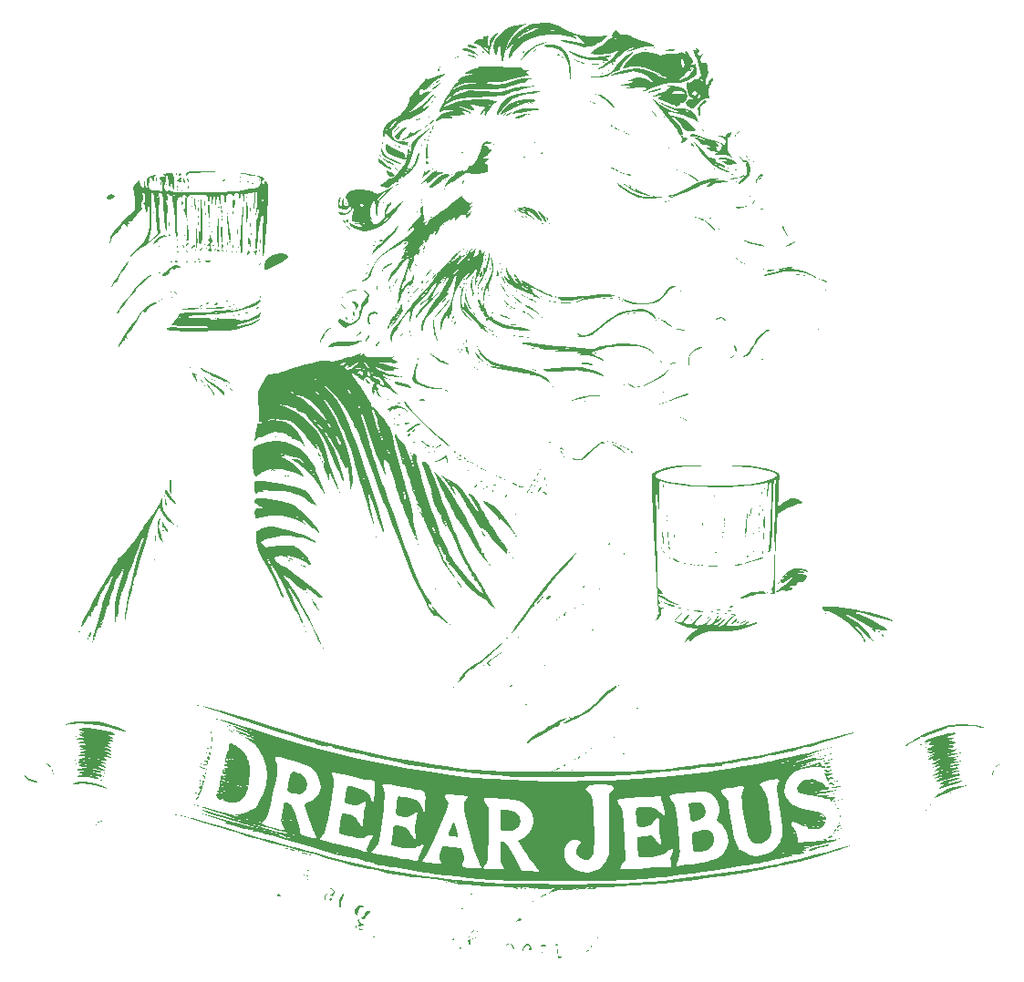
<source format=gbr>
%TF.GenerationSoftware,KiCad,Pcbnew,7.0.7*%
%TF.CreationDate,2024-03-11T11:43:04-07:00*%
%TF.ProjectId,DC32_Drear_Jeebus_SAO,44433332-5f44-4726-9561-725f4a656562,rev?*%
%TF.SameCoordinates,Original*%
%TF.FileFunction,Legend,Top*%
%TF.FilePolarity,Positive*%
%FSLAX46Y46*%
G04 Gerber Fmt 4.6, Leading zero omitted, Abs format (unit mm)*
G04 Created by KiCad (PCBNEW 7.0.7) date 2024-03-11 11:43:04*
%MOMM*%
%LPD*%
G01*
G04 APERTURE LIST*
G04 APERTURE END LIST*
%TO.C,G\u002A\u002A\u002A*%
G36*
X108509960Y-121706374D02*
G01*
X108459362Y-121756972D01*
X108408765Y-121706374D01*
X108459362Y-121655777D01*
X108509960Y-121706374D01*
G37*
G36*
X108611155Y-119480079D02*
G01*
X108560557Y-119530677D01*
X108509960Y-119480079D01*
X108560557Y-119429482D01*
X108611155Y-119480079D01*
G37*
G36*
X108611155Y-122009960D02*
G01*
X108560557Y-122060557D01*
X108509960Y-122009960D01*
X108560557Y-121959362D01*
X108611155Y-122009960D01*
G37*
G36*
X108914741Y-109765338D02*
G01*
X108864143Y-109815936D01*
X108813545Y-109765338D01*
X108864143Y-109714741D01*
X108914741Y-109765338D01*
G37*
G36*
X109015936Y-109461753D02*
G01*
X108965338Y-109512350D01*
X108914741Y-109461753D01*
X108965338Y-109411155D01*
X109015936Y-109461753D01*
G37*
G36*
X110938645Y-123527888D02*
G01*
X110888047Y-123578486D01*
X110837450Y-123527888D01*
X110888047Y-123477290D01*
X110938645Y-123527888D01*
G37*
G36*
X110938645Y-127373306D02*
G01*
X110888047Y-127423904D01*
X110837450Y-127373306D01*
X110888047Y-127322709D01*
X110938645Y-127373306D01*
G37*
G36*
X111141035Y-123224302D02*
G01*
X111090438Y-123274900D01*
X111039840Y-123224302D01*
X111090438Y-123173705D01*
X111141035Y-123224302D01*
G37*
G36*
X111647012Y-78394820D02*
G01*
X111596414Y-78445418D01*
X111545816Y-78394820D01*
X111596414Y-78344223D01*
X111647012Y-78394820D01*
G37*
G36*
X111647012Y-121807569D02*
G01*
X111596414Y-121858167D01*
X111545816Y-121807569D01*
X111596414Y-121756972D01*
X111647012Y-121807569D01*
G37*
G36*
X112051792Y-120289641D02*
G01*
X112001195Y-120340239D01*
X111950597Y-120289641D01*
X112001195Y-120239043D01*
X112051792Y-120289641D01*
G37*
G36*
X112152988Y-121301593D02*
G01*
X112102390Y-121352191D01*
X112051792Y-121301593D01*
X112102390Y-121250996D01*
X112152988Y-121301593D01*
G37*
G36*
X114176892Y-104806773D02*
G01*
X114126294Y-104857370D01*
X114075697Y-104806773D01*
X114126294Y-104756175D01*
X114176892Y-104806773D01*
G37*
G36*
X115796016Y-70805179D02*
G01*
X115745418Y-70855777D01*
X115694820Y-70805179D01*
X115745418Y-70754581D01*
X115796016Y-70805179D01*
G37*
G36*
X115897211Y-103086454D02*
G01*
X115846613Y-103137051D01*
X115796016Y-103086454D01*
X115846613Y-103035856D01*
X115897211Y-103086454D01*
G37*
G36*
X116301992Y-73942231D02*
G01*
X116251394Y-73992828D01*
X116200796Y-73942231D01*
X116251394Y-73891633D01*
X116301992Y-73942231D01*
G37*
G36*
X116301992Y-79001992D02*
G01*
X116251394Y-79052589D01*
X116200796Y-79001992D01*
X116251394Y-78951394D01*
X116301992Y-79001992D01*
G37*
G36*
X116706773Y-100354183D02*
G01*
X116656175Y-100404780D01*
X116605577Y-100354183D01*
X116656175Y-100303585D01*
X116706773Y-100354183D01*
G37*
G36*
X116807968Y-97115936D02*
G01*
X116757370Y-97166533D01*
X116706773Y-97115936D01*
X116757370Y-97065338D01*
X116807968Y-97115936D01*
G37*
G36*
X117010358Y-68174103D02*
G01*
X116959761Y-68224701D01*
X116909163Y-68174103D01*
X116959761Y-68123506D01*
X117010358Y-68174103D01*
G37*
G36*
X117111553Y-78799601D02*
G01*
X117060956Y-78850199D01*
X117010358Y-78799601D01*
X117060956Y-78749004D01*
X117111553Y-78799601D01*
G37*
G36*
X117415139Y-78192430D02*
G01*
X117364541Y-78243028D01*
X117313944Y-78192430D01*
X117364541Y-78141832D01*
X117415139Y-78192430D01*
G37*
G36*
X117516334Y-78698406D02*
G01*
X117465737Y-78749004D01*
X117415139Y-78698406D01*
X117465737Y-78647808D01*
X117516334Y-78698406D01*
G37*
G36*
X118022310Y-68680079D02*
G01*
X117971713Y-68730677D01*
X117921115Y-68680079D01*
X117971713Y-68629482D01*
X118022310Y-68680079D01*
G37*
G36*
X118022310Y-99949402D02*
G01*
X117971713Y-100000000D01*
X117921115Y-99949402D01*
X117971713Y-99898804D01*
X118022310Y-99949402D01*
G37*
G36*
X118224701Y-100050597D02*
G01*
X118174103Y-100101195D01*
X118123506Y-100050597D01*
X118174103Y-100000000D01*
X118224701Y-100050597D01*
G37*
G36*
X118325896Y-69590836D02*
G01*
X118275298Y-69641434D01*
X118224701Y-69590836D01*
X118275298Y-69540239D01*
X118325896Y-69590836D01*
G37*
G36*
X118427091Y-68781275D02*
G01*
X118376494Y-68831872D01*
X118325896Y-68781275D01*
X118376494Y-68730677D01*
X118427091Y-68781275D01*
G37*
G36*
X118629482Y-67364541D02*
G01*
X118578884Y-67415139D01*
X118528286Y-67364541D01*
X118578884Y-67313944D01*
X118629482Y-67364541D01*
G37*
G36*
X118730677Y-68477689D02*
G01*
X118680079Y-68528286D01*
X118629482Y-68477689D01*
X118680079Y-68427091D01*
X118730677Y-68477689D01*
G37*
G36*
X119337848Y-69388446D02*
G01*
X119287251Y-69439043D01*
X119236653Y-69388446D01*
X119287251Y-69337848D01*
X119337848Y-69388446D01*
G37*
G36*
X119337848Y-70198008D02*
G01*
X119287251Y-70248605D01*
X119236653Y-70198008D01*
X119287251Y-70147410D01*
X119337848Y-70198008D01*
G37*
G36*
X119540239Y-67364541D02*
G01*
X119489641Y-67415139D01*
X119439043Y-67364541D01*
X119489641Y-67313944D01*
X119540239Y-67364541D01*
G37*
G36*
X119641434Y-71007569D02*
G01*
X119590836Y-71058167D01*
X119540239Y-71007569D01*
X119590836Y-70956972D01*
X119641434Y-71007569D01*
G37*
G36*
X119641434Y-125855378D02*
G01*
X119590836Y-125905976D01*
X119540239Y-125855378D01*
X119590836Y-125804780D01*
X119641434Y-125855378D01*
G37*
G36*
X119742629Y-124742231D02*
G01*
X119692031Y-124792828D01*
X119641434Y-124742231D01*
X119692031Y-124691633D01*
X119742629Y-124742231D01*
G37*
G36*
X119945020Y-67971713D02*
G01*
X119894422Y-68022310D01*
X119843824Y-67971713D01*
X119894422Y-67921115D01*
X119945020Y-67971713D01*
G37*
G36*
X119945020Y-69692031D02*
G01*
X119894422Y-69742629D01*
X119843824Y-69692031D01*
X119894422Y-69641434D01*
X119945020Y-69692031D01*
G37*
G36*
X119945020Y-69995617D02*
G01*
X119894422Y-70046215D01*
X119843824Y-69995617D01*
X119894422Y-69945020D01*
X119945020Y-69995617D01*
G37*
G36*
X119945020Y-124438645D02*
G01*
X119894422Y-124489243D01*
X119843824Y-124438645D01*
X119894422Y-124388047D01*
X119945020Y-124438645D01*
G37*
G36*
X119945020Y-126563745D02*
G01*
X119894422Y-126614342D01*
X119843824Y-126563745D01*
X119894422Y-126513147D01*
X119945020Y-126563745D01*
G37*
G36*
X120248605Y-79710358D02*
G01*
X120198008Y-79760956D01*
X120147410Y-79710358D01*
X120198008Y-79659761D01*
X120248605Y-79710358D01*
G37*
G36*
X120248605Y-85984462D02*
G01*
X120198008Y-86035059D01*
X120147410Y-85984462D01*
X120198008Y-85933864D01*
X120248605Y-85984462D01*
G37*
G36*
X120248605Y-122009960D02*
G01*
X120198008Y-122060557D01*
X120147410Y-122009960D01*
X120198008Y-121959362D01*
X120248605Y-122009960D01*
G37*
G36*
X120552191Y-74144621D02*
G01*
X120501593Y-74195219D01*
X120450996Y-74144621D01*
X120501593Y-74094024D01*
X120552191Y-74144621D01*
G37*
G36*
X120552191Y-86895219D02*
G01*
X120501593Y-86945816D01*
X120450996Y-86895219D01*
X120501593Y-86844621D01*
X120552191Y-86895219D01*
G37*
G36*
X120653386Y-70602788D02*
G01*
X120602788Y-70653386D01*
X120552191Y-70602788D01*
X120602788Y-70552191D01*
X120653386Y-70602788D01*
G37*
G36*
X120653386Y-87097609D02*
G01*
X120602788Y-87148207D01*
X120552191Y-87097609D01*
X120602788Y-87047012D01*
X120653386Y-87097609D01*
G37*
G36*
X120754581Y-120998008D02*
G01*
X120703984Y-121048605D01*
X120653386Y-120998008D01*
X120703984Y-120947410D01*
X120754581Y-120998008D01*
G37*
G36*
X120855777Y-86085657D02*
G01*
X120805179Y-86136255D01*
X120754581Y-86085657D01*
X120805179Y-86035059D01*
X120855777Y-86085657D01*
G37*
G36*
X120855777Y-120593227D02*
G01*
X120805179Y-120643824D01*
X120754581Y-120593227D01*
X120805179Y-120542629D01*
X120855777Y-120593227D01*
G37*
G36*
X120956972Y-67971713D02*
G01*
X120906374Y-68022310D01*
X120855777Y-67971713D01*
X120906374Y-67921115D01*
X120956972Y-67971713D01*
G37*
G36*
X121260557Y-86288047D02*
G01*
X121209960Y-86338645D01*
X121159362Y-86288047D01*
X121209960Y-86237450D01*
X121260557Y-86288047D01*
G37*
G36*
X121361753Y-71108765D02*
G01*
X121311155Y-71159362D01*
X121260557Y-71108765D01*
X121311155Y-71058167D01*
X121361753Y-71108765D01*
G37*
G36*
X121361753Y-73841035D02*
G01*
X121311155Y-73891633D01*
X121260557Y-73841035D01*
X121311155Y-73790438D01*
X121361753Y-73841035D01*
G37*
G36*
X121462948Y-86389243D02*
G01*
X121412350Y-86439840D01*
X121361753Y-86389243D01*
X121412350Y-86338645D01*
X121462948Y-86389243D01*
G37*
G36*
X121462948Y-117759761D02*
G01*
X121412350Y-117810358D01*
X121361753Y-117759761D01*
X121412350Y-117709163D01*
X121462948Y-117759761D01*
G37*
G36*
X121564143Y-80621115D02*
G01*
X121513545Y-80671713D01*
X121462948Y-80621115D01*
X121513545Y-80570518D01*
X121564143Y-80621115D01*
G37*
G36*
X121665338Y-74751792D02*
G01*
X121614741Y-74802390D01*
X121564143Y-74751792D01*
X121614741Y-74701195D01*
X121665338Y-74751792D01*
G37*
G36*
X121867729Y-70299203D02*
G01*
X121817131Y-70349800D01*
X121766533Y-70299203D01*
X121817131Y-70248605D01*
X121867729Y-70299203D01*
G37*
G36*
X121867729Y-71007569D02*
G01*
X121817131Y-71058167D01*
X121766533Y-71007569D01*
X121817131Y-70956972D01*
X121867729Y-71007569D01*
G37*
G36*
X122070119Y-118670518D02*
G01*
X122019522Y-118721115D01*
X121968924Y-118670518D01*
X122019522Y-118619920D01*
X122070119Y-118670518D01*
G37*
G36*
X122272510Y-74751792D02*
G01*
X122221912Y-74802390D01*
X122171314Y-74751792D01*
X122221912Y-74701195D01*
X122272510Y-74751792D01*
G37*
G36*
X122373705Y-118771713D02*
G01*
X122323107Y-118822310D01*
X122272510Y-118771713D01*
X122323107Y-118721115D01*
X122373705Y-118771713D01*
G37*
G36*
X122474900Y-70501593D02*
G01*
X122424302Y-70552191D01*
X122373705Y-70501593D01*
X122424302Y-70450996D01*
X122474900Y-70501593D01*
G37*
G36*
X122576095Y-74347012D02*
G01*
X122525498Y-74397609D01*
X122474900Y-74347012D01*
X122525498Y-74296414D01*
X122576095Y-74347012D01*
G37*
G36*
X122576095Y-86895219D02*
G01*
X122525498Y-86945816D01*
X122474900Y-86895219D01*
X122525498Y-86844621D01*
X122576095Y-86895219D01*
G37*
G36*
X122677290Y-70906374D02*
G01*
X122626693Y-70956972D01*
X122576095Y-70906374D01*
X122626693Y-70855777D01*
X122677290Y-70906374D01*
G37*
G36*
X122677290Y-118569322D02*
G01*
X122626693Y-118619920D01*
X122576095Y-118569322D01*
X122626693Y-118518725D01*
X122677290Y-118569322D01*
G37*
G36*
X122879681Y-73537450D02*
G01*
X122829083Y-73588047D01*
X122778486Y-73537450D01*
X122829083Y-73486852D01*
X122879681Y-73537450D01*
G37*
G36*
X122879681Y-118468127D02*
G01*
X122829083Y-118518725D01*
X122778486Y-118468127D01*
X122829083Y-118417529D01*
X122879681Y-118468127D01*
G37*
G36*
X123082071Y-74448207D02*
G01*
X123031474Y-74498804D01*
X122980876Y-74448207D01*
X123031474Y-74397609D01*
X123082071Y-74448207D01*
G37*
G36*
X123284462Y-118872908D02*
G01*
X123233864Y-118923506D01*
X123183267Y-118872908D01*
X123233864Y-118822310D01*
X123284462Y-118872908D01*
G37*
G36*
X123486852Y-74448207D02*
G01*
X123436255Y-74498804D01*
X123385657Y-74448207D01*
X123436255Y-74397609D01*
X123486852Y-74448207D01*
G37*
G36*
X123486852Y-79710358D02*
G01*
X123436255Y-79760956D01*
X123385657Y-79710358D01*
X123436255Y-79659761D01*
X123486852Y-79710358D01*
G37*
G36*
X123486852Y-119176494D02*
G01*
X123436255Y-119227091D01*
X123385657Y-119176494D01*
X123436255Y-119125896D01*
X123486852Y-119176494D01*
G37*
G36*
X123588047Y-73132669D02*
G01*
X123537450Y-73183267D01*
X123486852Y-73132669D01*
X123537450Y-73082071D01*
X123588047Y-73132669D01*
G37*
G36*
X123588047Y-75257769D02*
G01*
X123537450Y-75308366D01*
X123486852Y-75257769D01*
X123537450Y-75207171D01*
X123588047Y-75257769D01*
G37*
G36*
X123689243Y-74043426D02*
G01*
X123638645Y-74094024D01*
X123588047Y-74043426D01*
X123638645Y-73992828D01*
X123689243Y-74043426D01*
G37*
G36*
X123790438Y-79406773D02*
G01*
X123739840Y-79457370D01*
X123689243Y-79406773D01*
X123739840Y-79356175D01*
X123790438Y-79406773D01*
G37*
G36*
X123992828Y-74751792D02*
G01*
X123942231Y-74802390D01*
X123891633Y-74751792D01*
X123942231Y-74701195D01*
X123992828Y-74751792D01*
G37*
G36*
X123992828Y-119378884D02*
G01*
X123942231Y-119429482D01*
X123891633Y-119378884D01*
X123942231Y-119328286D01*
X123992828Y-119378884D01*
G37*
G36*
X124600000Y-74144621D02*
G01*
X124549402Y-74195219D01*
X124498804Y-74144621D01*
X124549402Y-74094024D01*
X124600000Y-74144621D01*
G37*
G36*
X124903585Y-68376494D02*
G01*
X124852988Y-68427091D01*
X124802390Y-68376494D01*
X124852988Y-68325896D01*
X124903585Y-68376494D01*
G37*
G36*
X125004780Y-68072908D02*
G01*
X124954183Y-68123506D01*
X124903585Y-68072908D01*
X124954183Y-68022310D01*
X125004780Y-68072908D01*
G37*
G36*
X125004780Y-72120717D02*
G01*
X124954183Y-72171314D01*
X124903585Y-72120717D01*
X124954183Y-72070119D01*
X125004780Y-72120717D01*
G37*
G36*
X125105976Y-71108765D02*
G01*
X125055378Y-71159362D01*
X125004780Y-71108765D01*
X125055378Y-71058167D01*
X125105976Y-71108765D01*
G37*
G36*
X125105976Y-74650597D02*
G01*
X125055378Y-74701195D01*
X125004780Y-74650597D01*
X125055378Y-74600000D01*
X125105976Y-74650597D01*
G37*
G36*
X125207171Y-120188446D02*
G01*
X125156573Y-120239043D01*
X125105976Y-120188446D01*
X125156573Y-120137848D01*
X125207171Y-120188446D01*
G37*
G36*
X125814342Y-75257769D02*
G01*
X125763745Y-75308366D01*
X125713147Y-75257769D01*
X125763745Y-75207171D01*
X125814342Y-75257769D01*
G37*
G36*
X125814342Y-103693625D02*
G01*
X125763745Y-103744223D01*
X125713147Y-103693625D01*
X125763745Y-103643028D01*
X125814342Y-103693625D01*
G37*
G36*
X127028685Y-94788446D02*
G01*
X126978087Y-94839043D01*
X126927490Y-94788446D01*
X126978087Y-94737848D01*
X127028685Y-94788446D01*
G37*
G36*
X127129880Y-91651394D02*
G01*
X127079282Y-91701992D01*
X127028685Y-91651394D01*
X127079282Y-91600796D01*
X127129880Y-91651394D01*
G37*
G36*
X127129880Y-94990836D02*
G01*
X127079282Y-95041434D01*
X127028685Y-94990836D01*
X127079282Y-94940239D01*
X127129880Y-94990836D01*
G37*
G36*
X127939442Y-91853784D02*
G01*
X127888844Y-91904382D01*
X127838247Y-91853784D01*
X127888844Y-91803187D01*
X127939442Y-91853784D01*
G37*
G36*
X128040637Y-95294422D02*
G01*
X127990039Y-95345020D01*
X127939442Y-95294422D01*
X127990039Y-95243824D01*
X128040637Y-95294422D01*
G37*
G36*
X129153784Y-132837848D02*
G01*
X129103187Y-132888446D01*
X129052589Y-132837848D01*
X129103187Y-132787251D01*
X129153784Y-132837848D01*
G37*
G36*
X129760956Y-109259362D02*
G01*
X129710358Y-109309960D01*
X129659761Y-109259362D01*
X129710358Y-109208765D01*
X129760956Y-109259362D01*
G37*
G36*
X129760956Y-132331872D02*
G01*
X129710358Y-132382470D01*
X129659761Y-132331872D01*
X129710358Y-132281275D01*
X129760956Y-132331872D01*
G37*
G36*
X129862151Y-109461753D02*
G01*
X129811553Y-109512350D01*
X129760956Y-109461753D01*
X129811553Y-109411155D01*
X129862151Y-109461753D01*
G37*
G36*
X129963346Y-106324701D02*
G01*
X129912749Y-106375298D01*
X129862151Y-106324701D01*
X129912749Y-106274103D01*
X129963346Y-106324701D01*
G37*
G36*
X129963346Y-109765338D02*
G01*
X129912749Y-109815936D01*
X129862151Y-109765338D01*
X129912749Y-109714741D01*
X129963346Y-109765338D01*
G37*
G36*
X130064541Y-106122310D02*
G01*
X130013944Y-106172908D01*
X129963346Y-106122310D01*
X130013944Y-106071713D01*
X130064541Y-106122310D01*
G37*
G36*
X130165737Y-131927091D02*
G01*
X130115139Y-131977689D01*
X130064541Y-131927091D01*
X130115139Y-131876494D01*
X130165737Y-131927091D01*
G37*
G36*
X131278884Y-93675298D02*
G01*
X131228286Y-93725896D01*
X131177689Y-93675298D01*
X131228286Y-93624701D01*
X131278884Y-93675298D01*
G37*
G36*
X131582470Y-111283267D02*
G01*
X131531872Y-111333864D01*
X131481275Y-111283267D01*
X131531872Y-111232669D01*
X131582470Y-111283267D01*
G37*
G36*
X132189641Y-95901593D02*
G01*
X132139043Y-95952191D01*
X132088446Y-95901593D01*
X132139043Y-95850996D01*
X132189641Y-95901593D01*
G37*
G36*
X133100398Y-96812350D02*
G01*
X133049800Y-96862948D01*
X132999203Y-96812350D01*
X133049800Y-96761753D01*
X133100398Y-96812350D01*
G37*
G36*
X134112350Y-71108765D02*
G01*
X134061753Y-71159362D01*
X134011155Y-71108765D01*
X134061753Y-71058167D01*
X134112350Y-71108765D01*
G37*
G36*
X135225498Y-82543824D02*
G01*
X135174900Y-82594422D01*
X135124302Y-82543824D01*
X135174900Y-82493227D01*
X135225498Y-82543824D01*
G37*
G36*
X135933864Y-137492828D02*
G01*
X135883267Y-137543426D01*
X135832669Y-137492828D01*
X135883267Y-137442231D01*
X135933864Y-137492828D01*
G37*
G36*
X136136255Y-81430677D02*
G01*
X136085657Y-81481275D01*
X136035059Y-81430677D01*
X136085657Y-81380079D01*
X136136255Y-81430677D01*
G37*
G36*
X136338645Y-78799601D02*
G01*
X136288047Y-78850199D01*
X136237450Y-78799601D01*
X136288047Y-78749004D01*
X136338645Y-78799601D01*
G37*
G36*
X136439840Y-100657769D02*
G01*
X136389243Y-100708366D01*
X136338645Y-100657769D01*
X136389243Y-100607171D01*
X136439840Y-100657769D01*
G37*
G36*
X136439840Y-100961354D02*
G01*
X136389243Y-101011952D01*
X136338645Y-100961354D01*
X136389243Y-100910757D01*
X136439840Y-100961354D01*
G37*
G36*
X136844621Y-80418725D02*
G01*
X136794024Y-80469322D01*
X136743426Y-80418725D01*
X136794024Y-80368127D01*
X136844621Y-80418725D01*
G37*
G36*
X137047012Y-87603585D02*
G01*
X136996414Y-87654183D01*
X136945816Y-87603585D01*
X136996414Y-87552988D01*
X137047012Y-87603585D01*
G37*
G36*
X137148207Y-69894422D02*
G01*
X137097609Y-69945020D01*
X137047012Y-69894422D01*
X137097609Y-69843824D01*
X137148207Y-69894422D01*
G37*
G36*
X137249402Y-66858565D02*
G01*
X137198804Y-66909163D01*
X137148207Y-66858565D01*
X137198804Y-66807968D01*
X137249402Y-66858565D01*
G37*
G36*
X137755378Y-86288047D02*
G01*
X137704780Y-86338645D01*
X137654183Y-86288047D01*
X137704780Y-86237450D01*
X137755378Y-86288047D01*
G37*
G36*
X137856573Y-78091235D02*
G01*
X137805976Y-78141832D01*
X137755378Y-78091235D01*
X137805976Y-78040637D01*
X137856573Y-78091235D01*
G37*
G36*
X137957769Y-82948605D02*
G01*
X137907171Y-82999203D01*
X137856573Y-82948605D01*
X137907171Y-82898008D01*
X137957769Y-82948605D01*
G37*
G36*
X138058964Y-77585259D02*
G01*
X138008366Y-77635856D01*
X137957769Y-77585259D01*
X138008366Y-77534661D01*
X138058964Y-77585259D01*
G37*
G36*
X138160159Y-89931075D02*
G01*
X138109561Y-89981673D01*
X138058964Y-89931075D01*
X138109561Y-89880478D01*
X138160159Y-89931075D01*
G37*
G36*
X138160159Y-90437051D02*
G01*
X138109561Y-90487649D01*
X138058964Y-90437051D01*
X138109561Y-90386454D01*
X138160159Y-90437051D01*
G37*
G36*
X138261354Y-64531075D02*
G01*
X138210757Y-64581673D01*
X138160159Y-64531075D01*
X138210757Y-64480478D01*
X138261354Y-64531075D01*
G37*
G36*
X138362549Y-79710358D02*
G01*
X138311952Y-79760956D01*
X138261354Y-79710358D01*
X138311952Y-79659761D01*
X138362549Y-79710358D01*
G37*
G36*
X138868526Y-88615537D02*
G01*
X138817928Y-88666135D01*
X138767330Y-88615537D01*
X138817928Y-88564940D01*
X138868526Y-88615537D01*
G37*
G36*
X138868526Y-90133466D02*
G01*
X138817928Y-90184063D01*
X138767330Y-90133466D01*
X138817928Y-90082868D01*
X138868526Y-90133466D01*
G37*
G36*
X139475697Y-79001992D02*
G01*
X139425099Y-79052589D01*
X139374502Y-79001992D01*
X139425099Y-78951394D01*
X139475697Y-79001992D01*
G37*
G36*
X139576892Y-64632271D02*
G01*
X139526294Y-64682868D01*
X139475697Y-64632271D01*
X139526294Y-64581673D01*
X139576892Y-64632271D01*
G37*
G36*
X139576892Y-78799601D02*
G01*
X139526294Y-78850199D01*
X139475697Y-78799601D01*
X139526294Y-78749004D01*
X139576892Y-78799601D01*
G37*
G36*
X139678087Y-78597211D02*
G01*
X139627490Y-78647808D01*
X139576892Y-78597211D01*
X139627490Y-78546613D01*
X139678087Y-78597211D01*
G37*
G36*
X139678087Y-82240239D02*
G01*
X139627490Y-82290836D01*
X139576892Y-82240239D01*
X139627490Y-82189641D01*
X139678087Y-82240239D01*
G37*
G36*
X139678087Y-93169322D02*
G01*
X139627490Y-93219920D01*
X139576892Y-93169322D01*
X139627490Y-93118725D01*
X139678087Y-93169322D01*
G37*
G36*
X139880478Y-77686454D02*
G01*
X139829880Y-77737051D01*
X139779282Y-77686454D01*
X139829880Y-77635856D01*
X139880478Y-77686454D01*
G37*
G36*
X139981673Y-92157370D02*
G01*
X139931075Y-92207968D01*
X139880478Y-92157370D01*
X139931075Y-92106773D01*
X139981673Y-92157370D01*
G37*
G36*
X140082868Y-81329482D02*
G01*
X140032271Y-81380079D01*
X139981673Y-81329482D01*
X140032271Y-81278884D01*
X140082868Y-81329482D01*
G37*
G36*
X140082868Y-90234661D02*
G01*
X140032271Y-90285259D01*
X139981673Y-90234661D01*
X140032271Y-90184063D01*
X140082868Y-90234661D01*
G37*
G36*
X140285259Y-70703984D02*
G01*
X140234661Y-70754581D01*
X140184063Y-70703984D01*
X140234661Y-70653386D01*
X140285259Y-70703984D01*
G37*
G36*
X140285259Y-76674502D02*
G01*
X140234661Y-76725099D01*
X140184063Y-76674502D01*
X140234661Y-76623904D01*
X140285259Y-76674502D01*
G37*
G36*
X140285259Y-90740637D02*
G01*
X140234661Y-90791235D01*
X140184063Y-90740637D01*
X140234661Y-90690039D01*
X140285259Y-90740637D01*
G37*
G36*
X140588844Y-78293625D02*
G01*
X140538247Y-78344223D01*
X140487649Y-78293625D01*
X140538247Y-78243028D01*
X140588844Y-78293625D01*
G37*
G36*
X140588844Y-93270518D02*
G01*
X140538247Y-93321115D01*
X140487649Y-93270518D01*
X140538247Y-93219920D01*
X140588844Y-93270518D01*
G37*
G36*
X140588844Y-132837848D02*
G01*
X140538247Y-132888446D01*
X140487649Y-132837848D01*
X140538247Y-132787251D01*
X140588844Y-132837848D01*
G37*
G36*
X140690039Y-64531075D02*
G01*
X140639442Y-64581673D01*
X140588844Y-64531075D01*
X140639442Y-64480478D01*
X140690039Y-64531075D01*
G37*
G36*
X140690039Y-69894422D02*
G01*
X140639442Y-69945020D01*
X140588844Y-69894422D01*
X140639442Y-69843824D01*
X140690039Y-69894422D01*
G37*
G36*
X140791235Y-73841035D02*
G01*
X140740637Y-73891633D01*
X140690039Y-73841035D01*
X140740637Y-73790438D01*
X140791235Y-73841035D01*
G37*
G36*
X140791235Y-132837848D02*
G01*
X140740637Y-132888446D01*
X140690039Y-132837848D01*
X140740637Y-132787251D01*
X140791235Y-132837848D01*
G37*
G36*
X140892430Y-74448207D02*
G01*
X140841832Y-74498804D01*
X140791235Y-74448207D01*
X140841832Y-74397609D01*
X140892430Y-74448207D01*
G37*
G36*
X140993625Y-64025099D02*
G01*
X140943028Y-64075697D01*
X140892430Y-64025099D01*
X140943028Y-63974502D01*
X140993625Y-64025099D01*
G37*
G36*
X141094820Y-68376494D02*
G01*
X141044223Y-68427091D01*
X140993625Y-68376494D01*
X141044223Y-68325896D01*
X141094820Y-68376494D01*
G37*
G36*
X141196016Y-83454581D02*
G01*
X141145418Y-83505179D01*
X141094820Y-83454581D01*
X141145418Y-83403984D01*
X141196016Y-83454581D01*
G37*
G36*
X141196016Y-135367729D02*
G01*
X141145418Y-135418326D01*
X141094820Y-135367729D01*
X141145418Y-135317131D01*
X141196016Y-135367729D01*
G37*
G36*
X141398406Y-61900000D02*
G01*
X141347808Y-61950597D01*
X141297211Y-61900000D01*
X141347808Y-61849402D01*
X141398406Y-61900000D01*
G37*
G36*
X141398406Y-93068127D02*
G01*
X141347808Y-93118725D01*
X141297211Y-93068127D01*
X141347808Y-93017529D01*
X141398406Y-93068127D01*
G37*
G36*
X141600796Y-71209960D02*
G01*
X141550199Y-71260557D01*
X141499601Y-71209960D01*
X141550199Y-71159362D01*
X141600796Y-71209960D01*
G37*
G36*
X141701992Y-66757370D02*
G01*
X141651394Y-66807968D01*
X141600796Y-66757370D01*
X141651394Y-66706773D01*
X141701992Y-66757370D01*
G37*
G36*
X141803187Y-76472111D02*
G01*
X141752589Y-76522709D01*
X141701992Y-76472111D01*
X141752589Y-76421514D01*
X141803187Y-76472111D01*
G37*
G36*
X141803187Y-134861753D02*
G01*
X141752589Y-134912350D01*
X141701992Y-134861753D01*
X141752589Y-134811155D01*
X141803187Y-134861753D01*
G37*
G36*
X141904382Y-92966932D02*
G01*
X141853784Y-93017529D01*
X141803187Y-92966932D01*
X141853784Y-92916334D01*
X141904382Y-92966932D01*
G37*
G36*
X142410358Y-57245020D02*
G01*
X142359761Y-57295617D01*
X142309163Y-57245020D01*
X142359761Y-57194422D01*
X142410358Y-57245020D01*
G37*
G36*
X142612749Y-82037848D02*
G01*
X142562151Y-82088446D01*
X142511553Y-82037848D01*
X142562151Y-81987251D01*
X142612749Y-82037848D01*
G37*
G36*
X142713944Y-71918326D02*
G01*
X142663346Y-71968924D01*
X142612749Y-71918326D01*
X142663346Y-71867729D01*
X142713944Y-71918326D01*
G37*
G36*
X142713944Y-93877689D02*
G01*
X142663346Y-93928286D01*
X142612749Y-93877689D01*
X142663346Y-93827091D01*
X142713944Y-93877689D01*
G37*
G36*
X142815139Y-68578884D02*
G01*
X142764541Y-68629482D01*
X142713944Y-68578884D01*
X142764541Y-68528286D01*
X142815139Y-68578884D01*
G37*
G36*
X142916334Y-67769322D02*
G01*
X142865737Y-67819920D01*
X142815139Y-67769322D01*
X142865737Y-67718725D01*
X142916334Y-67769322D01*
G37*
G36*
X143017529Y-133040239D02*
G01*
X142966932Y-133090836D01*
X142916334Y-133040239D01*
X142966932Y-132989641D01*
X143017529Y-133040239D01*
G37*
G36*
X143118725Y-62203585D02*
G01*
X143068127Y-62254183D01*
X143017529Y-62203585D01*
X143068127Y-62152988D01*
X143118725Y-62203585D01*
G37*
G36*
X143219920Y-100556573D02*
G01*
X143169322Y-100607171D01*
X143118725Y-100556573D01*
X143169322Y-100505976D01*
X143219920Y-100556573D01*
G37*
G36*
X143321115Y-109056972D02*
G01*
X143270518Y-109107569D01*
X143219920Y-109056972D01*
X143270518Y-109006374D01*
X143321115Y-109056972D01*
G37*
G36*
X143422310Y-134355777D02*
G01*
X143371713Y-134406374D01*
X143321115Y-134355777D01*
X143371713Y-134305179D01*
X143422310Y-134355777D01*
G37*
G36*
X143523506Y-67263346D02*
G01*
X143472908Y-67313944D01*
X143422310Y-67263346D01*
X143472908Y-67212749D01*
X143523506Y-67263346D01*
G37*
G36*
X143624701Y-56536653D02*
G01*
X143574103Y-56587251D01*
X143523506Y-56536653D01*
X143574103Y-56486055D01*
X143624701Y-56536653D01*
G37*
G36*
X143827091Y-56435458D02*
G01*
X143776494Y-56486055D01*
X143725896Y-56435458D01*
X143776494Y-56384860D01*
X143827091Y-56435458D01*
G37*
G36*
X143827091Y-114622709D02*
G01*
X143776494Y-114673306D01*
X143725896Y-114622709D01*
X143776494Y-114572111D01*
X143827091Y-114622709D01*
G37*
G36*
X144029482Y-93574103D02*
G01*
X143978884Y-93624701D01*
X143928286Y-93574103D01*
X143978884Y-93523506D01*
X144029482Y-93574103D01*
G37*
G36*
X144029482Y-94282470D02*
G01*
X143978884Y-94333067D01*
X143928286Y-94282470D01*
X143978884Y-94231872D01*
X144029482Y-94282470D01*
G37*
G36*
X144231872Y-83758167D02*
G01*
X144181275Y-83808765D01*
X144130677Y-83758167D01*
X144181275Y-83707569D01*
X144231872Y-83758167D01*
G37*
G36*
X144333067Y-71108765D02*
G01*
X144282470Y-71159362D01*
X144231872Y-71108765D01*
X144282470Y-71058167D01*
X144333067Y-71108765D01*
G37*
G36*
X144535458Y-116241832D02*
G01*
X144484860Y-116292430D01*
X144434263Y-116241832D01*
X144484860Y-116191235D01*
X144535458Y-116241832D01*
G37*
G36*
X144636653Y-76978087D02*
G01*
X144586055Y-77028685D01*
X144535458Y-76978087D01*
X144586055Y-76927490D01*
X144636653Y-76978087D01*
G37*
G36*
X144636653Y-77382868D02*
G01*
X144586055Y-77433466D01*
X144535458Y-77382868D01*
X144586055Y-77332271D01*
X144636653Y-77382868D01*
G37*
G36*
X144839043Y-74549402D02*
G01*
X144788446Y-74600000D01*
X144737848Y-74549402D01*
X144788446Y-74498804D01*
X144839043Y-74549402D01*
G37*
G36*
X144839043Y-77382868D02*
G01*
X144788446Y-77433466D01*
X144737848Y-77382868D01*
X144788446Y-77332271D01*
X144839043Y-77382868D01*
G37*
G36*
X144839043Y-77990039D02*
G01*
X144788446Y-78040637D01*
X144737848Y-77990039D01*
X144788446Y-77939442D01*
X144839043Y-77990039D01*
G37*
G36*
X144940239Y-74347012D02*
G01*
X144889641Y-74397609D01*
X144839043Y-74347012D01*
X144889641Y-74296414D01*
X144940239Y-74347012D01*
G37*
G36*
X144940239Y-83049800D02*
G01*
X144889641Y-83100398D01*
X144839043Y-83049800D01*
X144889641Y-82999203D01*
X144940239Y-83049800D01*
G37*
G36*
X145041434Y-70805179D02*
G01*
X144990836Y-70855777D01*
X144940239Y-70805179D01*
X144990836Y-70754581D01*
X145041434Y-70805179D01*
G37*
G36*
X145041434Y-94788446D02*
G01*
X144990836Y-94839043D01*
X144940239Y-94788446D01*
X144990836Y-94737848D01*
X145041434Y-94788446D01*
G37*
G36*
X145142629Y-139516733D02*
G01*
X145092031Y-139567330D01*
X145041434Y-139516733D01*
X145092031Y-139466135D01*
X145142629Y-139516733D01*
G37*
G36*
X145243824Y-93978884D02*
G01*
X145193227Y-94029482D01*
X145142629Y-93978884D01*
X145193227Y-93928286D01*
X145243824Y-93978884D01*
G37*
G36*
X145446215Y-79912749D02*
G01*
X145395617Y-79963346D01*
X145345020Y-79912749D01*
X145395617Y-79862151D01*
X145446215Y-79912749D01*
G37*
G36*
X145446215Y-84972510D02*
G01*
X145395617Y-85023107D01*
X145345020Y-84972510D01*
X145395617Y-84921912D01*
X145446215Y-84972510D01*
G37*
G36*
X145446215Y-94080079D02*
G01*
X145395617Y-94130677D01*
X145345020Y-94080079D01*
X145395617Y-94029482D01*
X145446215Y-94080079D01*
G37*
G36*
X145446215Y-138302390D02*
G01*
X145395617Y-138352988D01*
X145345020Y-138302390D01*
X145395617Y-138251792D01*
X145446215Y-138302390D01*
G37*
G36*
X145648605Y-78900796D02*
G01*
X145598008Y-78951394D01*
X145547410Y-78900796D01*
X145598008Y-78850199D01*
X145648605Y-78900796D01*
G37*
G36*
X145648605Y-85174900D02*
G01*
X145598008Y-85225498D01*
X145547410Y-85174900D01*
X145598008Y-85124302D01*
X145648605Y-85174900D01*
G37*
G36*
X145850996Y-79305577D02*
G01*
X145800398Y-79356175D01*
X145749800Y-79305577D01*
X145800398Y-79254980D01*
X145850996Y-79305577D01*
G37*
G36*
X145850996Y-83252191D02*
G01*
X145800398Y-83302788D01*
X145749800Y-83252191D01*
X145800398Y-83201593D01*
X145850996Y-83252191D01*
G37*
G36*
X145850996Y-85377290D02*
G01*
X145800398Y-85427888D01*
X145749800Y-85377290D01*
X145800398Y-85326693D01*
X145850996Y-85377290D01*
G37*
G36*
X145850996Y-137594024D02*
G01*
X145800398Y-137644621D01*
X145749800Y-137594024D01*
X145800398Y-137543426D01*
X145850996Y-137594024D01*
G37*
G36*
X145952191Y-95395617D02*
G01*
X145901593Y-95446215D01*
X145850996Y-95395617D01*
X145901593Y-95345020D01*
X145952191Y-95395617D01*
G37*
G36*
X146053386Y-84668924D02*
G01*
X146002788Y-84719522D01*
X145952191Y-84668924D01*
X146002788Y-84618326D01*
X146053386Y-84668924D01*
G37*
G36*
X146154581Y-85579681D02*
G01*
X146103984Y-85630278D01*
X146053386Y-85579681D01*
X146103984Y-85529083D01*
X146154581Y-85579681D01*
G37*
G36*
X146154581Y-97520717D02*
G01*
X146103984Y-97571314D01*
X146053386Y-97520717D01*
X146103984Y-97470119D01*
X146154581Y-97520717D01*
G37*
G36*
X146255777Y-94586055D02*
G01*
X146205179Y-94636653D01*
X146154581Y-94586055D01*
X146205179Y-94535458D01*
X146255777Y-94586055D01*
G37*
G36*
X146255777Y-95800398D02*
G01*
X146205179Y-95850996D01*
X146154581Y-95800398D01*
X146205179Y-95749800D01*
X146255777Y-95800398D01*
G37*
G36*
X146458167Y-94687251D02*
G01*
X146407569Y-94737848D01*
X146356972Y-94687251D01*
X146407569Y-94636653D01*
X146458167Y-94687251D01*
G37*
G36*
X146458167Y-112902390D02*
G01*
X146407569Y-112952988D01*
X146356972Y-112902390D01*
X146407569Y-112851792D01*
X146458167Y-112902390D01*
G37*
G36*
X146559362Y-72626693D02*
G01*
X146508765Y-72677290D01*
X146458167Y-72626693D01*
X146508765Y-72576095D01*
X146559362Y-72626693D01*
G37*
G36*
X146660557Y-76978087D02*
G01*
X146609960Y-77028685D01*
X146559362Y-76978087D01*
X146609960Y-76927490D01*
X146660557Y-76978087D01*
G37*
G36*
X146660557Y-94788446D02*
G01*
X146609960Y-94839043D01*
X146559362Y-94788446D01*
X146609960Y-94737848D01*
X146660557Y-94788446D01*
G37*
G36*
X146761753Y-95395617D02*
G01*
X146711155Y-95446215D01*
X146660557Y-95395617D01*
X146711155Y-95345020D01*
X146761753Y-95395617D01*
G37*
G36*
X146761753Y-96306374D02*
G01*
X146711155Y-96356972D01*
X146660557Y-96306374D01*
X146711155Y-96255777D01*
X146761753Y-96306374D01*
G37*
G36*
X146862948Y-55625896D02*
G01*
X146812350Y-55676494D01*
X146761753Y-55625896D01*
X146812350Y-55575298D01*
X146862948Y-55625896D01*
G37*
G36*
X146862948Y-78799601D02*
G01*
X146812350Y-78850199D01*
X146761753Y-78799601D01*
X146812350Y-78749004D01*
X146862948Y-78799601D01*
G37*
G36*
X146862948Y-79912749D02*
G01*
X146812350Y-79963346D01*
X146761753Y-79912749D01*
X146812350Y-79862151D01*
X146862948Y-79912749D01*
G37*
G36*
X146964143Y-76269721D02*
G01*
X146913545Y-76320318D01*
X146862948Y-76269721D01*
X146913545Y-76219123D01*
X146964143Y-76269721D01*
G37*
G36*
X146964143Y-78496016D02*
G01*
X146913545Y-78546613D01*
X146862948Y-78496016D01*
X146913545Y-78445418D01*
X146964143Y-78496016D01*
G37*
G36*
X147065338Y-82037848D02*
G01*
X147014741Y-82088446D01*
X146964143Y-82037848D01*
X147014741Y-81987251D01*
X147065338Y-82037848D01*
G37*
G36*
X147065338Y-94990836D02*
G01*
X147014741Y-95041434D01*
X146964143Y-94990836D01*
X147014741Y-94940239D01*
X147065338Y-94990836D01*
G37*
G36*
X147267729Y-80115139D02*
G01*
X147217131Y-80165737D01*
X147166533Y-80115139D01*
X147217131Y-80064541D01*
X147267729Y-80115139D01*
G37*
G36*
X147267729Y-81835458D02*
G01*
X147217131Y-81886055D01*
X147166533Y-81835458D01*
X147217131Y-81784860D01*
X147267729Y-81835458D01*
G37*
G36*
X147368924Y-64429880D02*
G01*
X147318326Y-64480478D01*
X147267729Y-64429880D01*
X147318326Y-64379282D01*
X147368924Y-64429880D01*
G37*
G36*
X147470119Y-81936653D02*
G01*
X147419522Y-81987251D01*
X147368924Y-81936653D01*
X147419522Y-81886055D01*
X147470119Y-81936653D01*
G37*
G36*
X147571314Y-77787649D02*
G01*
X147520717Y-77838247D01*
X147470119Y-77787649D01*
X147520717Y-77737051D01*
X147571314Y-77787649D01*
G37*
G36*
X147672510Y-82341434D02*
G01*
X147621912Y-82392031D01*
X147571314Y-82341434D01*
X147621912Y-82290836D01*
X147672510Y-82341434D01*
G37*
G36*
X147672510Y-95294422D02*
G01*
X147621912Y-95345020D01*
X147571314Y-95294422D01*
X147621912Y-95243824D01*
X147672510Y-95294422D01*
G37*
G36*
X147976095Y-75561354D02*
G01*
X147925498Y-75611952D01*
X147874900Y-75561354D01*
X147925498Y-75510757D01*
X147976095Y-75561354D01*
G37*
G36*
X148077290Y-77484063D02*
G01*
X148026693Y-77534661D01*
X147976095Y-77484063D01*
X148026693Y-77433466D01*
X148077290Y-77484063D01*
G37*
G36*
X148178486Y-76067330D02*
G01*
X148127888Y-76117928D01*
X148077290Y-76067330D01*
X148127888Y-76016733D01*
X148178486Y-76067330D01*
G37*
G36*
X148178486Y-136784462D02*
G01*
X148127888Y-136835059D01*
X148077290Y-136784462D01*
X148127888Y-136733864D01*
X148178486Y-136784462D01*
G37*
G36*
X148380876Y-95598008D02*
G01*
X148330278Y-95648605D01*
X148279681Y-95598008D01*
X148330278Y-95547410D01*
X148380876Y-95598008D01*
G37*
G36*
X148583267Y-79507968D02*
G01*
X148532669Y-79558565D01*
X148482071Y-79507968D01*
X148532669Y-79457370D01*
X148583267Y-79507968D01*
G37*
G36*
X148684462Y-77585259D02*
G01*
X148633864Y-77635856D01*
X148583267Y-77585259D01*
X148633864Y-77534661D01*
X148684462Y-77585259D01*
G37*
G36*
X148785657Y-96913545D02*
G01*
X148735059Y-96964143D01*
X148684462Y-96913545D01*
X148735059Y-96862948D01*
X148785657Y-96913545D01*
G37*
G36*
X148886852Y-56637848D02*
G01*
X148836255Y-56688446D01*
X148785657Y-56637848D01*
X148836255Y-56587251D01*
X148886852Y-56637848D01*
G37*
G36*
X148886852Y-79710358D02*
G01*
X148836255Y-79760956D01*
X148785657Y-79710358D01*
X148836255Y-79659761D01*
X148886852Y-79710358D01*
G37*
G36*
X148988047Y-95901593D02*
G01*
X148937450Y-95952191D01*
X148886852Y-95901593D01*
X148937450Y-95850996D01*
X148988047Y-95901593D01*
G37*
G36*
X149190438Y-78496016D02*
G01*
X149139840Y-78546613D01*
X149089243Y-78496016D01*
X149139840Y-78445418D01*
X149190438Y-78496016D01*
G37*
G36*
X149190438Y-102884063D02*
G01*
X149139840Y-102934661D01*
X149089243Y-102884063D01*
X149139840Y-102833466D01*
X149190438Y-102884063D01*
G37*
G36*
X149291633Y-79710358D02*
G01*
X149241035Y-79760956D01*
X149190438Y-79710358D01*
X149241035Y-79659761D01*
X149291633Y-79710358D01*
G37*
G36*
X149392828Y-79204382D02*
G01*
X149342231Y-79254980D01*
X149291633Y-79204382D01*
X149342231Y-79153784D01*
X149392828Y-79204382D01*
G37*
G36*
X149392828Y-98836255D02*
G01*
X149342231Y-98886852D01*
X149291633Y-98836255D01*
X149342231Y-98785657D01*
X149392828Y-98836255D01*
G37*
G36*
X149494024Y-78091235D02*
G01*
X149443426Y-78141832D01*
X149392828Y-78091235D01*
X149443426Y-78040637D01*
X149494024Y-78091235D01*
G37*
G36*
X149494024Y-96508765D02*
G01*
X149443426Y-96559362D01*
X149392828Y-96508765D01*
X149443426Y-96458167D01*
X149494024Y-96508765D01*
G37*
G36*
X149696414Y-79811553D02*
G01*
X149645816Y-79862151D01*
X149595219Y-79811553D01*
X149645816Y-79760956D01*
X149696414Y-79811553D01*
G37*
G36*
X149696414Y-110271314D02*
G01*
X149645816Y-110321912D01*
X149595219Y-110271314D01*
X149645816Y-110220717D01*
X149696414Y-110271314D01*
G37*
G36*
X149898804Y-79912749D02*
G01*
X149848207Y-79963346D01*
X149797609Y-79912749D01*
X149848207Y-79862151D01*
X149898804Y-79912749D01*
G37*
G36*
X150303585Y-78597211D02*
G01*
X150252988Y-78647808D01*
X150202390Y-78597211D01*
X150252988Y-78546613D01*
X150303585Y-78597211D01*
G37*
G36*
X150404780Y-116545418D02*
G01*
X150354183Y-116596016D01*
X150303585Y-116545418D01*
X150354183Y-116494820D01*
X150404780Y-116545418D01*
G37*
G36*
X150505976Y-78698406D02*
G01*
X150455378Y-78749004D01*
X150404780Y-78698406D01*
X150455378Y-78647808D01*
X150505976Y-78698406D01*
G37*
G36*
X150505976Y-80216334D02*
G01*
X150455378Y-80266932D01*
X150404780Y-80216334D01*
X150455378Y-80165737D01*
X150505976Y-80216334D01*
G37*
G36*
X150809561Y-96306374D02*
G01*
X150758964Y-96356972D01*
X150708366Y-96306374D01*
X150758964Y-96255777D01*
X150809561Y-96306374D01*
G37*
G36*
X150910757Y-71614741D02*
G01*
X150860159Y-71665338D01*
X150809561Y-71614741D01*
X150860159Y-71564143D01*
X150910757Y-71614741D01*
G37*
G36*
X150910757Y-96103984D02*
G01*
X150860159Y-96154581D01*
X150809561Y-96103984D01*
X150860159Y-96053386D01*
X150910757Y-96103984D01*
G37*
G36*
X150910757Y-96812350D02*
G01*
X150860159Y-96862948D01*
X150809561Y-96812350D01*
X150860159Y-96761753D01*
X150910757Y-96812350D01*
G37*
G36*
X151011952Y-85377290D02*
G01*
X150961354Y-85427888D01*
X150910757Y-85377290D01*
X150961354Y-85326693D01*
X151011952Y-85377290D01*
G37*
G36*
X151011952Y-95901593D02*
G01*
X150961354Y-95952191D01*
X150910757Y-95901593D01*
X150961354Y-95850996D01*
X151011952Y-95901593D01*
G37*
G36*
X151113147Y-96407569D02*
G01*
X151062549Y-96458167D01*
X151011952Y-96407569D01*
X151062549Y-96356972D01*
X151113147Y-96407569D01*
G37*
G36*
X151214342Y-96205179D02*
G01*
X151163745Y-96255777D01*
X151113147Y-96205179D01*
X151163745Y-96154581D01*
X151214342Y-96205179D01*
G37*
G36*
X151214342Y-133647410D02*
G01*
X151163745Y-133698008D01*
X151113147Y-133647410D01*
X151163745Y-133596812D01*
X151214342Y-133647410D01*
G37*
G36*
X151315537Y-95395617D02*
G01*
X151264940Y-95446215D01*
X151214342Y-95395617D01*
X151264940Y-95345020D01*
X151315537Y-95395617D01*
G37*
G36*
X151315537Y-96002788D02*
G01*
X151264940Y-96053386D01*
X151214342Y-96002788D01*
X151264940Y-95952191D01*
X151315537Y-96002788D01*
G37*
G36*
X151315537Y-107336653D02*
G01*
X151264940Y-107387251D01*
X151214342Y-107336653D01*
X151264940Y-107286055D01*
X151315537Y-107336653D01*
G37*
G36*
X151416733Y-64935856D02*
G01*
X151366135Y-64986454D01*
X151315537Y-64935856D01*
X151366135Y-64885259D01*
X151416733Y-64935856D01*
G37*
G36*
X151517928Y-55524701D02*
G01*
X151467330Y-55575298D01*
X151416733Y-55524701D01*
X151467330Y-55474103D01*
X151517928Y-55524701D01*
G37*
G36*
X151619123Y-115027490D02*
G01*
X151568526Y-115078087D01*
X151517928Y-115027490D01*
X151568526Y-114976892D01*
X151619123Y-115027490D01*
G37*
G36*
X151720318Y-55423506D02*
G01*
X151669721Y-55474103D01*
X151619123Y-55423506D01*
X151669721Y-55372908D01*
X151720318Y-55423506D01*
G37*
G36*
X151720318Y-94687251D02*
G01*
X151669721Y-94737848D01*
X151619123Y-94687251D01*
X151669721Y-94636653D01*
X151720318Y-94687251D01*
G37*
G36*
X151821514Y-78597211D02*
G01*
X151770916Y-78647808D01*
X151720318Y-78597211D01*
X151770916Y-78546613D01*
X151821514Y-78597211D01*
G37*
G36*
X151922709Y-71817131D02*
G01*
X151872111Y-71867729D01*
X151821514Y-71817131D01*
X151872111Y-71766533D01*
X151922709Y-71817131D01*
G37*
G36*
X151922709Y-106527091D02*
G01*
X151872111Y-106577689D01*
X151821514Y-106527091D01*
X151872111Y-106476494D01*
X151922709Y-106527091D01*
G37*
G36*
X152125099Y-55524701D02*
G01*
X152074502Y-55575298D01*
X152023904Y-55524701D01*
X152074502Y-55474103D01*
X152125099Y-55524701D01*
G37*
G36*
X152125099Y-78799601D02*
G01*
X152074502Y-78850199D01*
X152023904Y-78799601D01*
X152074502Y-78749004D01*
X152125099Y-78799601D01*
G37*
G36*
X152125099Y-112902390D02*
G01*
X152074502Y-112952988D01*
X152023904Y-112902390D01*
X152074502Y-112851792D01*
X152125099Y-112902390D01*
G37*
G36*
X152226294Y-106223506D02*
G01*
X152175697Y-106274103D01*
X152125099Y-106223506D01*
X152175697Y-106172908D01*
X152226294Y-106223506D01*
G37*
G36*
X152327490Y-78900796D02*
G01*
X152276892Y-78951394D01*
X152226294Y-78900796D01*
X152276892Y-78850199D01*
X152327490Y-78900796D01*
G37*
G36*
X152327490Y-96103984D02*
G01*
X152276892Y-96154581D01*
X152226294Y-96103984D01*
X152276892Y-96053386D01*
X152327490Y-96103984D01*
G37*
G36*
X152529880Y-71817131D02*
G01*
X152479282Y-71867729D01*
X152428685Y-71817131D01*
X152479282Y-71766533D01*
X152529880Y-71817131D01*
G37*
G36*
X152833466Y-122718326D02*
G01*
X152782868Y-122768924D01*
X152732271Y-122718326D01*
X152782868Y-122667729D01*
X152833466Y-122718326D01*
G37*
G36*
X152934661Y-86591633D02*
G01*
X152884063Y-86642231D01*
X152833466Y-86591633D01*
X152884063Y-86541035D01*
X152934661Y-86591633D01*
G37*
G36*
X153035856Y-56030677D02*
G01*
X152985259Y-56081275D01*
X152934661Y-56030677D01*
X152985259Y-55980079D01*
X153035856Y-56030677D01*
G37*
G36*
X153035856Y-87198804D02*
G01*
X152985259Y-87249402D01*
X152934661Y-87198804D01*
X152985259Y-87148207D01*
X153035856Y-87198804D01*
G37*
G36*
X153035856Y-122617131D02*
G01*
X152985259Y-122667729D01*
X152934661Y-122617131D01*
X152985259Y-122566533D01*
X153035856Y-122617131D01*
G37*
G36*
X153238247Y-108652191D02*
G01*
X153187649Y-108702788D01*
X153137051Y-108652191D01*
X153187649Y-108601593D01*
X153238247Y-108652191D01*
G37*
G36*
X154351394Y-107842629D02*
G01*
X154300796Y-107893227D01*
X154250199Y-107842629D01*
X154300796Y-107792031D01*
X154351394Y-107842629D01*
G37*
G36*
X154654980Y-122617131D02*
G01*
X154604382Y-122667729D01*
X154553784Y-122617131D01*
X154604382Y-122566533D01*
X154654980Y-122617131D01*
G37*
G36*
X154654980Y-135772510D02*
G01*
X154604382Y-135823107D01*
X154553784Y-135772510D01*
X154604382Y-135721912D01*
X154654980Y-135772510D01*
G37*
G36*
X154958565Y-107539043D02*
G01*
X154907968Y-107589641D01*
X154857370Y-107539043D01*
X154907968Y-107488446D01*
X154958565Y-107539043D01*
G37*
G36*
X154958565Y-121605179D02*
G01*
X154907968Y-121655777D01*
X154857370Y-121605179D01*
X154907968Y-121554581D01*
X154958565Y-121605179D01*
G37*
G36*
X155666932Y-107235458D02*
G01*
X155616334Y-107286055D01*
X155565737Y-107235458D01*
X155616334Y-107184860D01*
X155666932Y-107235458D01*
G37*
G36*
X155869322Y-88311952D02*
G01*
X155818725Y-88362549D01*
X155768127Y-88311952D01*
X155818725Y-88261354D01*
X155869322Y-88311952D01*
G37*
G36*
X155970518Y-120998008D02*
G01*
X155919920Y-121048605D01*
X155869322Y-120998008D01*
X155919920Y-120947410D01*
X155970518Y-120998008D01*
G37*
G36*
X156071713Y-58054581D02*
G01*
X156021115Y-58105179D01*
X155970518Y-58054581D01*
X156021115Y-58003984D01*
X156071713Y-58054581D01*
G37*
G36*
X156274103Y-88210757D02*
G01*
X156223506Y-88261354D01*
X156172908Y-88210757D01*
X156223506Y-88160159D01*
X156274103Y-88210757D01*
G37*
G36*
X156375298Y-60483267D02*
G01*
X156324701Y-60533864D01*
X156274103Y-60483267D01*
X156324701Y-60432669D01*
X156375298Y-60483267D01*
G37*
G36*
X156476494Y-59572510D02*
G01*
X156425896Y-59623107D01*
X156375298Y-59572510D01*
X156425896Y-59521912D01*
X156476494Y-59572510D01*
G37*
G36*
X156476494Y-120593227D02*
G01*
X156425896Y-120643824D01*
X156375298Y-120593227D01*
X156425896Y-120542629D01*
X156476494Y-120593227D01*
G37*
G36*
X156577689Y-78900796D02*
G01*
X156527091Y-78951394D01*
X156476494Y-78900796D01*
X156527091Y-78850199D01*
X156577689Y-78900796D01*
G37*
G36*
X156577689Y-109562948D02*
G01*
X156527091Y-109613545D01*
X156476494Y-109562948D01*
X156527091Y-109512350D01*
X156577689Y-109562948D01*
G37*
G36*
X156881275Y-59774900D02*
G01*
X156830677Y-59825498D01*
X156780079Y-59774900D01*
X156830677Y-59724302D01*
X156881275Y-59774900D01*
G37*
G36*
X157488446Y-57852191D02*
G01*
X157437848Y-57902788D01*
X157387251Y-57852191D01*
X157437848Y-57801593D01*
X157488446Y-57852191D01*
G37*
G36*
X157589641Y-56840239D02*
G01*
X157539043Y-56890836D01*
X157488446Y-56840239D01*
X157539043Y-56789641D01*
X157589641Y-56840239D01*
G37*
G36*
X157994422Y-92056175D02*
G01*
X157943824Y-92106773D01*
X157893227Y-92056175D01*
X157943824Y-92005577D01*
X157994422Y-92056175D01*
G37*
G36*
X158298008Y-119783665D02*
G01*
X158247410Y-119834263D01*
X158196812Y-119783665D01*
X158247410Y-119733067D01*
X158298008Y-119783665D01*
G37*
G36*
X158601593Y-119581275D02*
G01*
X158550996Y-119631872D01*
X158500398Y-119581275D01*
X158550996Y-119530677D01*
X158601593Y-119581275D01*
G37*
G36*
X158905179Y-56637848D02*
G01*
X158854581Y-56688446D01*
X158803984Y-56637848D01*
X158854581Y-56587251D01*
X158905179Y-56637848D01*
G37*
G36*
X159006374Y-63114342D02*
G01*
X158955777Y-63164940D01*
X158905179Y-63114342D01*
X158955777Y-63063745D01*
X159006374Y-63114342D01*
G37*
G36*
X159006374Y-92359761D02*
G01*
X158955777Y-92410358D01*
X158905179Y-92359761D01*
X158955777Y-92309163D01*
X159006374Y-92359761D01*
G37*
G36*
X159006374Y-114723904D02*
G01*
X158955777Y-114774502D01*
X158905179Y-114723904D01*
X158955777Y-114673306D01*
X159006374Y-114723904D01*
G37*
G36*
X159208765Y-63215537D02*
G01*
X159158167Y-63266135D01*
X159107569Y-63215537D01*
X159158167Y-63164940D01*
X159208765Y-63215537D01*
G37*
G36*
X159208765Y-67060956D02*
G01*
X159158167Y-67111553D01*
X159107569Y-67060956D01*
X159158167Y-67010358D01*
X159208765Y-67060956D01*
G37*
G36*
X159208765Y-92460956D02*
G01*
X159158167Y-92511553D01*
X159107569Y-92460956D01*
X159158167Y-92410358D01*
X159208765Y-92460956D01*
G37*
G36*
X159309960Y-78799601D02*
G01*
X159259362Y-78850199D01*
X159208765Y-78799601D01*
X159259362Y-78749004D01*
X159309960Y-78799601D01*
G37*
G36*
X159309960Y-79001992D02*
G01*
X159259362Y-79052589D01*
X159208765Y-79001992D01*
X159259362Y-78951394D01*
X159309960Y-79001992D01*
G37*
G36*
X159411155Y-92562151D02*
G01*
X159360557Y-92612749D01*
X159309960Y-92562151D01*
X159360557Y-92511553D01*
X159411155Y-92562151D01*
G37*
G36*
X159512350Y-86794024D02*
G01*
X159461753Y-86844621D01*
X159411155Y-86794024D01*
X159461753Y-86743426D01*
X159512350Y-86794024D01*
G37*
G36*
X159613545Y-92663346D02*
G01*
X159562948Y-92713944D01*
X159512350Y-92663346D01*
X159562948Y-92612749D01*
X159613545Y-92663346D01*
G37*
G36*
X159714741Y-63417928D02*
G01*
X159664143Y-63468526D01*
X159613545Y-63417928D01*
X159664143Y-63367330D01*
X159714741Y-63417928D01*
G37*
G36*
X159815936Y-93270518D02*
G01*
X159765338Y-93321115D01*
X159714741Y-93270518D01*
X159765338Y-93219920D01*
X159815936Y-93270518D01*
G37*
G36*
X159917131Y-63519123D02*
G01*
X159866533Y-63569721D01*
X159815936Y-63519123D01*
X159866533Y-63468526D01*
X159917131Y-63519123D01*
G37*
G36*
X160119522Y-119277689D02*
G01*
X160068924Y-119328286D01*
X160018326Y-119277689D01*
X160068924Y-119227091D01*
X160119522Y-119277689D01*
G37*
G36*
X160321912Y-68477689D02*
G01*
X160271314Y-68528286D01*
X160220717Y-68477689D01*
X160271314Y-68427091D01*
X160321912Y-68477689D01*
G37*
G36*
X160423107Y-67465737D02*
G01*
X160372510Y-67516334D01*
X160321912Y-67465737D01*
X160372510Y-67415139D01*
X160423107Y-67465737D01*
G37*
G36*
X160726693Y-116849004D02*
G01*
X160676095Y-116899601D01*
X160625498Y-116849004D01*
X160676095Y-116798406D01*
X160726693Y-116849004D01*
G37*
G36*
X162244621Y-69287251D02*
G01*
X162194024Y-69337848D01*
X162143426Y-69287251D01*
X162194024Y-69236653D01*
X162244621Y-69287251D01*
G37*
G36*
X162750597Y-57953386D02*
G01*
X162700000Y-58003984D01*
X162649402Y-57953386D01*
X162700000Y-57902788D01*
X162750597Y-57953386D01*
G37*
G36*
X162952988Y-106931872D02*
G01*
X162902390Y-106982470D01*
X162851792Y-106931872D01*
X162902390Y-106881275D01*
X162952988Y-106931872D01*
G37*
G36*
X163155378Y-87502390D02*
G01*
X163104780Y-87552988D01*
X163054183Y-87502390D01*
X163104780Y-87451792D01*
X163155378Y-87502390D01*
G37*
G36*
X163256573Y-62304780D02*
G01*
X163205976Y-62355378D01*
X163155378Y-62304780D01*
X163205976Y-62254183D01*
X163256573Y-62304780D01*
G37*
G36*
X163357769Y-69793227D02*
G01*
X163307171Y-69843824D01*
X163256573Y-69793227D01*
X163307171Y-69742629D01*
X163357769Y-69793227D01*
G37*
G36*
X163357769Y-107943824D02*
G01*
X163307171Y-107994422D01*
X163256573Y-107943824D01*
X163307171Y-107893227D01*
X163357769Y-107943824D01*
G37*
G36*
X163560159Y-69489641D02*
G01*
X163509561Y-69540239D01*
X163458964Y-69489641D01*
X163509561Y-69439043D01*
X163560159Y-69489641D01*
G37*
G36*
X163661354Y-69692031D02*
G01*
X163610757Y-69742629D01*
X163560159Y-69692031D01*
X163610757Y-69641434D01*
X163661354Y-69692031D01*
G37*
G36*
X163863745Y-66858565D02*
G01*
X163813147Y-66909163D01*
X163762549Y-66858565D01*
X163813147Y-66807968D01*
X163863745Y-66858565D01*
G37*
G36*
X164145564Y-108786162D02*
G01*
X164156244Y-108795324D01*
X164138263Y-108790665D01*
X164145561Y-108782996D01*
X164145564Y-108786162D01*
G37*
G36*
X164167330Y-66858565D02*
G01*
X164116733Y-66909163D01*
X164066135Y-66858565D01*
X164116733Y-66807968D01*
X164167330Y-66858565D01*
G37*
G36*
X164774502Y-66959761D02*
G01*
X164723904Y-67010358D01*
X164673306Y-66959761D01*
X164723904Y-66909163D01*
X164774502Y-66959761D01*
G37*
G36*
X164774502Y-78091235D02*
G01*
X164723904Y-78141832D01*
X164673306Y-78091235D01*
X164723904Y-78040637D01*
X164774502Y-78091235D01*
G37*
G36*
X164774502Y-78293625D02*
G01*
X164723904Y-78344223D01*
X164673306Y-78293625D01*
X164723904Y-78243028D01*
X164774502Y-78293625D01*
G37*
G36*
X164774502Y-89829880D02*
G01*
X164723904Y-89880478D01*
X164673306Y-89829880D01*
X164723904Y-89779282D01*
X164774502Y-89829880D01*
G37*
G36*
X164875697Y-121908765D02*
G01*
X164825099Y-121959362D01*
X164774502Y-121908765D01*
X164825099Y-121858167D01*
X164875697Y-121908765D01*
G37*
G36*
X164976892Y-89931075D02*
G01*
X164926294Y-89981673D01*
X164875697Y-89931075D01*
X164926294Y-89880478D01*
X164976892Y-89931075D01*
G37*
G36*
X165078087Y-67060956D02*
G01*
X165027490Y-67111553D01*
X164976892Y-67060956D01*
X165027490Y-67010358D01*
X165078087Y-67060956D01*
G37*
G36*
X165280478Y-67162151D02*
G01*
X165229880Y-67212749D01*
X165179282Y-67162151D01*
X165229880Y-67111553D01*
X165280478Y-67162151D01*
G37*
G36*
X165685259Y-108854581D02*
G01*
X165634661Y-108905179D01*
X165584063Y-108854581D01*
X165634661Y-108803984D01*
X165685259Y-108854581D01*
G37*
G36*
X165786454Y-57447410D02*
G01*
X165735856Y-57498008D01*
X165685259Y-57447410D01*
X165735856Y-57396812D01*
X165786454Y-57447410D01*
G37*
G36*
X165786454Y-108652191D02*
G01*
X165735856Y-108702788D01*
X165685259Y-108652191D01*
X165735856Y-108601593D01*
X165786454Y-108652191D01*
G37*
G36*
X165988844Y-103592430D02*
G01*
X165938247Y-103643028D01*
X165887649Y-103592430D01*
X165938247Y-103541832D01*
X165988844Y-103592430D01*
G37*
G36*
X166393625Y-56030677D02*
G01*
X166343028Y-56081275D01*
X166292430Y-56030677D01*
X166343028Y-55980079D01*
X166393625Y-56030677D01*
G37*
G36*
X166393625Y-103592430D02*
G01*
X166343028Y-103643028D01*
X166292430Y-103592430D01*
X166343028Y-103541832D01*
X166393625Y-103592430D01*
G37*
G36*
X167000796Y-83454581D02*
G01*
X166950199Y-83505179D01*
X166899601Y-83454581D01*
X166950199Y-83403984D01*
X167000796Y-83454581D01*
G37*
G36*
X167506773Y-71311155D02*
G01*
X167456175Y-71361753D01*
X167405577Y-71311155D01*
X167456175Y-71260557D01*
X167506773Y-71311155D01*
G37*
G36*
X167911553Y-66757370D02*
G01*
X167860956Y-66807968D01*
X167810358Y-66757370D01*
X167860956Y-66706773D01*
X167911553Y-66757370D01*
G37*
G36*
X167911553Y-71614741D02*
G01*
X167860956Y-71665338D01*
X167810358Y-71614741D01*
X167860956Y-71564143D01*
X167911553Y-71614741D01*
G37*
G36*
X167911553Y-80924701D02*
G01*
X167860956Y-80975298D01*
X167810358Y-80924701D01*
X167860956Y-80874103D01*
X167911553Y-80924701D01*
G37*
G36*
X167911553Y-97115936D02*
G01*
X167860956Y-97166533D01*
X167810358Y-97115936D01*
X167860956Y-97065338D01*
X167911553Y-97115936D01*
G37*
G36*
X167911553Y-100050597D02*
G01*
X167860956Y-100101195D01*
X167810358Y-100050597D01*
X167860956Y-100000000D01*
X167911553Y-100050597D01*
G37*
G36*
X168012749Y-72626693D02*
G01*
X167962151Y-72677290D01*
X167911553Y-72626693D01*
X167962151Y-72576095D01*
X168012749Y-72626693D01*
G37*
G36*
X168012749Y-102378087D02*
G01*
X167962151Y-102428685D01*
X167911553Y-102378087D01*
X167962151Y-102327490D01*
X168012749Y-102378087D01*
G37*
G36*
X168316334Y-72323107D02*
G01*
X168265737Y-72373705D01*
X168215139Y-72323107D01*
X168265737Y-72272510D01*
X168316334Y-72323107D01*
G37*
G36*
X168619920Y-100961354D02*
G01*
X168569322Y-101011952D01*
X168518725Y-100961354D01*
X168569322Y-100910757D01*
X168619920Y-100961354D01*
G37*
G36*
X168822310Y-99949402D02*
G01*
X168771713Y-100000000D01*
X168721115Y-99949402D01*
X168771713Y-99898804D01*
X168822310Y-99949402D01*
G37*
G36*
X169125896Y-66656175D02*
G01*
X169075298Y-66706773D01*
X169024701Y-66656175D01*
X169075298Y-66605577D01*
X169125896Y-66656175D01*
G37*
G36*
X169429482Y-100556573D02*
G01*
X169378884Y-100607171D01*
X169328286Y-100556573D01*
X169378884Y-100505976D01*
X169429482Y-100556573D01*
G37*
G36*
X169530677Y-67263346D02*
G01*
X169480079Y-67313944D01*
X169429482Y-67263346D01*
X169480079Y-67212749D01*
X169530677Y-67263346D01*
G37*
G36*
X169834263Y-107842629D02*
G01*
X169783665Y-107893227D01*
X169733067Y-107842629D01*
X169783665Y-107792031D01*
X169834263Y-107842629D01*
G37*
G36*
X170137848Y-83960557D02*
G01*
X170087251Y-84011155D01*
X170036653Y-83960557D01*
X170087251Y-83909960D01*
X170137848Y-83960557D01*
G37*
G36*
X170643824Y-75561354D02*
G01*
X170593227Y-75611952D01*
X170542629Y-75561354D01*
X170593227Y-75510757D01*
X170643824Y-75561354D01*
G37*
G36*
X170745020Y-100860159D02*
G01*
X170694422Y-100910757D01*
X170643824Y-100860159D01*
X170694422Y-100809561D01*
X170745020Y-100860159D01*
G37*
G36*
X170846215Y-75662549D02*
G01*
X170795617Y-75713147D01*
X170745020Y-75662549D01*
X170795617Y-75611952D01*
X170846215Y-75662549D01*
G37*
G36*
X171149800Y-70096812D02*
G01*
X171099203Y-70147410D01*
X171048605Y-70096812D01*
X171099203Y-70046215D01*
X171149800Y-70096812D01*
G37*
G36*
X171149800Y-98937450D02*
G01*
X171099203Y-98988047D01*
X171048605Y-98937450D01*
X171099203Y-98886852D01*
X171149800Y-98937450D01*
G37*
G36*
X171554581Y-102276892D02*
G01*
X171503984Y-102327490D01*
X171453386Y-102276892D01*
X171503984Y-102226294D01*
X171554581Y-102276892D01*
G37*
G36*
X171756972Y-69489641D02*
G01*
X171706374Y-69540239D01*
X171655777Y-69489641D01*
X171706374Y-69439043D01*
X171756972Y-69489641D01*
G37*
G36*
X172465338Y-76067330D02*
G01*
X172414741Y-76117928D01*
X172364143Y-76067330D01*
X172414741Y-76016733D01*
X172465338Y-76067330D01*
G37*
G36*
X172768924Y-101669721D02*
G01*
X172718326Y-101720318D01*
X172667729Y-101669721D01*
X172718326Y-101619123D01*
X172768924Y-101669721D01*
G37*
G36*
X173274900Y-85984462D02*
G01*
X173224302Y-86035059D01*
X173173705Y-85984462D01*
X173224302Y-85933864D01*
X173274900Y-85984462D01*
G37*
G36*
X177019123Y-81430677D02*
G01*
X176968526Y-81481275D01*
X176917928Y-81430677D01*
X176968526Y-81380079D01*
X177019123Y-81430677D01*
G37*
G36*
X177525099Y-81633067D02*
G01*
X177474502Y-81683665D01*
X177423904Y-81633067D01*
X177474502Y-81582470D01*
X177525099Y-81633067D01*
G37*
G36*
X177525099Y-121099203D02*
G01*
X177474502Y-121149800D01*
X177423904Y-121099203D01*
X177474502Y-121048605D01*
X177525099Y-121099203D01*
G37*
G36*
X177626294Y-76978087D02*
G01*
X177575697Y-77028685D01*
X177525099Y-76978087D01*
X177575697Y-76927490D01*
X177626294Y-76978087D01*
G37*
G36*
X178233466Y-77990039D02*
G01*
X178182868Y-78040637D01*
X178132271Y-77990039D01*
X178182868Y-77939442D01*
X178233466Y-77990039D01*
G37*
G36*
X178233466Y-108045020D02*
G01*
X178182868Y-108095617D01*
X178132271Y-108045020D01*
X178182868Y-107994422D01*
X178233466Y-108045020D01*
G37*
G36*
X178334661Y-101669721D02*
G01*
X178284063Y-101720318D01*
X178233466Y-101669721D01*
X178284063Y-101619123D01*
X178334661Y-101669721D01*
G37*
G36*
X178638247Y-121402788D02*
G01*
X178587649Y-121453386D01*
X178537051Y-121402788D01*
X178587649Y-121352191D01*
X178638247Y-121402788D01*
G37*
G36*
X178739442Y-120492031D02*
G01*
X178688844Y-120542629D01*
X178638247Y-120492031D01*
X178688844Y-120441434D01*
X178739442Y-120492031D01*
G37*
G36*
X178941832Y-121908765D02*
G01*
X178891235Y-121959362D01*
X178840637Y-121908765D01*
X178891235Y-121858167D01*
X178941832Y-121908765D01*
G37*
G36*
X178941832Y-124843426D02*
G01*
X178891235Y-124894024D01*
X178840637Y-124843426D01*
X178891235Y-124792828D01*
X178941832Y-124843426D01*
G37*
G36*
X178941832Y-128486454D02*
G01*
X178891235Y-128537051D01*
X178840637Y-128486454D01*
X178891235Y-128435856D01*
X178941832Y-128486454D01*
G37*
G36*
X179043028Y-122920717D02*
G01*
X178992430Y-122971314D01*
X178941832Y-122920717D01*
X178992430Y-122870119D01*
X179043028Y-122920717D01*
G37*
G36*
X179043028Y-123325498D02*
G01*
X178992430Y-123376095D01*
X178941832Y-123325498D01*
X178992430Y-123274900D01*
X179043028Y-123325498D01*
G37*
G36*
X179043028Y-123629083D02*
G01*
X178992430Y-123679681D01*
X178941832Y-123629083D01*
X178992430Y-123578486D01*
X179043028Y-123629083D01*
G37*
G36*
X179144223Y-125855378D02*
G01*
X179093625Y-125905976D01*
X179043028Y-125855378D01*
X179093625Y-125804780D01*
X179144223Y-125855378D01*
G37*
G36*
X179346613Y-126158964D02*
G01*
X179296016Y-126209561D01*
X179245418Y-126158964D01*
X179296016Y-126108366D01*
X179346613Y-126158964D01*
G37*
G36*
X179346613Y-128182868D02*
G01*
X179296016Y-128233466D01*
X179245418Y-128182868D01*
X179296016Y-128132271D01*
X179346613Y-128182868D01*
G37*
G36*
X179549004Y-128587649D02*
G01*
X179498406Y-128638247D01*
X179447808Y-128587649D01*
X179498406Y-128537051D01*
X179549004Y-128587649D01*
G37*
G36*
X179751394Y-125349402D02*
G01*
X179700796Y-125400000D01*
X179650199Y-125349402D01*
X179700796Y-125298804D01*
X179751394Y-125349402D01*
G37*
G36*
X182787251Y-110878486D02*
G01*
X182736653Y-110929083D01*
X182686055Y-110878486D01*
X182736653Y-110827888D01*
X182787251Y-110878486D01*
G37*
G36*
X183192031Y-109967729D02*
G01*
X183141434Y-110018326D01*
X183090836Y-109967729D01*
X183141434Y-109917131D01*
X183192031Y-109967729D01*
G37*
G36*
X184709960Y-108854581D02*
G01*
X184659362Y-108905179D01*
X184608765Y-108854581D01*
X184659362Y-108803984D01*
X184709960Y-108854581D01*
G37*
G36*
X187543426Y-120188446D02*
G01*
X187492828Y-120239043D01*
X187442231Y-120188446D01*
X187492828Y-120137848D01*
X187543426Y-120188446D01*
G37*
G36*
X187543426Y-120492031D02*
G01*
X187492828Y-120542629D01*
X187442231Y-120492031D01*
X187492828Y-120441434D01*
X187543426Y-120492031D01*
G37*
G36*
X187543426Y-126361354D02*
G01*
X187492828Y-126411952D01*
X187442231Y-126361354D01*
X187492828Y-126310757D01*
X187543426Y-126361354D01*
G37*
G36*
X187745816Y-126057769D02*
G01*
X187695219Y-126108366D01*
X187644621Y-126057769D01*
X187695219Y-126007171D01*
X187745816Y-126057769D01*
G37*
G36*
X187948207Y-125855378D02*
G01*
X187897609Y-125905976D01*
X187847012Y-125855378D01*
X187897609Y-125804780D01*
X187948207Y-125855378D01*
G37*
G36*
X194323506Y-122111155D02*
G01*
X194272908Y-122161753D01*
X194222310Y-122111155D01*
X194272908Y-122060557D01*
X194323506Y-122111155D01*
G37*
G36*
X105547891Y-121898223D02*
G01*
X105517711Y-121944218D01*
X105415073Y-121951373D01*
X105307094Y-121926659D01*
X105353934Y-121890234D01*
X105512090Y-121878170D01*
X105547891Y-121898223D01*
G37*
G36*
X106352793Y-122547559D02*
G01*
X106364857Y-122705715D01*
X106344804Y-122741517D01*
X106298809Y-122711337D01*
X106291654Y-122608698D01*
X106316368Y-122500719D01*
X106352793Y-122547559D01*
G37*
G36*
X106452324Y-122903851D02*
G01*
X106464435Y-123023946D01*
X106452324Y-123038778D01*
X106392163Y-123024887D01*
X106384860Y-122971314D01*
X106421886Y-122888019D01*
X106452324Y-122903851D01*
G37*
G36*
X109690571Y-110355644D02*
G01*
X109702682Y-110475739D01*
X109690571Y-110490571D01*
X109630410Y-110476680D01*
X109623107Y-110423107D01*
X109660133Y-110339812D01*
X109690571Y-110355644D01*
G37*
G36*
X110500132Y-127660026D02*
G01*
X110486241Y-127720187D01*
X110432669Y-127727490D01*
X110349374Y-127690464D01*
X110365205Y-127660026D01*
X110485301Y-127647915D01*
X110500132Y-127660026D01*
G37*
G36*
X110702523Y-127457636D02*
G01*
X110688632Y-127517796D01*
X110635059Y-127525099D01*
X110551764Y-127488073D01*
X110567596Y-127457636D01*
X110687691Y-127445525D01*
X110702523Y-127457636D01*
G37*
G36*
X111208499Y-122903851D02*
G01*
X111194608Y-122964011D01*
X111141035Y-122971314D01*
X111057740Y-122934289D01*
X111073572Y-122903851D01*
X111193667Y-122891740D01*
X111208499Y-122903851D01*
G37*
G36*
X116369455Y-76354050D02*
G01*
X116355564Y-76414211D01*
X116301992Y-76421514D01*
X116218697Y-76384488D01*
X116234528Y-76354050D01*
X116354623Y-76341939D01*
X116369455Y-76354050D01*
G37*
G36*
X116470207Y-67997012D02*
G01*
X116483572Y-68204193D01*
X116470207Y-68250000D01*
X116433271Y-68262712D01*
X116419165Y-68123506D01*
X116435068Y-67979846D01*
X116470207Y-67997012D01*
G37*
G36*
X117280212Y-70079946D02*
G01*
X117292323Y-70200042D01*
X117280212Y-70214873D01*
X117220052Y-70200982D01*
X117212749Y-70147410D01*
X117249774Y-70064115D01*
X117280212Y-70079946D01*
G37*
G36*
X117482603Y-75342098D02*
G01*
X117468711Y-75402258D01*
X117415139Y-75409561D01*
X117331844Y-75372536D01*
X117347676Y-75342098D01*
X117467771Y-75329987D01*
X117482603Y-75342098D01*
G37*
G36*
X117786188Y-73318194D02*
G01*
X117798299Y-73438289D01*
X117786188Y-73453120D01*
X117726028Y-73439229D01*
X117718725Y-73385657D01*
X117755750Y-73302362D01*
X117786188Y-73318194D01*
G37*
G36*
X117887383Y-67145285D02*
G01*
X117899494Y-67265380D01*
X117887383Y-67280212D01*
X117827223Y-67266321D01*
X117819920Y-67212749D01*
X117856946Y-67129453D01*
X117887383Y-67145285D01*
G37*
G36*
X117887383Y-126749269D02*
G01*
X117873492Y-126809430D01*
X117819920Y-126816733D01*
X117736625Y-126779707D01*
X117752456Y-126749269D01*
X117872552Y-126737158D01*
X117887383Y-126749269D01*
G37*
G36*
X117988579Y-68359628D02*
G01*
X118000690Y-68479723D01*
X117988579Y-68494555D01*
X117928418Y-68480664D01*
X117921115Y-68427091D01*
X117958141Y-68343796D01*
X117988579Y-68359628D01*
G37*
G36*
X117988579Y-73318194D02*
G01*
X118000690Y-73438289D01*
X117988579Y-73453120D01*
X117928418Y-73439229D01*
X117921115Y-73385657D01*
X117958141Y-73302362D01*
X117988579Y-73318194D01*
G37*
G36*
X117988579Y-73925365D02*
G01*
X118000690Y-74045460D01*
X117988579Y-74060292D01*
X117928418Y-74046401D01*
X117921115Y-73992828D01*
X117958141Y-73909533D01*
X117988579Y-73925365D01*
G37*
G36*
X118148804Y-74431785D02*
G01*
X118161517Y-74468720D01*
X118022310Y-74482826D01*
X117878651Y-74466923D01*
X117895816Y-74431785D01*
X118102998Y-74418419D01*
X118148804Y-74431785D01*
G37*
G36*
X118190969Y-72711022D02*
G01*
X118203080Y-72831117D01*
X118190969Y-72845949D01*
X118130809Y-72832058D01*
X118123506Y-72778486D01*
X118160531Y-72695191D01*
X118190969Y-72711022D01*
G37*
G36*
X118393360Y-126850464D02*
G01*
X118379468Y-126910625D01*
X118325896Y-126917928D01*
X118242601Y-126880902D01*
X118258433Y-126850464D01*
X118378528Y-126838353D01*
X118393360Y-126850464D01*
G37*
G36*
X118698610Y-72860707D02*
G01*
X118710673Y-73018863D01*
X118690620Y-73054664D01*
X118644626Y-73024484D01*
X118637471Y-72921846D01*
X118662185Y-72813867D01*
X118698610Y-72860707D01*
G37*
G36*
X118804465Y-126957984D02*
G01*
X118774285Y-127003979D01*
X118671646Y-127011134D01*
X118563668Y-126986420D01*
X118610508Y-126949995D01*
X118768664Y-126937931D01*
X118804465Y-126957984D01*
G37*
G36*
X119000087Y-68300597D02*
G01*
X119013453Y-68507779D01*
X119000087Y-68553585D01*
X118963152Y-68566298D01*
X118949046Y-68427091D01*
X118964948Y-68283431D01*
X119000087Y-68300597D01*
G37*
G36*
X119006856Y-75348423D02*
G01*
X118976675Y-75394417D01*
X118874037Y-75401572D01*
X118766058Y-75376858D01*
X118812898Y-75340433D01*
X118971054Y-75328370D01*
X119006856Y-75348423D01*
G37*
G36*
X119304116Y-67550066D02*
G01*
X119316228Y-67670161D01*
X119304116Y-67684993D01*
X119243956Y-67671102D01*
X119236653Y-67617529D01*
X119273679Y-67534234D01*
X119304116Y-67550066D01*
G37*
G36*
X119708897Y-75342098D02*
G01*
X119695006Y-75402258D01*
X119641434Y-75409561D01*
X119558139Y-75372536D01*
X119573970Y-75342098D01*
X119694065Y-75329987D01*
X119708897Y-75342098D01*
G37*
G36*
X119911288Y-116629747D02*
G01*
X119897397Y-116689908D01*
X119843824Y-116697211D01*
X119760529Y-116660185D01*
X119776361Y-116629747D01*
X119896456Y-116617636D01*
X119911288Y-116629747D01*
G37*
G36*
X119911288Y-125939707D02*
G01*
X119897397Y-125999868D01*
X119843824Y-126007171D01*
X119760529Y-125970145D01*
X119776361Y-125939707D01*
X119896456Y-125927596D01*
X119911288Y-125939707D01*
G37*
G36*
X119912952Y-71140388D02*
G01*
X119925016Y-71298544D01*
X119904963Y-71334346D01*
X119858969Y-71304165D01*
X119851813Y-71201527D01*
X119876527Y-71093548D01*
X119912952Y-71140388D01*
G37*
G36*
X119912952Y-71747559D02*
G01*
X119925016Y-71905715D01*
X119904963Y-71941517D01*
X119858969Y-71911337D01*
X119851813Y-71808698D01*
X119876527Y-71700719D01*
X119912952Y-71747559D01*
G37*
G36*
X120012483Y-75139707D02*
G01*
X119998592Y-75199868D01*
X119945020Y-75207171D01*
X119861724Y-75170145D01*
X119877556Y-75139707D01*
X119997651Y-75127596D01*
X120012483Y-75139707D01*
G37*
G36*
X120113678Y-75342098D02*
G01*
X120099787Y-75402258D01*
X120046215Y-75409561D01*
X119962920Y-75372536D01*
X119978751Y-75342098D01*
X120098846Y-75329987D01*
X120113678Y-75342098D01*
G37*
G36*
X120113678Y-123814608D02*
G01*
X120125789Y-123934703D01*
X120113678Y-123949535D01*
X120053518Y-123935644D01*
X120046215Y-123882071D01*
X120083240Y-123798776D01*
X120113678Y-123814608D01*
G37*
G36*
X120518459Y-73722974D02*
G01*
X120530570Y-73843069D01*
X120518459Y-73857901D01*
X120458299Y-73844010D01*
X120450996Y-73790438D01*
X120488021Y-73707143D01*
X120518459Y-73722974D01*
G37*
G36*
X120619654Y-71193094D02*
G01*
X120631765Y-71313189D01*
X120619654Y-71328021D01*
X120559494Y-71314130D01*
X120552191Y-71260557D01*
X120589217Y-71177262D01*
X120619654Y-71193094D01*
G37*
G36*
X120621319Y-70836802D02*
G01*
X120633383Y-70994958D01*
X120613330Y-71030760D01*
X120567335Y-71000580D01*
X120560180Y-70897941D01*
X120584894Y-70789962D01*
X120621319Y-70836802D01*
G37*
G36*
X120720850Y-74026560D02*
G01*
X120732961Y-74146655D01*
X120720850Y-74161487D01*
X120660689Y-74147596D01*
X120653386Y-74094024D01*
X120690412Y-74010728D01*
X120720850Y-74026560D01*
G37*
G36*
X120722514Y-122446364D02*
G01*
X120734578Y-122604520D01*
X120714525Y-122640322D01*
X120668530Y-122610141D01*
X120661375Y-122507503D01*
X120686089Y-122399524D01*
X120722514Y-122446364D01*
G37*
G36*
X120923240Y-72002656D02*
G01*
X120935351Y-72122751D01*
X120923240Y-72137583D01*
X120863080Y-72123692D01*
X120855777Y-72070119D01*
X120892802Y-71986824D01*
X120923240Y-72002656D01*
G37*
G36*
X120924904Y-71646364D02*
G01*
X120936968Y-71804520D01*
X120916915Y-71840322D01*
X120870921Y-71810141D01*
X120863766Y-71707503D01*
X120888480Y-71599524D01*
X120924904Y-71646364D01*
G37*
G36*
X121024435Y-74734927D02*
G01*
X121010544Y-74795087D01*
X120956972Y-74802390D01*
X120873677Y-74765364D01*
X120889508Y-74734927D01*
X121009603Y-74722815D01*
X121024435Y-74734927D01*
G37*
G36*
X121125630Y-119058433D02*
G01*
X121137742Y-119178528D01*
X121125630Y-119193360D01*
X121065470Y-119179468D01*
X121058167Y-119125896D01*
X121095193Y-119042601D01*
X121125630Y-119058433D01*
G37*
G36*
X121226826Y-72508632D02*
G01*
X121238937Y-72628727D01*
X121226826Y-72643559D01*
X121166665Y-72629668D01*
X121159362Y-72576095D01*
X121196388Y-72492800D01*
X121226826Y-72508632D01*
G37*
G36*
X121329685Y-70432022D02*
G01*
X121341749Y-70590177D01*
X121321696Y-70625979D01*
X121275702Y-70595799D01*
X121268546Y-70493160D01*
X121293260Y-70385182D01*
X121329685Y-70432022D01*
G37*
G36*
X121732802Y-117844090D02*
G01*
X121718911Y-117904250D01*
X121665338Y-117911553D01*
X121582043Y-117874528D01*
X121597875Y-117844090D01*
X121717970Y-117831979D01*
X121732802Y-117844090D01*
G37*
G36*
X121835661Y-70533217D02*
G01*
X121847725Y-70691373D01*
X121827672Y-70727174D01*
X121781678Y-70696994D01*
X121774523Y-70594356D01*
X121799237Y-70486377D01*
X121835661Y-70533217D01*
G37*
G36*
X122038052Y-70229631D02*
G01*
X122050116Y-70387787D01*
X122030063Y-70423589D01*
X121984068Y-70393408D01*
X121976913Y-70290770D01*
X122001627Y-70182791D01*
X122038052Y-70229631D01*
G37*
G36*
X122137583Y-71091899D02*
G01*
X122149694Y-71211994D01*
X122137583Y-71226826D01*
X122077422Y-71212935D01*
X122070119Y-71159362D01*
X122107145Y-71076067D01*
X122137583Y-71091899D01*
G37*
G36*
X122137583Y-71395484D02*
G01*
X122149694Y-71515579D01*
X122137583Y-71530411D01*
X122077422Y-71516520D01*
X122070119Y-71462948D01*
X122107145Y-71379653D01*
X122137583Y-71395484D01*
G37*
G36*
X122643115Y-73562749D02*
G01*
X122656481Y-73769930D01*
X122643115Y-73815737D01*
X122606179Y-73828449D01*
X122592073Y-73689243D01*
X122607976Y-73545583D01*
X122643115Y-73562749D01*
G37*
G36*
X122751079Y-78991450D02*
G01*
X122720898Y-79037445D01*
X122618260Y-79044600D01*
X122510281Y-79019886D01*
X122557121Y-78983461D01*
X122715277Y-78971397D01*
X122751079Y-78991450D01*
G37*
G36*
X122947144Y-73722974D02*
G01*
X122959255Y-73843069D01*
X122947144Y-73857901D01*
X122886984Y-73844010D01*
X122879681Y-73790438D01*
X122916707Y-73707143D01*
X122947144Y-73722974D01*
G37*
G36*
X122953469Y-79497427D02*
G01*
X122923289Y-79543421D01*
X122820650Y-79550576D01*
X122712672Y-79525862D01*
X122759512Y-79489437D01*
X122917668Y-79477374D01*
X122953469Y-79497427D01*
G37*
G36*
X123151199Y-73872659D02*
G01*
X123163263Y-74030815D01*
X123143210Y-74066616D01*
X123097216Y-74036436D01*
X123090060Y-73933798D01*
X123114774Y-73825819D01*
X123151199Y-73872659D01*
G37*
G36*
X123250730Y-79389907D02*
G01*
X123236839Y-79450067D01*
X123183267Y-79457370D01*
X123099971Y-79420344D01*
X123115803Y-79389907D01*
X123235898Y-79377796D01*
X123250730Y-79389907D01*
G37*
G36*
X123756706Y-80300664D02*
G01*
X123742815Y-80360824D01*
X123689243Y-80368127D01*
X123605948Y-80331101D01*
X123621779Y-80300664D01*
X123741874Y-80288553D01*
X123756706Y-80300664D01*
G37*
G36*
X123857901Y-67448871D02*
G01*
X123870012Y-67568966D01*
X123857901Y-67583798D01*
X123797741Y-67569907D01*
X123790438Y-67516334D01*
X123827464Y-67433039D01*
X123857901Y-67448871D01*
G37*
G36*
X123857901Y-67853652D02*
G01*
X123870012Y-67973747D01*
X123857901Y-67988579D01*
X123797741Y-67974688D01*
X123790438Y-67921115D01*
X123827464Y-67837820D01*
X123857901Y-67853652D01*
G37*
G36*
X124465073Y-69270385D02*
G01*
X124477184Y-69390480D01*
X124465073Y-69405312D01*
X124404912Y-69391421D01*
X124397609Y-69337848D01*
X124434635Y-69254553D01*
X124465073Y-69270385D01*
G37*
G36*
X124869410Y-72651992D02*
G01*
X124882775Y-72859173D01*
X124869410Y-72904980D01*
X124832474Y-72917692D01*
X124818368Y-72778486D01*
X124834271Y-72634826D01*
X124869410Y-72651992D01*
G37*
G36*
X125578220Y-67651261D02*
G01*
X125590331Y-67771356D01*
X125578220Y-67786188D01*
X125518060Y-67772297D01*
X125510757Y-67718725D01*
X125547782Y-67635430D01*
X125578220Y-67651261D01*
G37*
G36*
X125678971Y-73360358D02*
G01*
X125692337Y-73567540D01*
X125678971Y-73613346D01*
X125642036Y-73626059D01*
X125627930Y-73486852D01*
X125643833Y-73343192D01*
X125678971Y-73360358D01*
G37*
G36*
X125679415Y-78580345D02*
G01*
X125691526Y-78700440D01*
X125679415Y-78715272D01*
X125619255Y-78701381D01*
X125611952Y-78647808D01*
X125648978Y-78564513D01*
X125679415Y-78580345D01*
G37*
G36*
X128215620Y-129892646D02*
G01*
X128185440Y-129938640D01*
X128082802Y-129945795D01*
X127974823Y-129921081D01*
X128021663Y-129884657D01*
X128179819Y-129872593D01*
X128215620Y-129892646D01*
G37*
G36*
X128310491Y-95277556D02*
G01*
X128296600Y-95337716D01*
X128243028Y-95345020D01*
X128159732Y-95307994D01*
X128175564Y-95277556D01*
X128295659Y-95265445D01*
X128310491Y-95277556D01*
G37*
G36*
X128411686Y-103170783D02*
G01*
X128397795Y-103230944D01*
X128344223Y-103238247D01*
X128260928Y-103201221D01*
X128276759Y-103170783D01*
X128396854Y-103158672D01*
X128411686Y-103170783D01*
G37*
G36*
X128917662Y-103271978D02*
G01*
X128903771Y-103332139D01*
X128850199Y-103339442D01*
X128766904Y-103302416D01*
X128782735Y-103271978D01*
X128902830Y-103259867D01*
X128917662Y-103271978D01*
G37*
G36*
X129328768Y-130196231D02*
G01*
X129298588Y-130242226D01*
X129195949Y-130249381D01*
X129087970Y-130224667D01*
X129134810Y-130188242D01*
X129292966Y-130176178D01*
X129328768Y-130196231D01*
G37*
G36*
X130132005Y-132416201D02*
G01*
X130118114Y-132476362D01*
X130064541Y-132483665D01*
X129981246Y-132446639D01*
X129997078Y-132416201D01*
X130117173Y-132404090D01*
X130132005Y-132416201D01*
G37*
G36*
X130132005Y-132719787D02*
G01*
X130144116Y-132839882D01*
X130132005Y-132854714D01*
X130071844Y-132840823D01*
X130064541Y-132787251D01*
X130101567Y-132703955D01*
X130132005Y-132719787D01*
G37*
G36*
X130334395Y-130493492D02*
G01*
X130320504Y-130553653D01*
X130266932Y-130560956D01*
X130183637Y-130523930D01*
X130199468Y-130493492D01*
X130319563Y-130481381D01*
X130334395Y-130493492D01*
G37*
G36*
X131143957Y-83134130D02*
G01*
X131156068Y-83254225D01*
X131143957Y-83269057D01*
X131083797Y-83255166D01*
X131076494Y-83201593D01*
X131113519Y-83118298D01*
X131143957Y-83134130D01*
G37*
G36*
X131449207Y-93909312D02*
G01*
X131461271Y-94067468D01*
X131441218Y-94103270D01*
X131395224Y-94073090D01*
X131388068Y-93970451D01*
X131412782Y-93862472D01*
X131449207Y-93909312D01*
G37*
G36*
X133673838Y-69877556D02*
G01*
X133685949Y-69997651D01*
X133673838Y-70012483D01*
X133613677Y-69998592D01*
X133606374Y-69945020D01*
X133643400Y-69861724D01*
X133673838Y-69877556D01*
G37*
G36*
X134586259Y-137119671D02*
G01*
X134598323Y-137277827D01*
X134578270Y-137313628D01*
X134532275Y-137283448D01*
X134525120Y-137180810D01*
X134549834Y-137072831D01*
X134586259Y-137119671D01*
G37*
G36*
X135697742Y-75544488D02*
G01*
X135709853Y-75664583D01*
X135697742Y-75679415D01*
X135637582Y-75665524D01*
X135630278Y-75611952D01*
X135667304Y-75528657D01*
X135697742Y-75544488D01*
G37*
G36*
X135697742Y-75848074D02*
G01*
X135709853Y-75968169D01*
X135697742Y-75983001D01*
X135637582Y-75969110D01*
X135630278Y-75915537D01*
X135667304Y-75832242D01*
X135697742Y-75848074D01*
G37*
G36*
X136304913Y-73824170D02*
G01*
X136291022Y-73884330D01*
X136237450Y-73891633D01*
X136154155Y-73854607D01*
X136169986Y-73824170D01*
X136290081Y-73812059D01*
X136304913Y-73824170D01*
G37*
G36*
X136311238Y-138089458D02*
G01*
X136281058Y-138135453D01*
X136178419Y-138142608D01*
X136070441Y-138117894D01*
X136117280Y-138081469D01*
X136275436Y-138069405D01*
X136311238Y-138089458D01*
G37*
G36*
X136406109Y-73520584D02*
G01*
X136392217Y-73580744D01*
X136338645Y-73588047D01*
X136255350Y-73551022D01*
X136271182Y-73520584D01*
X136391277Y-73508473D01*
X136406109Y-73520584D01*
G37*
G36*
X136406109Y-78479150D02*
G01*
X136418220Y-78599245D01*
X136406109Y-78614077D01*
X136345948Y-78600186D01*
X136338645Y-78546613D01*
X136375671Y-78463318D01*
X136406109Y-78479150D01*
G37*
G36*
X137013280Y-76151660D02*
G01*
X137025391Y-76271755D01*
X137013280Y-76286587D01*
X136953119Y-76272696D01*
X136945816Y-76219123D01*
X136982842Y-76135828D01*
X137013280Y-76151660D01*
G37*
G36*
X137721203Y-77610557D02*
G01*
X137734568Y-77817739D01*
X137721203Y-77863545D01*
X137684267Y-77876258D01*
X137670161Y-77737051D01*
X137686064Y-77593392D01*
X137721203Y-77610557D01*
G37*
G36*
X138025232Y-83134130D02*
G01*
X138037343Y-83254225D01*
X138025232Y-83269057D01*
X137965072Y-83255166D01*
X137957769Y-83201593D01*
X137994794Y-83118298D01*
X138025232Y-83134130D01*
G37*
G36*
X138590239Y-90521825D02*
G01*
X138602951Y-90558760D01*
X138463745Y-90572866D01*
X138320085Y-90556963D01*
X138337251Y-90521825D01*
X138544432Y-90508459D01*
X138590239Y-90521825D01*
G37*
G36*
X138632403Y-89610624D02*
G01*
X138618512Y-89670784D01*
X138564940Y-89678087D01*
X138481645Y-89641062D01*
X138497476Y-89610624D01*
X138617571Y-89598513D01*
X138632403Y-89610624D01*
G37*
G36*
X138638728Y-88503801D02*
G01*
X138608548Y-88549796D01*
X138505909Y-88556951D01*
X138397931Y-88532237D01*
X138444771Y-88495812D01*
X138602926Y-88483748D01*
X138638728Y-88503801D01*
G37*
G36*
X138834794Y-86068791D02*
G01*
X138820903Y-86128952D01*
X138767330Y-86136255D01*
X138684035Y-86099229D01*
X138699867Y-86068791D01*
X138819962Y-86056680D01*
X138834794Y-86068791D01*
G37*
G36*
X138937653Y-78730029D02*
G01*
X138949717Y-78888185D01*
X138929664Y-78923987D01*
X138883670Y-78893807D01*
X138876515Y-78791168D01*
X138901229Y-78683190D01*
X138937653Y-78730029D01*
G37*
G36*
X139037184Y-78377954D02*
G01*
X139049295Y-78498050D01*
X139037184Y-78512881D01*
X138977024Y-78498990D01*
X138969721Y-78445418D01*
X139006746Y-78362123D01*
X139037184Y-78377954D01*
G37*
G36*
X139543160Y-92848871D02*
G01*
X139555271Y-92968966D01*
X139543160Y-92983798D01*
X139483000Y-92969907D01*
X139475697Y-92916334D01*
X139512723Y-92833039D01*
X139543160Y-92848871D01*
G37*
G36*
X139947941Y-62287915D02*
G01*
X139934050Y-62348075D01*
X139880478Y-62355378D01*
X139797183Y-62318352D01*
X139813014Y-62287915D01*
X139933109Y-62275804D01*
X139947941Y-62287915D01*
G37*
G36*
X140049136Y-80907835D02*
G01*
X140061247Y-81027930D01*
X140049136Y-81042762D01*
X139988976Y-81028871D01*
X139981673Y-80975298D01*
X140018699Y-80892003D01*
X140049136Y-80907835D01*
G37*
G36*
X140352722Y-98212217D02*
G01*
X140364833Y-98332312D01*
X140352722Y-98347144D01*
X140292562Y-98333253D01*
X140285259Y-98279681D01*
X140322284Y-98196386D01*
X140352722Y-98212217D01*
G37*
G36*
X140352722Y-101551660D02*
G01*
X140364833Y-101671755D01*
X140352722Y-101686587D01*
X140292562Y-101672696D01*
X140285259Y-101619123D01*
X140322284Y-101535828D01*
X140352722Y-101551660D01*
G37*
G36*
X140354386Y-84295767D02*
G01*
X140366450Y-84453922D01*
X140346397Y-84489724D01*
X140300403Y-84459544D01*
X140293248Y-84356905D01*
X140317962Y-84248927D01*
X140354386Y-84295767D01*
G37*
G36*
X140656308Y-69573970D02*
G01*
X140668419Y-69694065D01*
X140656308Y-69708897D01*
X140596147Y-69695006D01*
X140588844Y-69641434D01*
X140625870Y-69558139D01*
X140656308Y-69573970D01*
G37*
G36*
X141061089Y-66639309D02*
G01*
X141073200Y-66759404D01*
X141061089Y-66774236D01*
X141000928Y-66760345D01*
X140993625Y-66706773D01*
X141030651Y-66623477D01*
X141061089Y-66639309D01*
G37*
G36*
X141061089Y-92646480D02*
G01*
X141047198Y-92706641D01*
X140993625Y-92713944D01*
X140910330Y-92676918D01*
X140926162Y-92646480D01*
X141046257Y-92634369D01*
X141061089Y-92646480D01*
G37*
G36*
X141263479Y-64008233D02*
G01*
X141275590Y-64128328D01*
X141263479Y-64143160D01*
X141203319Y-64129269D01*
X141196016Y-64075697D01*
X141233041Y-63992402D01*
X141263479Y-64008233D01*
G37*
G36*
X141364674Y-63603452D02*
G01*
X141376785Y-63723548D01*
X141364674Y-63738379D01*
X141304514Y-63724488D01*
X141297211Y-63670916D01*
X141334237Y-63587621D01*
X141364674Y-63603452D01*
G37*
G36*
X141567065Y-81616201D02*
G01*
X141579176Y-81736297D01*
X141567065Y-81751128D01*
X141506904Y-81737237D01*
X141499601Y-81683665D01*
X141536627Y-81600370D01*
X141567065Y-81616201D01*
G37*
G36*
X141769455Y-92545285D02*
G01*
X141755564Y-92605446D01*
X141701992Y-92612749D01*
X141618697Y-92575723D01*
X141634528Y-92545285D01*
X141754623Y-92533174D01*
X141769455Y-92545285D01*
G37*
G36*
X142579017Y-68663213D02*
G01*
X142591128Y-68783308D01*
X142579017Y-68798140D01*
X142518856Y-68784249D01*
X142511553Y-68730677D01*
X142548579Y-68647382D01*
X142579017Y-68663213D01*
G37*
G36*
X143489774Y-80806640D02*
G01*
X143501885Y-80926735D01*
X143489774Y-80941567D01*
X143429613Y-80927676D01*
X143422310Y-80874103D01*
X143459336Y-80790808D01*
X143489774Y-80806640D01*
G37*
G36*
X143995750Y-83134130D02*
G01*
X144007861Y-83254225D01*
X143995750Y-83269057D01*
X143935590Y-83255166D01*
X143928286Y-83201593D01*
X143965312Y-83118298D01*
X143995750Y-83134130D01*
G37*
G36*
X144096945Y-56317397D02*
G01*
X144083054Y-56377557D01*
X144029482Y-56384860D01*
X143946187Y-56347834D01*
X143962018Y-56317397D01*
X144082113Y-56305286D01*
X144096945Y-56317397D01*
G37*
G36*
X144096945Y-83437715D02*
G01*
X144109056Y-83557810D01*
X144096945Y-83572642D01*
X144036785Y-83558751D01*
X144029482Y-83505179D01*
X144066507Y-83421884D01*
X144096945Y-83437715D01*
G37*
G36*
X144305660Y-93765952D02*
G01*
X144275480Y-93811947D01*
X144172842Y-93819102D01*
X144064863Y-93794388D01*
X144111703Y-93757963D01*
X144269859Y-93745899D01*
X144305660Y-93765952D01*
G37*
G36*
X144402195Y-83486205D02*
G01*
X144414259Y-83644361D01*
X144394206Y-83680162D01*
X144348212Y-83649982D01*
X144341056Y-83547344D01*
X144365770Y-83439365D01*
X144402195Y-83486205D01*
G37*
G36*
X144501726Y-65222576D02*
G01*
X144487835Y-65282736D01*
X144434263Y-65290039D01*
X144350967Y-65253014D01*
X144366799Y-65222576D01*
X144486894Y-65210465D01*
X144501726Y-65222576D01*
G37*
G36*
X144501726Y-135452058D02*
G01*
X144487835Y-135512218D01*
X144434263Y-135519522D01*
X144350967Y-135482496D01*
X144366799Y-135452058D01*
X144486894Y-135439947D01*
X144501726Y-135452058D01*
G37*
G36*
X144602921Y-82931739D02*
G01*
X144615032Y-83051834D01*
X144602921Y-83066666D01*
X144542761Y-83052775D01*
X144535458Y-82999203D01*
X144572484Y-82915908D01*
X144602921Y-82931739D01*
G37*
G36*
X144609246Y-93968343D02*
G01*
X144579066Y-94014337D01*
X144476427Y-94021493D01*
X144368449Y-93996779D01*
X144415288Y-93960354D01*
X144573444Y-93948290D01*
X144609246Y-93968343D01*
G37*
G36*
X144806976Y-82676643D02*
G01*
X144819040Y-82834799D01*
X144798987Y-82870601D01*
X144752993Y-82840420D01*
X144745837Y-82737782D01*
X144770551Y-82629803D01*
X144806976Y-82676643D01*
G37*
G36*
X145110562Y-138030428D02*
G01*
X145122626Y-138188584D01*
X145102573Y-138224385D01*
X145056578Y-138194205D01*
X145049423Y-138091567D01*
X145074137Y-137983588D01*
X145110562Y-138030428D01*
G37*
G36*
X145311288Y-134136520D02*
G01*
X145297397Y-134196681D01*
X145243824Y-134203984D01*
X145160529Y-134166958D01*
X145176361Y-134136520D01*
X145296456Y-134124409D01*
X145311288Y-134136520D01*
G37*
G36*
X145716069Y-138184329D02*
G01*
X145702178Y-138244489D01*
X145648605Y-138251792D01*
X145565310Y-138214767D01*
X145581142Y-138184329D01*
X145701237Y-138172218D01*
X145716069Y-138184329D01*
G37*
G36*
X145918459Y-77770783D02*
G01*
X145930570Y-77890878D01*
X145918459Y-77905710D01*
X145858299Y-77891819D01*
X145850996Y-77838247D01*
X145888021Y-77754951D01*
X145918459Y-77770783D01*
G37*
G36*
X145920124Y-78224053D02*
G01*
X145932187Y-78382209D01*
X145912134Y-78418011D01*
X145866140Y-78387831D01*
X145858985Y-78285192D01*
X145883699Y-78177213D01*
X145920124Y-78224053D01*
G37*
G36*
X146323240Y-117236919D02*
G01*
X146335351Y-117357014D01*
X146323240Y-117371846D01*
X146263080Y-117357955D01*
X146255777Y-117304382D01*
X146292802Y-117221087D01*
X146323240Y-117236919D01*
G37*
G36*
X146626826Y-74734927D02*
G01*
X146638937Y-74855022D01*
X146626826Y-74869854D01*
X146566665Y-74855962D01*
X146559362Y-74802390D01*
X146596388Y-74719095D01*
X146626826Y-74734927D01*
G37*
G36*
X146728021Y-79491102D02*
G01*
X146740132Y-79611197D01*
X146728021Y-79626029D01*
X146667860Y-79612138D01*
X146660557Y-79558565D01*
X146697583Y-79475270D01*
X146728021Y-79491102D01*
G37*
G36*
X147031607Y-75949269D02*
G01*
X147043718Y-76069364D01*
X147031607Y-76084196D01*
X146971446Y-76070305D01*
X146964143Y-76016733D01*
X147001169Y-75933438D01*
X147031607Y-75949269D01*
G37*
G36*
X147841168Y-75746879D02*
G01*
X147853279Y-75866974D01*
X147841168Y-75881806D01*
X147781008Y-75867915D01*
X147773705Y-75814342D01*
X147810731Y-75731047D01*
X147841168Y-75746879D01*
G37*
G36*
X148045223Y-76301344D02*
G01*
X148057287Y-76459500D01*
X148037234Y-76495302D01*
X147991240Y-76465121D01*
X147984084Y-76362483D01*
X148008798Y-76254504D01*
X148045223Y-76301344D01*
G37*
G36*
X148245949Y-76354050D02*
G01*
X148258060Y-76474145D01*
X148245949Y-76488977D01*
X148185789Y-76475086D01*
X148178486Y-76421514D01*
X148215511Y-76338218D01*
X148245949Y-76354050D01*
G37*
G36*
X149365421Y-82229697D02*
G01*
X149335241Y-82275692D01*
X149232603Y-82282847D01*
X149124624Y-82258133D01*
X149171464Y-82221708D01*
X149329620Y-82209644D01*
X149365421Y-82229697D01*
G37*
G36*
X149460292Y-100843293D02*
G01*
X149446401Y-100903454D01*
X149392828Y-100910757D01*
X149309533Y-100873731D01*
X149325365Y-100843293D01*
X149445460Y-100831182D01*
X149460292Y-100843293D01*
G37*
G36*
X150276178Y-65633682D02*
G01*
X150245998Y-65679676D01*
X150143360Y-65686831D01*
X150035381Y-65662117D01*
X150082221Y-65625692D01*
X150240377Y-65613629D01*
X150276178Y-65633682D01*
G37*
G36*
X150377373Y-133636869D02*
G01*
X150347193Y-133682863D01*
X150244555Y-133690018D01*
X150136576Y-133665305D01*
X150183416Y-133628880D01*
X150341572Y-133616816D01*
X150377373Y-133636869D01*
G37*
G36*
X150573439Y-82425763D02*
G01*
X150559548Y-82485924D01*
X150505976Y-82493227D01*
X150422681Y-82456201D01*
X150438512Y-82425763D01*
X150558607Y-82413652D01*
X150573439Y-82425763D01*
G37*
G36*
X150674634Y-61680743D02*
G01*
X150660743Y-61740904D01*
X150607171Y-61748207D01*
X150523876Y-61711181D01*
X150539707Y-61680743D01*
X150659803Y-61668632D01*
X150674634Y-61680743D01*
G37*
G36*
X150978220Y-134743692D02*
G01*
X150990331Y-134863787D01*
X150978220Y-134878618D01*
X150918060Y-134864727D01*
X150910757Y-134811155D01*
X150947782Y-134727860D01*
X150978220Y-134743692D01*
G37*
G36*
X151138446Y-83438159D02*
G01*
X151151158Y-83475095D01*
X151011952Y-83489201D01*
X150868292Y-83473298D01*
X150885458Y-83438159D01*
X151092639Y-83424794D01*
X151138446Y-83438159D01*
G37*
G36*
X151180611Y-64311819D02*
G01*
X151166719Y-64371979D01*
X151113147Y-64379282D01*
X151029852Y-64342257D01*
X151045684Y-64311819D01*
X151165779Y-64299708D01*
X151180611Y-64311819D01*
G37*
G36*
X151281806Y-85461620D02*
G01*
X151267915Y-85521780D01*
X151214342Y-85529083D01*
X151131047Y-85492058D01*
X151146879Y-85461620D01*
X151266974Y-85449509D01*
X151281806Y-85461620D01*
G37*
G36*
X151990172Y-114605843D02*
G01*
X152002283Y-114725938D01*
X151990172Y-114740770D01*
X151930012Y-114726879D01*
X151922709Y-114673306D01*
X151959735Y-114590011D01*
X151990172Y-114605843D01*
G37*
G36*
X152090924Y-95420916D02*
G01*
X152104289Y-95628098D01*
X152090924Y-95673904D01*
X152053988Y-95686616D01*
X152039882Y-95547410D01*
X152055785Y-95403750D01*
X152090924Y-95420916D01*
G37*
G36*
X152597344Y-78985126D02*
G01*
X152583453Y-79045286D01*
X152529880Y-79052589D01*
X152446585Y-79015564D01*
X152462417Y-78985126D01*
X152582512Y-78973015D01*
X152597344Y-78985126D01*
G37*
G36*
X152597344Y-92140504D02*
G01*
X152583453Y-92200665D01*
X152529880Y-92207968D01*
X152446585Y-92170942D01*
X152462417Y-92140504D01*
X152582512Y-92128393D01*
X152597344Y-92140504D01*
G37*
G36*
X153103320Y-78580345D02*
G01*
X153115431Y-78700440D01*
X153103320Y-78715272D01*
X153043159Y-78701381D01*
X153035856Y-78647808D01*
X153072882Y-78564513D01*
X153103320Y-78580345D01*
G37*
G36*
X153109644Y-79092646D02*
G01*
X153079464Y-79138640D01*
X152976826Y-79145795D01*
X152868847Y-79121081D01*
X152915687Y-79084657D01*
X153073843Y-79072593D01*
X153109644Y-79092646D01*
G37*
G36*
X156444426Y-138941185D02*
G01*
X156456490Y-139099341D01*
X156436437Y-139135142D01*
X156390443Y-139104962D01*
X156383288Y-139002324D01*
X156408001Y-138894345D01*
X156444426Y-138941185D01*
G37*
G36*
X156847543Y-83842496D02*
G01*
X156833652Y-83902657D01*
X156780079Y-83909960D01*
X156696784Y-83872934D01*
X156712616Y-83842496D01*
X156832711Y-83830385D01*
X156847543Y-83842496D01*
G37*
G36*
X157051598Y-138131623D02*
G01*
X157063662Y-138289779D01*
X157043609Y-138325581D01*
X156997614Y-138295400D01*
X156990459Y-138192762D01*
X157015173Y-138084783D01*
X157051598Y-138131623D01*
G37*
G36*
X157716135Y-78783179D02*
G01*
X157728848Y-78820115D01*
X157589641Y-78834221D01*
X157445981Y-78818318D01*
X157463147Y-78783179D01*
X157670329Y-78769814D01*
X157716135Y-78783179D01*
G37*
G36*
X158466666Y-92140504D02*
G01*
X158452775Y-92200665D01*
X158399203Y-92207968D01*
X158315908Y-92170942D01*
X158331739Y-92140504D01*
X158451834Y-92128393D01*
X158466666Y-92140504D01*
G37*
G36*
X158770252Y-92241699D02*
G01*
X158756361Y-92301860D01*
X158702788Y-92309163D01*
X158619493Y-92272137D01*
X158635325Y-92241699D01*
X158755420Y-92229588D01*
X158770252Y-92241699D01*
G37*
G36*
X159073838Y-78681540D02*
G01*
X159059947Y-78741701D01*
X159006374Y-78749004D01*
X158923079Y-78711978D01*
X158938911Y-78681540D01*
X159059006Y-78669429D01*
X159073838Y-78681540D01*
G37*
G36*
X159080162Y-78890255D02*
G01*
X159049982Y-78936250D01*
X158947344Y-78943405D01*
X158839365Y-78918691D01*
X158886205Y-78882266D01*
X159044361Y-78870202D01*
X159080162Y-78890255D01*
G37*
G36*
X159478618Y-63299867D02*
G01*
X159464727Y-63360027D01*
X159411155Y-63367330D01*
X159327860Y-63330305D01*
X159343692Y-63299867D01*
X159463787Y-63287756D01*
X159478618Y-63299867D01*
G37*
G36*
X159478618Y-67145285D02*
G01*
X159464727Y-67205446D01*
X159411155Y-67212749D01*
X159327860Y-67175723D01*
X159343692Y-67145285D01*
X159463787Y-67133174D01*
X159478618Y-67145285D01*
G37*
G36*
X159478618Y-102462417D02*
G01*
X159490730Y-102582512D01*
X159478618Y-102597344D01*
X159418458Y-102583453D01*
X159411155Y-102529880D01*
X159448181Y-102446585D01*
X159478618Y-102462417D01*
G37*
G36*
X159883399Y-80199468D02*
G01*
X159869508Y-80259629D01*
X159815936Y-80266932D01*
X159732641Y-80229906D01*
X159748472Y-80199468D01*
X159868567Y-80187357D01*
X159883399Y-80199468D01*
G37*
G36*
X160496895Y-80104598D02*
G01*
X160466715Y-80150592D01*
X160364077Y-80157748D01*
X160256098Y-80133034D01*
X160302938Y-80096609D01*
X160461094Y-80084545D01*
X160496895Y-80104598D01*
G37*
G36*
X160954382Y-86979992D02*
G01*
X160967095Y-87016927D01*
X160827888Y-87031033D01*
X160684228Y-87015130D01*
X160701394Y-86979992D01*
X160908576Y-86966626D01*
X160954382Y-86979992D01*
G37*
G36*
X161407652Y-59764359D02*
G01*
X161377472Y-59810353D01*
X161274834Y-59817509D01*
X161166855Y-59792795D01*
X161213695Y-59756370D01*
X161371851Y-59744306D01*
X161407652Y-59764359D01*
G37*
G36*
X161502523Y-55609030D02*
G01*
X161488632Y-55669191D01*
X161435059Y-55676494D01*
X161351764Y-55639468D01*
X161367596Y-55609030D01*
X161487691Y-55596919D01*
X161502523Y-55609030D01*
G37*
G36*
X162371115Y-55508279D02*
G01*
X162383828Y-55545214D01*
X162244621Y-55559320D01*
X162100961Y-55543417D01*
X162118127Y-55508279D01*
X162325309Y-55494913D01*
X162371115Y-55508279D01*
G37*
G36*
X162775896Y-69675609D02*
G01*
X162788609Y-69712545D01*
X162649402Y-69726651D01*
X162505742Y-69710748D01*
X162522908Y-69675609D01*
X162730090Y-69662244D01*
X162775896Y-69675609D01*
G37*
G36*
X162818061Y-88598672D02*
G01*
X162804170Y-88658832D01*
X162750597Y-88666135D01*
X162667302Y-88629109D01*
X162683134Y-88598672D01*
X162803229Y-88586561D01*
X162818061Y-88598672D01*
G37*
G36*
X162819725Y-99171464D02*
G01*
X162831789Y-99329620D01*
X162811736Y-99365421D01*
X162765742Y-99335241D01*
X162758586Y-99232603D01*
X162783300Y-99124624D01*
X162819725Y-99171464D01*
G37*
G36*
X162877091Y-55609474D02*
G01*
X162889804Y-55646409D01*
X162750597Y-55660515D01*
X162606937Y-55644613D01*
X162624103Y-55609474D01*
X162831285Y-55596108D01*
X162877091Y-55609474D01*
G37*
G36*
X162919256Y-101855245D02*
G01*
X162931367Y-101975340D01*
X162919256Y-101990172D01*
X162859095Y-101976281D01*
X162851792Y-101922709D01*
X162888818Y-101839414D01*
X162919256Y-101855245D01*
G37*
G36*
X163121646Y-88497476D02*
G01*
X163107755Y-88557637D01*
X163054183Y-88564940D01*
X162970888Y-88527914D01*
X162986719Y-88497476D01*
X163106814Y-88485365D01*
X163121646Y-88497476D01*
G37*
G36*
X163123311Y-96135607D02*
G01*
X163135375Y-96293763D01*
X163115322Y-96329565D01*
X163069327Y-96299384D01*
X163062172Y-96196746D01*
X163086886Y-96088767D01*
X163123311Y-96135607D01*
G37*
G36*
X163229166Y-69580295D02*
G01*
X163198986Y-69626290D01*
X163096348Y-69633445D01*
X162988369Y-69608731D01*
X163035209Y-69572306D01*
X163193365Y-69560242D01*
X163229166Y-69580295D01*
G37*
G36*
X163424788Y-99266334D02*
G01*
X163438154Y-99473516D01*
X163424788Y-99519322D01*
X163387853Y-99532035D01*
X163373747Y-99392828D01*
X163389650Y-99249169D01*
X163424788Y-99266334D01*
G37*
G36*
X163425232Y-88396281D02*
G01*
X163411341Y-88456442D01*
X163357769Y-88463745D01*
X163274473Y-88426719D01*
X163290305Y-88396281D01*
X163410400Y-88384170D01*
X163425232Y-88396281D01*
G37*
G36*
X163426896Y-98867878D02*
G01*
X163438960Y-99026034D01*
X163418907Y-99061836D01*
X163372913Y-99031655D01*
X163365758Y-98929017D01*
X163390472Y-98821038D01*
X163426896Y-98867878D01*
G37*
G36*
X163627179Y-101391434D02*
G01*
X163640544Y-101598616D01*
X163627179Y-101644422D01*
X163590243Y-101657134D01*
X163576137Y-101517928D01*
X163592040Y-101374268D01*
X163627179Y-101391434D01*
G37*
G36*
X163686653Y-64818239D02*
G01*
X163699365Y-64855174D01*
X163560159Y-64869280D01*
X163416499Y-64853377D01*
X163433665Y-64818239D01*
X163640847Y-64804873D01*
X163686653Y-64818239D01*
G37*
G36*
X164135263Y-100790587D02*
G01*
X164147327Y-100948743D01*
X164127274Y-100984545D01*
X164081279Y-100954364D01*
X164074124Y-100851726D01*
X164098838Y-100743747D01*
X164135263Y-100790587D01*
G37*
G36*
X164437184Y-66841699D02*
G01*
X164423293Y-66901860D01*
X164369721Y-66909163D01*
X164286426Y-66872137D01*
X164302257Y-66841699D01*
X164422352Y-66829588D01*
X164437184Y-66841699D01*
G37*
G36*
X164747095Y-107528502D02*
G01*
X164716914Y-107574497D01*
X164614276Y-107581652D01*
X164506297Y-107556938D01*
X164553137Y-107520513D01*
X164711293Y-107508449D01*
X164747095Y-107528502D01*
G37*
G36*
X165145551Y-103373174D02*
G01*
X165131660Y-103433334D01*
X165078087Y-103440637D01*
X164994792Y-103403611D01*
X165010624Y-103373174D01*
X165130719Y-103361062D01*
X165145551Y-103373174D01*
G37*
G36*
X165449136Y-107724568D02*
G01*
X165435245Y-107784728D01*
X165381673Y-107792031D01*
X165298378Y-107755006D01*
X165314209Y-107724568D01*
X165434304Y-107712457D01*
X165449136Y-107724568D01*
G37*
G36*
X165752722Y-103474369D02*
G01*
X165738831Y-103534529D01*
X165685259Y-103541832D01*
X165601963Y-103504807D01*
X165617795Y-103474369D01*
X165737890Y-103462258D01*
X165752722Y-103474369D01*
G37*
G36*
X165955112Y-100134927D02*
G01*
X165941221Y-100195087D01*
X165887649Y-100202390D01*
X165804354Y-100165364D01*
X165820186Y-100134927D01*
X165940281Y-100122815D01*
X165955112Y-100134927D01*
G37*
G36*
X166157503Y-71193094D02*
G01*
X166143612Y-71253254D01*
X166090039Y-71260557D01*
X166006744Y-71223532D01*
X166022576Y-71193094D01*
X166142671Y-71180983D01*
X166157503Y-71193094D01*
G37*
G36*
X166764674Y-103575564D02*
G01*
X166750783Y-103635724D01*
X166697211Y-103643028D01*
X166613916Y-103606002D01*
X166629747Y-103575564D01*
X166749842Y-103563453D01*
X166764674Y-103575564D01*
G37*
G36*
X166766339Y-99677440D02*
G01*
X166778403Y-99835596D01*
X166758350Y-99871397D01*
X166712355Y-99841217D01*
X166705200Y-99738579D01*
X166729914Y-99630600D01*
X166766339Y-99677440D01*
G37*
G36*
X166865869Y-100236122D02*
G01*
X166877981Y-100356217D01*
X166865869Y-100371049D01*
X166805709Y-100357158D01*
X166798406Y-100303585D01*
X166835432Y-100220290D01*
X166865869Y-100236122D01*
G37*
G36*
X166967065Y-108635325D02*
G01*
X166979176Y-108755420D01*
X166967065Y-108770252D01*
X166906904Y-108756361D01*
X166899601Y-108702788D01*
X166936627Y-108619493D01*
X166967065Y-108635325D01*
G37*
G36*
X168288927Y-108034478D02*
G01*
X168258747Y-108080473D01*
X168156109Y-108087628D01*
X168048130Y-108062914D01*
X168094970Y-108026489D01*
X168253126Y-108014425D01*
X168288927Y-108034478D01*
G37*
G36*
X168687383Y-100539707D02*
G01*
X168673492Y-100599868D01*
X168619920Y-100607171D01*
X168536625Y-100570145D01*
X168552456Y-100539707D01*
X168672552Y-100527596D01*
X168687383Y-100539707D01*
G37*
G36*
X168788579Y-99628950D02*
G01*
X168800690Y-99749046D01*
X168788579Y-99763877D01*
X168728418Y-99749986D01*
X168721115Y-99696414D01*
X168758141Y-99613119D01*
X168788579Y-99628950D01*
G37*
G36*
X168790243Y-99272659D02*
G01*
X168802307Y-99430815D01*
X168782254Y-99466616D01*
X168736259Y-99436436D01*
X168729104Y-99333798D01*
X168753818Y-99225819D01*
X168790243Y-99272659D01*
G37*
G36*
X168990969Y-108028154D02*
G01*
X168977078Y-108088314D01*
X168923506Y-108095617D01*
X168840210Y-108058591D01*
X168856042Y-108028154D01*
X168976137Y-108016043D01*
X168990969Y-108028154D01*
G37*
G36*
X169800531Y-63603452D02*
G01*
X169812642Y-63723548D01*
X169800531Y-63738379D01*
X169740370Y-63724488D01*
X169733067Y-63670916D01*
X169770093Y-63587621D01*
X169800531Y-63603452D01*
G37*
G36*
X169901726Y-67954847D02*
G01*
X169887835Y-68015007D01*
X169834263Y-68022310D01*
X169750967Y-67985285D01*
X169766799Y-67954847D01*
X169886894Y-67942736D01*
X169901726Y-67954847D01*
G37*
G36*
X169908051Y-66848024D02*
G01*
X169877870Y-66894019D01*
X169775232Y-66901174D01*
X169667253Y-66876460D01*
X169714093Y-66840035D01*
X169872249Y-66827971D01*
X169908051Y-66848024D01*
G37*
G36*
X171115625Y-97141235D02*
G01*
X171128990Y-97348416D01*
X171115625Y-97394223D01*
X171078689Y-97406935D01*
X171064583Y-97267729D01*
X171080486Y-97124069D01*
X171115625Y-97141235D01*
G37*
G36*
X171217264Y-69270385D02*
G01*
X171203373Y-69330545D01*
X171149800Y-69337848D01*
X171066505Y-69300822D01*
X171082337Y-69270385D01*
X171202432Y-69258274D01*
X171217264Y-69270385D01*
G37*
G36*
X171520406Y-100480677D02*
G01*
X171533771Y-100687859D01*
X171520406Y-100733665D01*
X171483470Y-100746377D01*
X171469364Y-100607171D01*
X171485267Y-100463511D01*
X171520406Y-100480677D01*
G37*
G36*
X172026826Y-100033731D02*
G01*
X172038937Y-100153826D01*
X172026826Y-100168658D01*
X171966665Y-100154767D01*
X171959362Y-100101195D01*
X171996388Y-100017900D01*
X172026826Y-100033731D01*
G37*
G36*
X172026826Y-100337317D02*
G01*
X172038937Y-100457412D01*
X172026826Y-100472244D01*
X171966665Y-100458353D01*
X171959362Y-100404780D01*
X171996388Y-100321485D01*
X172026826Y-100337317D01*
G37*
G36*
X172128021Y-98009827D02*
G01*
X172140132Y-98129922D01*
X172128021Y-98144754D01*
X172067860Y-98130863D01*
X172060557Y-98077290D01*
X172097583Y-97993995D01*
X172128021Y-98009827D01*
G37*
G36*
X172332076Y-98361902D02*
G01*
X172344140Y-98520058D01*
X172324087Y-98555860D01*
X172278092Y-98525679D01*
X172270937Y-98423041D01*
X172295651Y-98315062D01*
X172332076Y-98361902D01*
G37*
G36*
X172332076Y-102308516D02*
G01*
X172344140Y-102466671D01*
X172324087Y-102502473D01*
X172278092Y-102472293D01*
X172270937Y-102369654D01*
X172295651Y-102261676D01*
X172332076Y-102308516D01*
G37*
G36*
X172490637Y-76354494D02*
G01*
X172503350Y-76391429D01*
X172364143Y-76405535D01*
X172220483Y-76389632D01*
X172237649Y-76354494D01*
X172444831Y-76341128D01*
X172490637Y-76354494D01*
G37*
G36*
X172532802Y-96390703D02*
G01*
X172544913Y-96510799D01*
X172532802Y-96525630D01*
X172472641Y-96511739D01*
X172465338Y-96458167D01*
X172502364Y-96374872D01*
X172532802Y-96390703D01*
G37*
G36*
X176283350Y-76663960D02*
G01*
X176253169Y-76709955D01*
X176150531Y-76717110D01*
X176042552Y-76692396D01*
X176089392Y-76655971D01*
X176247548Y-76643907D01*
X176283350Y-76663960D01*
G37*
G36*
X176783001Y-121993094D02*
G01*
X176769110Y-122053254D01*
X176715537Y-122060557D01*
X176632242Y-122023532D01*
X176648074Y-121993094D01*
X176768169Y-121980983D01*
X176783001Y-121993094D01*
G37*
G36*
X177700083Y-121392247D02*
G01*
X177669902Y-121438242D01*
X177567264Y-121445397D01*
X177459285Y-121420683D01*
X177506125Y-121384258D01*
X177664281Y-121372194D01*
X177700083Y-121392247D01*
G37*
G36*
X178098539Y-121790703D02*
G01*
X178084648Y-121850864D01*
X178031075Y-121858167D01*
X177947780Y-121821141D01*
X177963612Y-121790703D01*
X178083707Y-121778592D01*
X178098539Y-121790703D01*
G37*
G36*
X178402124Y-120576361D02*
G01*
X178388233Y-120636521D01*
X178334661Y-120643824D01*
X178251366Y-120606799D01*
X178267197Y-120576361D01*
X178387293Y-120564250D01*
X178402124Y-120576361D01*
G37*
G36*
X178503320Y-120879946D02*
G01*
X178489429Y-120940107D01*
X178435856Y-120947410D01*
X178352561Y-120910384D01*
X178368393Y-120879946D01*
X178488488Y-120867835D01*
X178503320Y-120879946D01*
G37*
G36*
X178503320Y-121689508D02*
G01*
X178489429Y-121749669D01*
X178435856Y-121756972D01*
X178352561Y-121719946D01*
X178368393Y-121689508D01*
X178488488Y-121677397D01*
X178503320Y-121689508D01*
G37*
G36*
X178705710Y-121082337D02*
G01*
X178691819Y-121142497D01*
X178638247Y-121149800D01*
X178554951Y-121112775D01*
X178570783Y-121082337D01*
X178690878Y-121070226D01*
X178705710Y-121082337D01*
G37*
G36*
X178806905Y-121588313D02*
G01*
X178793014Y-121648473D01*
X178739442Y-121655777D01*
X178656147Y-121618751D01*
X178671978Y-121588313D01*
X178792073Y-121576202D01*
X178806905Y-121588313D01*
G37*
G36*
X179218011Y-128678303D02*
G01*
X179187831Y-128724297D01*
X179085192Y-128731453D01*
X178977213Y-128706739D01*
X179024053Y-128670314D01*
X179182209Y-128658250D01*
X179218011Y-128678303D01*
G37*
G36*
X179312881Y-123612217D02*
G01*
X179298990Y-123672378D01*
X179245418Y-123679681D01*
X179162123Y-123642655D01*
X179177954Y-123612217D01*
X179298050Y-123600106D01*
X179312881Y-123612217D01*
G37*
G36*
X179414077Y-125433731D02*
G01*
X179400186Y-125493892D01*
X179346613Y-125501195D01*
X179263318Y-125464169D01*
X179279150Y-125433731D01*
X179399245Y-125421620D01*
X179414077Y-125433731D01*
G37*
G36*
X179414077Y-126344488D02*
G01*
X179426188Y-126464583D01*
X179414077Y-126479415D01*
X179353916Y-126465524D01*
X179346613Y-126411952D01*
X179383639Y-126328657D01*
X179414077Y-126344488D01*
G37*
G36*
X179515272Y-128975564D02*
G01*
X179501381Y-129035724D01*
X179447808Y-129043028D01*
X179364513Y-129006002D01*
X179380345Y-128975564D01*
X179500440Y-128963453D01*
X179515272Y-128975564D01*
G37*
G36*
X179516936Y-126797759D02*
G01*
X179529000Y-126955915D01*
X179508947Y-126991716D01*
X179462953Y-126961536D01*
X179455797Y-126858897D01*
X179480511Y-126750919D01*
X179516936Y-126797759D01*
G37*
G36*
X179616467Y-128064807D02*
G01*
X179602576Y-128124967D01*
X179549004Y-128132271D01*
X179465708Y-128095245D01*
X179481540Y-128064807D01*
X179601635Y-128052696D01*
X179616467Y-128064807D01*
G37*
G36*
X183158300Y-109748472D02*
G01*
X183144409Y-109808633D01*
X183090836Y-109815936D01*
X183007541Y-109778910D01*
X183023373Y-109748472D01*
X183143468Y-109736361D01*
X183158300Y-109748472D01*
G37*
G36*
X184069057Y-103373174D02*
G01*
X184081168Y-103493269D01*
X184069057Y-103508101D01*
X184008896Y-103494209D01*
X184001593Y-103440637D01*
X184038619Y-103357342D01*
X184069057Y-103373174D01*
G37*
G36*
X189837184Y-124725365D02*
G01*
X189823293Y-124785525D01*
X189769721Y-124792828D01*
X189686426Y-124755803D01*
X189702257Y-124725365D01*
X189822352Y-124713254D01*
X189837184Y-124725365D01*
G37*
G36*
X190747941Y-120981142D02*
G01*
X190734050Y-121041302D01*
X190680478Y-121048605D01*
X190597183Y-121011579D01*
X190613014Y-120981142D01*
X190733109Y-120969031D01*
X190747941Y-120981142D01*
G37*
G36*
X117197113Y-72819420D02*
G01*
X117305751Y-72921313D01*
X117283465Y-72979891D01*
X117269318Y-72980876D01*
X117183726Y-72908999D01*
X117152488Y-72864045D01*
X117140561Y-72794798D01*
X117197113Y-72819420D01*
G37*
G36*
X117836155Y-78211895D02*
G01*
X117921115Y-78293625D01*
X118010406Y-78422133D01*
X117951606Y-78413477D01*
X117775280Y-78290407D01*
X117665583Y-78180587D01*
X117686992Y-78141832D01*
X117836155Y-78211895D01*
G37*
G36*
X117928108Y-75262090D02*
G01*
X118017838Y-75359780D01*
X117915638Y-75407582D01*
X117864545Y-75409561D01*
X117760319Y-75359773D01*
X117770343Y-75306715D01*
X117891619Y-75248339D01*
X117928108Y-75262090D01*
G37*
G36*
X118477801Y-69922139D02*
G01*
X118462443Y-69998858D01*
X118383304Y-70136685D01*
X118335354Y-70077792D01*
X118325896Y-69939047D01*
X118363257Y-69797957D01*
X118422672Y-69790495D01*
X118477801Y-69922139D01*
G37*
G36*
X118525204Y-73864084D02*
G01*
X118563207Y-73937866D01*
X118589101Y-74080456D01*
X118521122Y-74052781D01*
X118473528Y-73986096D01*
X118442422Y-73853650D01*
X118455054Y-73829938D01*
X118525204Y-73864084D01*
G37*
G36*
X119119822Y-85064042D02*
G01*
X119228460Y-85165934D01*
X119206174Y-85224513D01*
X119192028Y-85225498D01*
X119106435Y-85153621D01*
X119075197Y-85108667D01*
X119063270Y-85039420D01*
X119119822Y-85064042D01*
G37*
G36*
X120248605Y-122321895D02*
G01*
X120493465Y-122402173D01*
X120564006Y-122472496D01*
X120543605Y-122507655D01*
X120436664Y-122493143D01*
X120248453Y-122402239D01*
X119995617Y-122254505D01*
X120248605Y-122321895D01*
G37*
G36*
X120298486Y-79458529D02*
G01*
X120190251Y-79542416D01*
X120074262Y-79556494D01*
X120046215Y-79518794D01*
X120125593Y-79453803D01*
X120203263Y-79418758D01*
X120307725Y-79411686D01*
X120298486Y-79458529D01*
G37*
G36*
X120638544Y-122842528D02*
G01*
X120653386Y-122914745D01*
X120620036Y-123060955D01*
X120532412Y-123017125D01*
X120505915Y-122978307D01*
X120518605Y-122848339D01*
X120550540Y-122820542D01*
X120638544Y-122842528D01*
G37*
G36*
X121043325Y-121021014D02*
G01*
X121058167Y-121093231D01*
X121024817Y-121239441D01*
X120937193Y-121195611D01*
X120910696Y-121156793D01*
X120923386Y-121026825D01*
X120955321Y-120999028D01*
X121043325Y-121021014D01*
G37*
G36*
X121137885Y-120427600D02*
G01*
X121115538Y-120610906D01*
X121075213Y-120667256D01*
X121008908Y-120693518D01*
X121028201Y-120545221D01*
X121030967Y-120534517D01*
X121090980Y-120398873D01*
X121137885Y-120427600D01*
G37*
G36*
X122162188Y-70674461D02*
G01*
X122149785Y-70768571D01*
X122094050Y-70844746D01*
X122027916Y-70768163D01*
X121990783Y-70619185D01*
X122009388Y-70579190D01*
X122109428Y-70562572D01*
X122162188Y-70674461D01*
G37*
G36*
X122379122Y-67777153D02*
G01*
X122322090Y-67878367D01*
X122267450Y-67905936D01*
X122181119Y-67874105D01*
X122186494Y-67824980D01*
X122271634Y-67716395D01*
X122300338Y-67711135D01*
X122379122Y-67777153D01*
G37*
G36*
X122854382Y-87087994D02*
G01*
X123045593Y-87267417D01*
X123073199Y-87345562D01*
X123047158Y-87350597D01*
X122964514Y-87282353D01*
X122819468Y-87122908D01*
X122626693Y-86895219D01*
X122854382Y-87087994D01*
G37*
G36*
X125508092Y-79613994D02*
G01*
X125467859Y-79725051D01*
X125364117Y-79795573D01*
X125261437Y-79791082D01*
X125273749Y-79705205D01*
X125373382Y-79574529D01*
X125420388Y-79558565D01*
X125508092Y-79613994D01*
G37*
G36*
X129947711Y-92856073D02*
G01*
X130055496Y-92950143D01*
X130064541Y-92972904D01*
X130016517Y-93014497D01*
X129916529Y-92921299D01*
X129903085Y-92900699D01*
X129891158Y-92831451D01*
X129947711Y-92856073D01*
G37*
G36*
X133378685Y-79498353D02*
G01*
X133569896Y-79677775D01*
X133597502Y-79755921D01*
X133571461Y-79760956D01*
X133488817Y-79692712D01*
X133343771Y-79533267D01*
X133150996Y-79305577D01*
X133378685Y-79498353D01*
G37*
G36*
X138276708Y-66676197D02*
G01*
X138362549Y-66757370D01*
X138448999Y-66887140D01*
X138390069Y-66885700D01*
X138204799Y-66760588D01*
X138097110Y-66649823D01*
X138122469Y-66608796D01*
X138276708Y-66676197D01*
G37*
G36*
X138549304Y-64622607D02*
G01*
X138657942Y-64724500D01*
X138635657Y-64783078D01*
X138621510Y-64784063D01*
X138535917Y-64712186D01*
X138504679Y-64667233D01*
X138492752Y-64597985D01*
X138549304Y-64622607D01*
G37*
G36*
X139225387Y-73607591D02*
G01*
X139195018Y-73682867D01*
X139100579Y-73733334D01*
X138982354Y-73764144D01*
X139030856Y-73690013D01*
X139043931Y-73676686D01*
X139176609Y-73596753D01*
X139225387Y-73607591D01*
G37*
G36*
X140082098Y-75571891D02*
G01*
X140095425Y-75584966D01*
X140175358Y-75717645D01*
X140164520Y-75766422D01*
X140089243Y-75736054D01*
X140038777Y-75641615D01*
X140007967Y-75523390D01*
X140082098Y-75571891D01*
G37*
G36*
X140746385Y-77905849D02*
G01*
X140728651Y-77984784D01*
X140646991Y-78127222D01*
X140594188Y-78103361D01*
X140588844Y-78046609D01*
X140662340Y-77909387D01*
X140688880Y-77889561D01*
X140746385Y-77905849D01*
G37*
G36*
X140760340Y-77284850D02*
G01*
X140702597Y-77359256D01*
X140617512Y-77423205D01*
X140638744Y-77321806D01*
X140645948Y-77302607D01*
X140726114Y-77178690D01*
X140771691Y-77177800D01*
X140760340Y-77284850D01*
G37*
G36*
X141261199Y-77182656D02*
G01*
X141153384Y-77309381D01*
X141028699Y-77422961D01*
X141031882Y-77385898D01*
X141104979Y-77260976D01*
X141220192Y-77111699D01*
X141287357Y-77086294D01*
X141261199Y-77182656D01*
G37*
G36*
X141555947Y-63232542D02*
G01*
X141538213Y-63311477D01*
X141456553Y-63453916D01*
X141403749Y-63430054D01*
X141398406Y-63373303D01*
X141471902Y-63236080D01*
X141498442Y-63216254D01*
X141555947Y-63232542D01*
G37*
G36*
X142278268Y-57551782D02*
G01*
X142220525Y-57626188D01*
X142135440Y-57690138D01*
X142156672Y-57588738D01*
X142163876Y-57569540D01*
X142244043Y-57445622D01*
X142289619Y-57444732D01*
X142278268Y-57551782D01*
G37*
G36*
X143677976Y-138271336D02*
G01*
X143647608Y-138346612D01*
X143553169Y-138397079D01*
X143434944Y-138427889D01*
X143483445Y-138353758D01*
X143496520Y-138340431D01*
X143629199Y-138260498D01*
X143677976Y-138271336D01*
G37*
G36*
X143681046Y-80435729D02*
G01*
X143663313Y-80514664D01*
X143581652Y-80657103D01*
X143528849Y-80633242D01*
X143523506Y-80576490D01*
X143597002Y-80439267D01*
X143623542Y-80419441D01*
X143681046Y-80435729D01*
G37*
G36*
X143710261Y-92957269D02*
G01*
X143818898Y-93059161D01*
X143796613Y-93117740D01*
X143782466Y-93118725D01*
X143696873Y-93046848D01*
X143665635Y-93001894D01*
X143653708Y-92932647D01*
X143710261Y-92957269D01*
G37*
G36*
X144288684Y-77626674D02*
G01*
X144299336Y-77690905D01*
X144277261Y-77828400D01*
X144203995Y-77772559D01*
X144185596Y-77744044D01*
X144190691Y-77616468D01*
X144213356Y-77596702D01*
X144288684Y-77626674D01*
G37*
G36*
X144621017Y-93564440D02*
G01*
X144729655Y-93666333D01*
X144707370Y-93724911D01*
X144693223Y-93725896D01*
X144607630Y-93654019D01*
X144576392Y-93609065D01*
X144564465Y-93539818D01*
X144621017Y-93564440D01*
G37*
G36*
X144958755Y-93787937D02*
G01*
X144999802Y-93905275D01*
X144986515Y-93935279D01*
X144903448Y-94023652D01*
X144873377Y-93919532D01*
X144872775Y-93882140D01*
X144917432Y-93780651D01*
X144958755Y-93787937D01*
G37*
G36*
X145546639Y-80125676D02*
G01*
X145559967Y-80138751D01*
X145639899Y-80271430D01*
X145629062Y-80320207D01*
X145553785Y-80289839D01*
X145503318Y-80195400D01*
X145472509Y-80077175D01*
X145546639Y-80125676D01*
G37*
G36*
X145796729Y-96124455D02*
G01*
X145784418Y-96210333D01*
X145686404Y-96334467D01*
X145581201Y-96345579D01*
X145547410Y-96266603D01*
X145627713Y-96155257D01*
X145694049Y-96119964D01*
X145796729Y-96124455D01*
G37*
G36*
X146341336Y-55818623D02*
G01*
X146449121Y-55912693D01*
X146458167Y-55935454D01*
X146410142Y-55977046D01*
X146310155Y-55883848D01*
X146296711Y-55863249D01*
X146284784Y-55794001D01*
X146341336Y-55818623D01*
G37*
G36*
X146508048Y-96459326D02*
G01*
X146399813Y-96543213D01*
X146283823Y-96557291D01*
X146255777Y-96519591D01*
X146335154Y-96454599D01*
X146412825Y-96419555D01*
X146517287Y-96412483D01*
X146508048Y-96459326D01*
G37*
G36*
X146948508Y-81623404D02*
G01*
X147057145Y-81725297D01*
X147034860Y-81783875D01*
X147020713Y-81784860D01*
X146935120Y-81712983D01*
X146903882Y-81668029D01*
X146891955Y-81598782D01*
X146948508Y-81623404D01*
G37*
G36*
X146948508Y-103481571D02*
G01*
X147056293Y-103575641D01*
X147065338Y-103598402D01*
X147017313Y-103639995D01*
X146917326Y-103546797D01*
X146903882Y-103526197D01*
X146891955Y-103456949D01*
X146948508Y-103481571D01*
G37*
G36*
X147397860Y-82162081D02*
G01*
X147419522Y-82189641D01*
X147455140Y-82280657D01*
X147359398Y-82246378D01*
X147267729Y-82189641D01*
X147189932Y-82108404D01*
X147236458Y-82089995D01*
X147397860Y-82162081D01*
G37*
G36*
X148539486Y-78372633D02*
G01*
X148641831Y-78468307D01*
X148762450Y-78616355D01*
X148775803Y-78691394D01*
X148695737Y-78653633D01*
X148593426Y-78516712D01*
X148507011Y-78364861D01*
X148539486Y-78372633D01*
G37*
G36*
X148777870Y-102317699D02*
G01*
X148866242Y-102433287D01*
X148950867Y-102600066D01*
X148912810Y-102610833D01*
X148783627Y-102476837D01*
X148697501Y-102332119D01*
X148699171Y-102279049D01*
X148777870Y-102317699D01*
G37*
G36*
X148843072Y-98611677D02*
G01*
X148945416Y-98707351D01*
X149066035Y-98855399D01*
X149079388Y-98930438D01*
X148999323Y-98892677D01*
X148897011Y-98755756D01*
X148810597Y-98603905D01*
X148843072Y-98611677D01*
G37*
G36*
X148972412Y-79498304D02*
G01*
X149081050Y-79600197D01*
X149058764Y-79658776D01*
X149044617Y-79659761D01*
X148959025Y-79587884D01*
X148927787Y-79542930D01*
X148915859Y-79473682D01*
X148972412Y-79498304D01*
G37*
G36*
X149275998Y-70593125D02*
G01*
X149383783Y-70687195D01*
X149392828Y-70709956D01*
X149344803Y-70751548D01*
X149244816Y-70658350D01*
X149231372Y-70637751D01*
X149219445Y-70568503D01*
X149275998Y-70593125D01*
G37*
G36*
X149857445Y-96232775D02*
G01*
X150060749Y-96283572D01*
X150067675Y-96330733D01*
X149905340Y-96384584D01*
X149725341Y-96373547D01*
X149661590Y-96310990D01*
X149693153Y-96225666D01*
X149857445Y-96232775D01*
G37*
G36*
X149881052Y-136427620D02*
G01*
X149885334Y-136563155D01*
X149754296Y-136643853D01*
X149583612Y-136682420D01*
X149342231Y-136725823D01*
X149592224Y-136518470D01*
X149788973Y-136394383D01*
X149881052Y-136427620D01*
G37*
G36*
X149984364Y-71099101D02*
G01*
X150092149Y-71193171D01*
X150101195Y-71215932D01*
X150053170Y-71257524D01*
X149953183Y-71164326D01*
X149939739Y-71143727D01*
X149927812Y-71074479D01*
X149984364Y-71099101D01*
G37*
G36*
X149984364Y-78385157D02*
G01*
X150092149Y-78479226D01*
X150101195Y-78501988D01*
X150053170Y-78543580D01*
X149953183Y-78450382D01*
X149939739Y-78429782D01*
X149927812Y-78360535D01*
X149984364Y-78385157D01*
G37*
G36*
X150231327Y-80036981D02*
G01*
X150252988Y-80064541D01*
X150288606Y-80155557D01*
X150192864Y-80121278D01*
X150101195Y-80064541D01*
X150023398Y-79983304D01*
X150069924Y-79964896D01*
X150231327Y-80036981D01*
G37*
G36*
X150287950Y-71099101D02*
G01*
X150395735Y-71193171D01*
X150404780Y-71215932D01*
X150356756Y-71257524D01*
X150256769Y-71164326D01*
X150243324Y-71143727D01*
X150231397Y-71074479D01*
X150287950Y-71099101D01*
G37*
G36*
X150379482Y-76968472D02*
G01*
X150541636Y-77116227D01*
X150607171Y-77196162D01*
X150560849Y-77221655D01*
X150416127Y-77085655D01*
X150344568Y-77003386D01*
X150151792Y-76775697D01*
X150379482Y-76968472D01*
G37*
G36*
X151874789Y-65208388D02*
G01*
X151844421Y-65283664D01*
X151749981Y-65334131D01*
X151631757Y-65364941D01*
X151680258Y-65290810D01*
X151693333Y-65277482D01*
X151826012Y-65197550D01*
X151874789Y-65208388D01*
G37*
G36*
X152326719Y-71321692D02*
G01*
X152340047Y-71334767D01*
X152419979Y-71467446D01*
X152409141Y-71516223D01*
X152333865Y-71485855D01*
X152283398Y-71391416D01*
X152252588Y-71273191D01*
X152326719Y-71321692D01*
G37*
G36*
X152817830Y-86885555D02*
G01*
X152925615Y-86979625D01*
X152934661Y-87002386D01*
X152886636Y-87043979D01*
X152786649Y-86950781D01*
X152773205Y-86930181D01*
X152761278Y-86860933D01*
X152817830Y-86885555D01*
G37*
G36*
X153292085Y-138823612D02*
G01*
X153429912Y-138902751D01*
X153371019Y-138950701D01*
X153232274Y-138960159D01*
X153091184Y-138922798D01*
X153083722Y-138863383D01*
X153215367Y-138808254D01*
X153292085Y-138823612D01*
G37*
G36*
X153469574Y-56154909D02*
G01*
X153491235Y-56182470D01*
X153526853Y-56273486D01*
X153431111Y-56239206D01*
X153339442Y-56182470D01*
X153261645Y-56101233D01*
X153308171Y-56082824D01*
X153469574Y-56154909D01*
G37*
G36*
X153639945Y-92989980D02*
G01*
X153677948Y-93063763D01*
X153703842Y-93206352D01*
X153635863Y-93178677D01*
X153588269Y-93111992D01*
X153557163Y-92979547D01*
X153569795Y-92955835D01*
X153639945Y-92989980D01*
G37*
G36*
X153728587Y-56324599D02*
G01*
X153836372Y-56418669D01*
X153845418Y-56441430D01*
X153797393Y-56483022D01*
X153697406Y-56389824D01*
X153683962Y-56369225D01*
X153672035Y-56299977D01*
X153728587Y-56324599D01*
G37*
G36*
X153829782Y-93362049D02*
G01*
X153938420Y-93463942D01*
X153916135Y-93522521D01*
X153901988Y-93523506D01*
X153816395Y-93451629D01*
X153785157Y-93406675D01*
X153773230Y-93337427D01*
X153829782Y-93362049D01*
G37*
G36*
X153996494Y-122162912D02*
G01*
X153888259Y-122246799D01*
X153772269Y-122260877D01*
X153744223Y-122223177D01*
X153823601Y-122158185D01*
X153901271Y-122123141D01*
X154005733Y-122116069D01*
X153996494Y-122162912D01*
G37*
G36*
X154740539Y-81926990D02*
G01*
X154848324Y-82021059D01*
X154857370Y-82043820D01*
X154809345Y-82085413D01*
X154709358Y-81992215D01*
X154695914Y-81971615D01*
X154683987Y-81902368D01*
X154740539Y-81926990D01*
G37*
G36*
X156186742Y-139386417D02*
G01*
X156210234Y-139438557D01*
X156079824Y-139493335D01*
X155923609Y-139516322D01*
X155942390Y-139453858D01*
X155947086Y-139449089D01*
X156122024Y-139377753D01*
X156186742Y-139386417D01*
G37*
G36*
X158282372Y-62699898D02*
G01*
X158391010Y-62801791D01*
X158368724Y-62860369D01*
X158354577Y-62861354D01*
X158268985Y-62789477D01*
X158237747Y-62744523D01*
X158225820Y-62675276D01*
X158282372Y-62699898D01*
G37*
G36*
X158646935Y-62923938D02*
G01*
X158789374Y-63005598D01*
X158765512Y-63058401D01*
X158708761Y-63063745D01*
X158571538Y-62990249D01*
X158551712Y-62963709D01*
X158568000Y-62906204D01*
X158646935Y-62923938D01*
G37*
G36*
X159800300Y-92754878D02*
G01*
X159908085Y-92848948D01*
X159917131Y-92871709D01*
X159869106Y-92913301D01*
X159769119Y-92820103D01*
X159755675Y-92799504D01*
X159743748Y-92730256D01*
X159800300Y-92754878D01*
G37*
G36*
X160103886Y-92957269D02*
G01*
X160212524Y-93059161D01*
X160190238Y-93117740D01*
X160176091Y-93118725D01*
X160090499Y-93046848D01*
X160059261Y-93001894D01*
X160047333Y-92932647D01*
X160103886Y-92957269D01*
G37*
G36*
X162633766Y-80510257D02*
G01*
X162741552Y-80604326D01*
X162750597Y-80627087D01*
X162702572Y-80668680D01*
X162602585Y-80575482D01*
X162589141Y-80554882D01*
X162577214Y-80485635D01*
X162633766Y-80510257D01*
G37*
G36*
X162836157Y-84558065D02*
G01*
X162943942Y-84652135D01*
X162952988Y-84674896D01*
X162904963Y-84716489D01*
X162804976Y-84623291D01*
X162791532Y-84602691D01*
X162779604Y-84533443D01*
X162836157Y-84558065D01*
G37*
G36*
X163139743Y-61789141D02*
G01*
X163248380Y-61891034D01*
X163226095Y-61949612D01*
X163211948Y-61950597D01*
X163126355Y-61878720D01*
X163095117Y-61833766D01*
X163083190Y-61764519D01*
X163139743Y-61789141D01*
G37*
G36*
X163645719Y-102773205D02*
G01*
X163753504Y-102867274D01*
X163762549Y-102890036D01*
X163714525Y-102931628D01*
X163614537Y-102838430D01*
X163601093Y-102817830D01*
X163589166Y-102748583D01*
X163645719Y-102773205D01*
G37*
G36*
X165163647Y-90022607D02*
G01*
X165271432Y-90116677D01*
X165280478Y-90139438D01*
X165232453Y-90181030D01*
X165132466Y-90087832D01*
X165119022Y-90067233D01*
X165107094Y-89997985D01*
X165163647Y-90022607D01*
G37*
G36*
X166782770Y-63104679D02*
G01*
X166891408Y-63206572D01*
X166869123Y-63265150D01*
X166854976Y-63266135D01*
X166769383Y-63194258D01*
X166738145Y-63149304D01*
X166726218Y-63080057D01*
X166782770Y-63104679D01*
G37*
G36*
X169919822Y-75045715D02*
G01*
X170028460Y-75147608D01*
X170006174Y-75206186D01*
X169992028Y-75207171D01*
X169906435Y-75135294D01*
X169875197Y-75090340D01*
X169863270Y-75021093D01*
X169919822Y-75045715D01*
G37*
G36*
X170089928Y-108823527D02*
G01*
X170059560Y-108898804D01*
X169965121Y-108949270D01*
X169846896Y-108980080D01*
X169895397Y-108905949D01*
X169908472Y-108892622D01*
X170041151Y-108812689D01*
X170089928Y-108823527D01*
G37*
G36*
X170116028Y-63320006D02*
G01*
X170015084Y-63433395D01*
X169925496Y-63468526D01*
X169899052Y-63410392D01*
X169956767Y-63326939D01*
X170080258Y-63224637D01*
X170122683Y-63219011D01*
X170116028Y-63320006D01*
G37*
G36*
X170324603Y-75349300D02*
G01*
X170432388Y-75443370D01*
X170441434Y-75466131D01*
X170393409Y-75507724D01*
X170293422Y-75414526D01*
X170279978Y-75393926D01*
X170268051Y-75324678D01*
X170324603Y-75349300D01*
G37*
G36*
X171032970Y-65836950D02*
G01*
X171141607Y-65938843D01*
X171119322Y-65997421D01*
X171105175Y-65998406D01*
X171019582Y-65926529D01*
X170988344Y-65881575D01*
X170976417Y-65812328D01*
X171032970Y-65836950D01*
G37*
G36*
X171452615Y-65958346D02*
G01*
X171465943Y-65971421D01*
X171545876Y-66104099D01*
X171535038Y-66152877D01*
X171459761Y-66122508D01*
X171409295Y-66028069D01*
X171378485Y-65909845D01*
X171452615Y-65958346D01*
G37*
G36*
X172207094Y-84377324D02*
G01*
X172349533Y-84458984D01*
X172325672Y-84511788D01*
X172268920Y-84517131D01*
X172131697Y-84443635D01*
X172111871Y-84417095D01*
X172128160Y-84359590D01*
X172207094Y-84377324D01*
G37*
G36*
X179092909Y-125502354D02*
G01*
X178984674Y-125586241D01*
X178868684Y-125600319D01*
X178840637Y-125562619D01*
X178920015Y-125497627D01*
X178997686Y-125462583D01*
X179102147Y-125455511D01*
X179092909Y-125502354D01*
G37*
G36*
X187087331Y-120240203D02*
G01*
X186979096Y-120324090D01*
X186863106Y-120338168D01*
X186835059Y-120300468D01*
X186914437Y-120235476D01*
X186992108Y-120200432D01*
X187096569Y-120193359D01*
X187087331Y-120240203D01*
G37*
G36*
X105949145Y-122054310D02*
G01*
X106147144Y-122177912D01*
X106233404Y-122263492D01*
X106271236Y-122352020D01*
X106191268Y-122316784D01*
X105980079Y-122152711D01*
X105828218Y-122022808D01*
X105831875Y-122001180D01*
X105949145Y-122054310D01*
G37*
G36*
X116082429Y-67601174D02*
G01*
X116099601Y-67718725D01*
X116083278Y-67883452D01*
X116060806Y-67921115D01*
X116007649Y-67837677D01*
X115969085Y-67718725D01*
X115963410Y-67557361D01*
X116007880Y-67516334D01*
X116082429Y-67601174D01*
G37*
G36*
X116573828Y-78814370D02*
G01*
X116554980Y-78850199D01*
X116459632Y-78946841D01*
X116441840Y-78951394D01*
X116434936Y-78886027D01*
X116453784Y-78850199D01*
X116549132Y-78753557D01*
X116566924Y-78749004D01*
X116573828Y-78814370D01*
G37*
G36*
X118093727Y-70020916D02*
G01*
X118110469Y-70315797D01*
X118093727Y-70476294D01*
X118068702Y-70524250D01*
X118052824Y-70397109D01*
X118049872Y-70248605D01*
X118057767Y-70029735D01*
X118077950Y-69969653D01*
X118093727Y-70020916D01*
G37*
G36*
X118195987Y-71791832D02*
G01*
X118212927Y-72118704D01*
X118195987Y-72348406D01*
X118173927Y-72411186D01*
X118158667Y-72296258D01*
X118153830Y-72070119D01*
X118160105Y-71820289D01*
X118176440Y-71726656D01*
X118195987Y-71791832D01*
G37*
G36*
X118314107Y-67191478D02*
G01*
X118325896Y-67246480D01*
X118245971Y-67369618D01*
X118190969Y-67381407D01*
X118067832Y-67301483D01*
X118056042Y-67246480D01*
X118135967Y-67123343D01*
X118190969Y-67111553D01*
X118314107Y-67191478D01*
G37*
G36*
X118638786Y-67710054D02*
G01*
X118701180Y-67933098D01*
X118694056Y-68073522D01*
X118622707Y-68080552D01*
X118602075Y-68062367D01*
X118548224Y-67914136D01*
X118534701Y-67727158D01*
X118541115Y-67465737D01*
X118638786Y-67710054D01*
G37*
G36*
X119021587Y-73648669D02*
G01*
X118981222Y-73749520D01*
X118888682Y-73849279D01*
X118777823Y-73937726D01*
X118754249Y-73857365D01*
X118757154Y-73808319D01*
X118828341Y-73652492D01*
X118902734Y-73621779D01*
X119021587Y-73648669D01*
G37*
G36*
X119908944Y-70359626D02*
G01*
X119913952Y-70377025D01*
X119928766Y-70597460D01*
X119910202Y-70680611D01*
X119876981Y-70683975D01*
X119863413Y-70525558D01*
X119863552Y-70501593D01*
X119878144Y-70344644D01*
X119908944Y-70359626D01*
G37*
G36*
X119913262Y-125149586D02*
G01*
X119856732Y-125222908D01*
X119709027Y-125380234D01*
X119643095Y-125379550D01*
X119641434Y-125361793D01*
X119710588Y-125277321D01*
X119818526Y-125184701D01*
X119938391Y-125097183D01*
X119913262Y-125149586D01*
G37*
G36*
X120143292Y-123550749D02*
G01*
X120147410Y-123578486D01*
X120112884Y-123677050D01*
X120102785Y-123679681D01*
X120016387Y-123608770D01*
X119995617Y-123578486D01*
X120003640Y-123485236D01*
X120040243Y-123477290D01*
X120143292Y-123550749D01*
G37*
G36*
X120200582Y-86370402D02*
G01*
X120273904Y-86426932D01*
X120414055Y-86551766D01*
X120450996Y-86604024D01*
X120401771Y-86634314D01*
X120267245Y-86504319D01*
X120235697Y-86465139D01*
X120148179Y-86345274D01*
X120200582Y-86370402D01*
G37*
G36*
X120520752Y-69767928D02*
G01*
X120536490Y-70024582D01*
X120520752Y-70122111D01*
X120491421Y-70153606D01*
X120475452Y-70013679D01*
X120474473Y-69945020D01*
X120485024Y-69760913D01*
X120511291Y-69739216D01*
X120520752Y-69767928D01*
G37*
G36*
X120924476Y-79198642D02*
G01*
X120855777Y-79254980D01*
X120671296Y-79340610D01*
X120602788Y-79353076D01*
X120584687Y-79311318D01*
X120653386Y-79254980D01*
X120837867Y-79169350D01*
X120906374Y-79156884D01*
X120924476Y-79198642D01*
G37*
G36*
X121532394Y-74260586D02*
G01*
X121513545Y-74296414D01*
X121418198Y-74393056D01*
X121400406Y-74397609D01*
X121393501Y-74332242D01*
X121412350Y-74296414D01*
X121507698Y-74199772D01*
X121525490Y-74195219D01*
X121532394Y-74260586D01*
G37*
G36*
X121703291Y-79225469D02*
G01*
X121717377Y-79350346D01*
X121707212Y-79370290D01*
X121584321Y-79446639D01*
X121432587Y-79443861D01*
X121361753Y-79367002D01*
X121442390Y-79256534D01*
X121602149Y-79199358D01*
X121703291Y-79225469D01*
G37*
G36*
X121766533Y-74245816D02*
G01*
X121863072Y-74336751D01*
X121867729Y-74352984D01*
X121789435Y-74396449D01*
X121766533Y-74397609D01*
X121669227Y-74319815D01*
X121665338Y-74290442D01*
X121727334Y-74230004D01*
X121766533Y-74245816D01*
G37*
G36*
X122198005Y-75338327D02*
G01*
X122238725Y-75362028D01*
X122106139Y-75377305D01*
X121918326Y-75380618D01*
X121688722Y-75373045D01*
X121621564Y-75354912D01*
X121692028Y-75336946D01*
X121991302Y-75320298D01*
X122198005Y-75338327D01*
G37*
G36*
X123147191Y-70663212D02*
G01*
X123152199Y-70680611D01*
X123167013Y-70901045D01*
X123148449Y-70984196D01*
X123115228Y-70987560D01*
X123101660Y-70829144D01*
X123101799Y-70805179D01*
X123116391Y-70648230D01*
X123147191Y-70663212D01*
G37*
G36*
X123360358Y-80399566D02*
G01*
X123391853Y-80428897D01*
X123251926Y-80444866D01*
X123183267Y-80445845D01*
X122999160Y-80435294D01*
X122977463Y-80409026D01*
X123006175Y-80399566D01*
X123262829Y-80383828D01*
X123360358Y-80399566D01*
G37*
G36*
X123556609Y-72399004D02*
G01*
X123572346Y-72655658D01*
X123556609Y-72753187D01*
X123527277Y-72784681D01*
X123511308Y-72644754D01*
X123510330Y-72576095D01*
X123520880Y-72391989D01*
X123547148Y-72370292D01*
X123556609Y-72399004D01*
G37*
G36*
X124482027Y-80086192D02*
G01*
X124498804Y-80104312D01*
X124419674Y-80169563D01*
X124347012Y-80202332D01*
X124216707Y-80204435D01*
X124195219Y-80162561D01*
X124277231Y-80075584D01*
X124347012Y-80064541D01*
X124482027Y-80086192D01*
G37*
G36*
X124598839Y-67898214D02*
G01*
X124600000Y-67921115D01*
X124522206Y-68018422D01*
X124492832Y-68022310D01*
X124432395Y-67960314D01*
X124448207Y-67921115D01*
X124539142Y-67824577D01*
X124555374Y-67819920D01*
X124598839Y-67898214D01*
G37*
G36*
X124766315Y-70359626D02*
G01*
X124771322Y-70377025D01*
X124786137Y-70597460D01*
X124767572Y-70680611D01*
X124734352Y-70683975D01*
X124720784Y-70525558D01*
X124720923Y-70501593D01*
X124735515Y-70344644D01*
X124766315Y-70359626D01*
G37*
G36*
X124770951Y-71791832D02*
G01*
X124786689Y-72048486D01*
X124770951Y-72146016D01*
X124741620Y-72177510D01*
X124725651Y-72037583D01*
X124724672Y-71968924D01*
X124735223Y-71784818D01*
X124761491Y-71763120D01*
X124770951Y-71791832D01*
G37*
G36*
X124873807Y-69413745D02*
G01*
X124890549Y-69708626D01*
X124873807Y-69869123D01*
X124848782Y-69917078D01*
X124832904Y-69789938D01*
X124829952Y-69641434D01*
X124837846Y-69422564D01*
X124858029Y-69362481D01*
X124873807Y-69413745D01*
G37*
G36*
X125582328Y-74069905D02*
G01*
X125598621Y-74333582D01*
X125580286Y-74474685D01*
X125552932Y-74498341D01*
X125537584Y-74353019D01*
X125536276Y-74245816D01*
X125546240Y-74049843D01*
X125569096Y-74020111D01*
X125582328Y-74069905D01*
G37*
G36*
X125681398Y-75576123D02*
G01*
X125662549Y-75611952D01*
X125567202Y-75708594D01*
X125549410Y-75713147D01*
X125542505Y-75647780D01*
X125561354Y-75611952D01*
X125656702Y-75515310D01*
X125674494Y-75510757D01*
X125681398Y-75576123D01*
G37*
G36*
X127518403Y-134184026D02*
G01*
X127534661Y-134254581D01*
X127450633Y-134378260D01*
X127335447Y-134406374D01*
X127190473Y-134357347D01*
X127194480Y-134254581D01*
X127321894Y-134120090D01*
X127393695Y-134102788D01*
X127518403Y-134184026D01*
G37*
G36*
X128561122Y-102988146D02*
G01*
X128647808Y-103035856D01*
X128728807Y-103116040D01*
X128698406Y-103133952D01*
X128532104Y-103083566D01*
X128445418Y-103035856D01*
X128364419Y-102955672D01*
X128394820Y-102937760D01*
X128561122Y-102988146D01*
G37*
G36*
X128661997Y-130006831D02*
G01*
X128799601Y-130054980D01*
X128909963Y-130121865D01*
X128850199Y-130141950D01*
X128633620Y-130103128D01*
X128496016Y-130054980D01*
X128385653Y-129988094D01*
X128445418Y-129968010D01*
X128661997Y-130006831D01*
G37*
G36*
X129775144Y-130310417D02*
G01*
X129912749Y-130358565D01*
X130023111Y-130425451D01*
X129963346Y-130445536D01*
X129746767Y-130406714D01*
X129609163Y-130358565D01*
X129498801Y-130291680D01*
X129558565Y-130271595D01*
X129775144Y-130310417D01*
G37*
G36*
X132276274Y-134581108D02*
G01*
X132290836Y-134653390D01*
X132238002Y-134791847D01*
X132189641Y-134811155D01*
X132091342Y-134738524D01*
X132088446Y-134715932D01*
X132162004Y-134578880D01*
X132189641Y-134558167D01*
X132276274Y-134581108D01*
G37*
G36*
X133372235Y-78611980D02*
G01*
X133353386Y-78647808D01*
X133258038Y-78744450D01*
X133240246Y-78749004D01*
X133233342Y-78683637D01*
X133252191Y-78647808D01*
X133347538Y-78551167D01*
X133365331Y-78546613D01*
X133372235Y-78611980D01*
G37*
G36*
X133494939Y-71541620D02*
G01*
X133572928Y-71702929D01*
X133571067Y-71834814D01*
X133566357Y-71840282D01*
X133492052Y-71799447D01*
X133408622Y-71674005D01*
X133355815Y-71514358D01*
X133389596Y-71462948D01*
X133494939Y-71541620D01*
G37*
G36*
X133558351Y-80501080D02*
G01*
X133631673Y-80557610D01*
X133788999Y-80705315D01*
X133788315Y-80771247D01*
X133770558Y-80772908D01*
X133686086Y-80703754D01*
X133593466Y-80595816D01*
X133505948Y-80475951D01*
X133558351Y-80501080D01*
G37*
G36*
X133719389Y-72046376D02*
G01*
X133858801Y-72170694D01*
X133988683Y-72330886D01*
X133968631Y-72356411D01*
X133800797Y-72246136D01*
X133765554Y-72219739D01*
X133635868Y-72089423D01*
X133622815Y-72019947D01*
X133719389Y-72046376D01*
G37*
G36*
X134282992Y-80635884D02*
G01*
X134264143Y-80671713D01*
X134168795Y-80768354D01*
X134151003Y-80772908D01*
X134144099Y-80707541D01*
X134162948Y-80671713D01*
X134258295Y-80575071D01*
X134276088Y-80570518D01*
X134282992Y-80635884D01*
G37*
G36*
X134336797Y-80046120D02*
G01*
X134401295Y-80218759D01*
X134395100Y-80332079D01*
X134358065Y-80418621D01*
X134315406Y-80317235D01*
X134296981Y-80233960D01*
X134278724Y-80048433D01*
X134334071Y-80043445D01*
X134336797Y-80046120D01*
G37*
G36*
X135023596Y-137382826D02*
G01*
X135174900Y-137442231D01*
X135313724Y-137509384D01*
X135260047Y-137531831D01*
X135155573Y-137536313D01*
X134951794Y-137500807D01*
X134871314Y-137442231D01*
X134865108Y-137356391D01*
X135023596Y-137382826D01*
G37*
G36*
X135598530Y-76385685D02*
G01*
X135579681Y-76421514D01*
X135484333Y-76518155D01*
X135466541Y-76522709D01*
X135459637Y-76457342D01*
X135478486Y-76421514D01*
X135573833Y-76324872D01*
X135591625Y-76320318D01*
X135598530Y-76385685D01*
G37*
G36*
X136504960Y-77645682D02*
G01*
X136509968Y-77663081D01*
X136524782Y-77883515D01*
X136506218Y-77966667D01*
X136472997Y-77970031D01*
X136459429Y-77811614D01*
X136459568Y-77787649D01*
X136474160Y-77630700D01*
X136504960Y-77645682D01*
G37*
G36*
X136701863Y-82871580D02*
G01*
X136642231Y-82999203D01*
X136511900Y-83159660D01*
X136420596Y-83201593D01*
X136394992Y-83140369D01*
X136490438Y-82999203D01*
X136638114Y-82849907D01*
X136712073Y-82796812D01*
X136701863Y-82871580D01*
G37*
G36*
X137047012Y-73383328D02*
G01*
X136962925Y-73470060D01*
X136844621Y-73516173D01*
X136683030Y-73526489D01*
X136642231Y-73489181D01*
X136726318Y-73402450D01*
X136844621Y-73356336D01*
X137006212Y-73346020D01*
X137047012Y-73383328D01*
G37*
G36*
X137145108Y-64126294D02*
G01*
X137094722Y-64292596D01*
X137047012Y-64379282D01*
X136966827Y-64460282D01*
X136948916Y-64429880D01*
X136999301Y-64263578D01*
X137047012Y-64176892D01*
X137127196Y-64095893D01*
X137145108Y-64126294D01*
G37*
G36*
X137628884Y-88191598D02*
G01*
X137660379Y-88220929D01*
X137520452Y-88236898D01*
X137451792Y-88237877D01*
X137267686Y-88227326D01*
X137245989Y-88201058D01*
X137274701Y-88191598D01*
X137531355Y-88175860D01*
X137628884Y-88191598D01*
G37*
G36*
X138463745Y-68166982D02*
G01*
X138386172Y-68248256D01*
X138261354Y-68325896D01*
X138104894Y-68391038D01*
X138058964Y-68383614D01*
X138136537Y-68302340D01*
X138261354Y-68224701D01*
X138417815Y-68159559D01*
X138463745Y-68166982D01*
G37*
G36*
X139518452Y-90306607D02*
G01*
X139526294Y-90386454D01*
X139388490Y-90459479D01*
X139191438Y-90480536D01*
X139014090Y-90468273D01*
X139023691Y-90432067D01*
X139121514Y-90386454D01*
X139369732Y-90305575D01*
X139518452Y-90306607D01*
G37*
G36*
X139545453Y-81607769D02*
G01*
X139561191Y-81864423D01*
X139545453Y-81961952D01*
X139516122Y-81993446D01*
X139500153Y-81853519D01*
X139499174Y-81784860D01*
X139509725Y-81600754D01*
X139535993Y-81579057D01*
X139545453Y-81607769D01*
G37*
G36*
X139573793Y-77990039D02*
G01*
X139523407Y-78156341D01*
X139475697Y-78243028D01*
X139395513Y-78324027D01*
X139377601Y-78293625D01*
X139427987Y-78127323D01*
X139475697Y-78040637D01*
X139555881Y-77959638D01*
X139573793Y-77990039D01*
G37*
G36*
X139630505Y-91337266D02*
G01*
X139585256Y-91438651D01*
X139572151Y-91454717D01*
X139414401Y-91587902D01*
X139320657Y-91552897D01*
X139307038Y-91469268D01*
X139391670Y-91354245D01*
X139500212Y-91323188D01*
X139630505Y-91337266D01*
G37*
G36*
X140008050Y-91011931D02*
G01*
X139983596Y-91041906D01*
X139840972Y-91182252D01*
X139782500Y-91149904D01*
X139779282Y-91105647D01*
X139860390Y-90996968D01*
X139945389Y-90951538D01*
X140054636Y-90925589D01*
X140008050Y-91011931D01*
G37*
G36*
X140548164Y-62089348D02*
G01*
X140437051Y-62152988D01*
X140222504Y-62228875D01*
X140111808Y-62238456D01*
X140143133Y-62181731D01*
X140184063Y-62152988D01*
X140400089Y-62069083D01*
X140487649Y-62060455D01*
X140548164Y-62089348D01*
G37*
G36*
X140977898Y-73885728D02*
G01*
X140921174Y-74074183D01*
X140892430Y-74144621D01*
X140823412Y-74258674D01*
X140799897Y-74195219D01*
X140847681Y-73979193D01*
X140892430Y-73891633D01*
X140968317Y-73812155D01*
X140977898Y-73885728D01*
G37*
G36*
X141145418Y-66063006D02*
G01*
X141279328Y-66162337D01*
X141297211Y-66211623D01*
X141215088Y-66291846D01*
X141145418Y-66301992D01*
X141011219Y-66222614D01*
X140993625Y-66153375D01*
X141060674Y-66051284D01*
X141145418Y-66063006D01*
G37*
G36*
X141164258Y-62712136D02*
G01*
X141107728Y-62785458D01*
X140960023Y-62942784D01*
X140894091Y-62942100D01*
X140892430Y-62924343D01*
X140961584Y-62839871D01*
X141069522Y-62747251D01*
X141189387Y-62659732D01*
X141164258Y-62712136D01*
G37*
G36*
X141467852Y-59081303D02*
G01*
X141449004Y-59117131D01*
X141353656Y-59213773D01*
X141335864Y-59218326D01*
X141328960Y-59152959D01*
X141347808Y-59117131D01*
X141443156Y-59020489D01*
X141460948Y-59015936D01*
X141467852Y-59081303D01*
G37*
G36*
X141670243Y-60498036D02*
G01*
X141651394Y-60533864D01*
X141556046Y-60630506D01*
X141538254Y-60635059D01*
X141531350Y-60569693D01*
X141550199Y-60533864D01*
X141645546Y-60437222D01*
X141663339Y-60432669D01*
X141670243Y-60498036D01*
G37*
G36*
X141862976Y-62613215D02*
G01*
X141795062Y-62760159D01*
X141674300Y-62996498D01*
X141614420Y-63062298D01*
X141600796Y-62998757D01*
X141658647Y-62850223D01*
X141758172Y-62703604D01*
X141862794Y-62579199D01*
X141862976Y-62613215D01*
G37*
G36*
X141973828Y-59992060D02*
G01*
X141954980Y-60027888D01*
X141859632Y-60124530D01*
X141841840Y-60129083D01*
X141834936Y-60063716D01*
X141853784Y-60027888D01*
X141949132Y-59931246D01*
X141966924Y-59926693D01*
X141973828Y-59992060D01*
G37*
G36*
X142001459Y-105740391D02*
G01*
X142005577Y-105768127D01*
X141971051Y-105866691D01*
X141960952Y-105869322D01*
X141874555Y-105798411D01*
X141853784Y-105768127D01*
X141861808Y-105674877D01*
X141898410Y-105666932D01*
X142001459Y-105740391D01*
G37*
G36*
X142682195Y-76992856D02*
G01*
X142663346Y-77028685D01*
X142567999Y-77125327D01*
X142550207Y-77129880D01*
X142543302Y-77064513D01*
X142562151Y-77028685D01*
X142657499Y-76932043D01*
X142675291Y-76927490D01*
X142682195Y-76992856D01*
G37*
G36*
X142870317Y-78798439D02*
G01*
X142718046Y-78978590D01*
X142567063Y-79131859D01*
X142177315Y-79507968D01*
X142520523Y-79085318D01*
X142717875Y-78859681D01*
X142862594Y-78726256D01*
X142910272Y-78709210D01*
X142870317Y-78798439D01*
G37*
G36*
X143017011Y-87302930D02*
G01*
X143068127Y-87350597D01*
X143107780Y-87428951D01*
X143049752Y-87426516D01*
X142865737Y-87350597D01*
X142738590Y-87283747D01*
X142795763Y-87258740D01*
X142834466Y-87256515D01*
X143017011Y-87302930D01*
G37*
G36*
X143694147Y-114839868D02*
G01*
X143675298Y-114875697D01*
X143579951Y-114972339D01*
X143562159Y-114976892D01*
X143555254Y-114911525D01*
X143574103Y-114875697D01*
X143669451Y-114779055D01*
X143687243Y-114774502D01*
X143694147Y-114839868D01*
G37*
G36*
X143795342Y-81040665D02*
G01*
X143776494Y-81076494D01*
X143681146Y-81173135D01*
X143663354Y-81177689D01*
X143656450Y-81112322D01*
X143675298Y-81076494D01*
X143770646Y-80979852D01*
X143788438Y-80975298D01*
X143795342Y-81040665D01*
G37*
G36*
X144081479Y-93259853D02*
G01*
X144206573Y-93319093D01*
X144379069Y-93419103D01*
X144434263Y-93476468D01*
X144402468Y-93518703D01*
X144280980Y-93448152D01*
X144175317Y-93366130D01*
X144044941Y-93257193D01*
X144081479Y-93259853D01*
G37*
G36*
X144301319Y-139126721D02*
G01*
X144282470Y-139162549D01*
X144187122Y-139259191D01*
X144169330Y-139263745D01*
X144162426Y-139198378D01*
X144181275Y-139162549D01*
X144276622Y-139065908D01*
X144294414Y-139061354D01*
X144301319Y-139126721D01*
G37*
G36*
X144604904Y-74159390D02*
G01*
X144586055Y-74195219D01*
X144490708Y-74291860D01*
X144472916Y-74296414D01*
X144466011Y-74231047D01*
X144484860Y-74195219D01*
X144580208Y-74098577D01*
X144598000Y-74094024D01*
X144604904Y-74159390D01*
G37*
G36*
X144610521Y-67862280D02*
G01*
X144609193Y-67916289D01*
X144544061Y-68103712D01*
X144474978Y-68163893D01*
X144395968Y-68130960D01*
X144407334Y-68013162D01*
X144487562Y-67823200D01*
X144569425Y-67766124D01*
X144610521Y-67862280D01*
G37*
G36*
X145106554Y-83009028D02*
G01*
X145111561Y-83026428D01*
X145126376Y-83246862D01*
X145107812Y-83330013D01*
X145074591Y-83333377D01*
X145061023Y-83174960D01*
X145061162Y-83150996D01*
X145075754Y-82994046D01*
X145106554Y-83009028D01*
G37*
G36*
X145515653Y-137495403D02*
G01*
X145459123Y-137568725D01*
X145311417Y-137726051D01*
X145245486Y-137725367D01*
X145243824Y-137707610D01*
X145312979Y-137623138D01*
X145420916Y-137530518D01*
X145540781Y-137442999D01*
X145515653Y-137495403D01*
G37*
G36*
X145775099Y-94288102D02*
G01*
X145966410Y-94415315D01*
X146052953Y-94494056D01*
X146053386Y-94496499D01*
X146010051Y-94529994D01*
X145864356Y-94435224D01*
X145735712Y-94327061D01*
X145496812Y-94118665D01*
X145775099Y-94288102D01*
G37*
G36*
X146118506Y-78354048D02*
G01*
X146123513Y-78371447D01*
X146138328Y-78591882D01*
X146119764Y-78675033D01*
X146086543Y-78678397D01*
X146072975Y-78519980D01*
X146073114Y-78496016D01*
X146087706Y-78339066D01*
X146118506Y-78354048D01*
G37*
G36*
X146341245Y-77731146D02*
G01*
X146284520Y-77919602D01*
X146255777Y-77990039D01*
X146186759Y-78104093D01*
X146163243Y-78040637D01*
X146211028Y-77824611D01*
X146255777Y-77737051D01*
X146331664Y-77657573D01*
X146341245Y-77731146D01*
G37*
G36*
X146649515Y-75086793D02*
G01*
X146660557Y-75156573D01*
X146638907Y-75291589D01*
X146620787Y-75308366D01*
X146555535Y-75229236D01*
X146522767Y-75156573D01*
X146520664Y-75026269D01*
X146562538Y-75004780D01*
X146649515Y-75086793D01*
G37*
G36*
X147337175Y-96624729D02*
G01*
X147318326Y-96660557D01*
X147222979Y-96757199D01*
X147205187Y-96761753D01*
X147198282Y-96696386D01*
X147217131Y-96660557D01*
X147312479Y-96563916D01*
X147330271Y-96559362D01*
X147337175Y-96624729D01*
G37*
G36*
X147530624Y-96071412D02*
G01*
X147571243Y-96129282D01*
X147483855Y-96190244D01*
X147302742Y-96220738D01*
X147134978Y-96214548D01*
X147154586Y-96161006D01*
X147176320Y-96146392D01*
X147374769Y-96066004D01*
X147530624Y-96071412D01*
G37*
G36*
X147990604Y-95398505D02*
G01*
X148077290Y-95446215D01*
X148158289Y-95526399D01*
X148127888Y-95544311D01*
X147961586Y-95493925D01*
X147874900Y-95446215D01*
X147793901Y-95366031D01*
X147824302Y-95348119D01*
X147990604Y-95398505D01*
G37*
G36*
X148045542Y-111702817D02*
G01*
X148026693Y-111738645D01*
X147931345Y-111835287D01*
X147913553Y-111839840D01*
X147906649Y-111774473D01*
X147925498Y-111738645D01*
X148020845Y-111642003D01*
X148038637Y-111637450D01*
X148045542Y-111702817D01*
G37*
G36*
X148450314Y-61598988D02*
G01*
X148393784Y-61672310D01*
X148246079Y-61829637D01*
X148180147Y-61828952D01*
X148178486Y-61811195D01*
X148247640Y-61726724D01*
X148355577Y-61634104D01*
X148475442Y-61546585D01*
X148450314Y-61598988D01*
G37*
G36*
X148551518Y-97130705D02*
G01*
X148532669Y-97166533D01*
X148437321Y-97263175D01*
X148419529Y-97267729D01*
X148412625Y-97202362D01*
X148431474Y-97166533D01*
X148526821Y-97069892D01*
X148544613Y-97065338D01*
X148551518Y-97130705D01*
G37*
G36*
X148652713Y-110286084D02*
G01*
X148633864Y-110321912D01*
X148538517Y-110418554D01*
X148520724Y-110423107D01*
X148513820Y-110357740D01*
X148532669Y-110321912D01*
X148628017Y-110225270D01*
X148645809Y-110220717D01*
X148652713Y-110286084D01*
G37*
G36*
X148753161Y-138802626D02*
G01*
X148684462Y-138858964D01*
X148499981Y-138944594D01*
X148431474Y-138957060D01*
X148413372Y-138915302D01*
X148482071Y-138858964D01*
X148666552Y-138773334D01*
X148735059Y-138760868D01*
X148753161Y-138802626D01*
G37*
G36*
X149054856Y-114735656D02*
G01*
X149038645Y-114774502D01*
X148904590Y-114871919D01*
X148874908Y-114875697D01*
X148820043Y-114813347D01*
X148836255Y-114774502D01*
X148970309Y-114677084D01*
X148999992Y-114673306D01*
X149054856Y-114735656D01*
G37*
G36*
X149306142Y-96005676D02*
G01*
X149392828Y-96053386D01*
X149473827Y-96133570D01*
X149443426Y-96151482D01*
X149277124Y-96101096D01*
X149190438Y-96053386D01*
X149109439Y-95973202D01*
X149139840Y-95955290D01*
X149306142Y-96005676D01*
G37*
G36*
X149418127Y-81207467D02*
G01*
X149466082Y-81232493D01*
X149338942Y-81248370D01*
X149190438Y-81251322D01*
X148971568Y-81243428D01*
X148911485Y-81223245D01*
X148962749Y-81207467D01*
X149257630Y-81190725D01*
X149418127Y-81207467D01*
G37*
G36*
X150075896Y-82322275D02*
G01*
X150107391Y-82351606D01*
X149967464Y-82367575D01*
X149898804Y-82368554D01*
X149714698Y-82358004D01*
X149693001Y-82331736D01*
X149721713Y-82322275D01*
X149978367Y-82306537D01*
X150075896Y-82322275D01*
G37*
G36*
X150170641Y-55843056D02*
G01*
X150151792Y-55878884D01*
X150056445Y-55975526D01*
X150038653Y-55980079D01*
X150031748Y-55914712D01*
X150050597Y-55878884D01*
X150145945Y-55782242D01*
X150163737Y-55777689D01*
X150170641Y-55843056D01*
G37*
G36*
X150834860Y-80461663D02*
G01*
X151046326Y-80659441D01*
X151111983Y-80755474D01*
X151080189Y-80772908D01*
X150998833Y-80705024D01*
X150840057Y-80537456D01*
X150801902Y-80494621D01*
X150556573Y-80216334D01*
X150834860Y-80461663D01*
G37*
G36*
X151182593Y-95612777D02*
G01*
X151163745Y-95648605D01*
X151068397Y-95745247D01*
X151050605Y-95749800D01*
X151043701Y-95684434D01*
X151062549Y-95648605D01*
X151157897Y-95551963D01*
X151175689Y-95547410D01*
X151182593Y-95612777D01*
G37*
G36*
X151283780Y-55628471D02*
G01*
X151227250Y-55701792D01*
X151079545Y-55859119D01*
X151013613Y-55858434D01*
X151011952Y-55840677D01*
X151081106Y-55756206D01*
X151189043Y-55663586D01*
X151308909Y-55576067D01*
X151283780Y-55628471D01*
G37*
G36*
X151486179Y-95713972D02*
G01*
X151467330Y-95749800D01*
X151371983Y-95846442D01*
X151354191Y-95850996D01*
X151347286Y-95785629D01*
X151366135Y-95749800D01*
X151461483Y-95653159D01*
X151479275Y-95648605D01*
X151486179Y-95713972D01*
G37*
G36*
X151574959Y-94913416D02*
G01*
X151517928Y-95041434D01*
X151413423Y-95200467D01*
X151359014Y-95243824D01*
X151359702Y-95169452D01*
X151416733Y-95041434D01*
X151521238Y-94882400D01*
X151575646Y-94839043D01*
X151574959Y-94913416D01*
G37*
G36*
X151626782Y-106911193D02*
G01*
X151421153Y-107123578D01*
X151326825Y-107175216D01*
X151337046Y-107069752D01*
X151337949Y-107067027D01*
X151446373Y-106930482D01*
X151624669Y-106793359D01*
X151872111Y-106637526D01*
X151626782Y-106911193D01*
G37*
G36*
X151890960Y-139531502D02*
G01*
X151872111Y-139567330D01*
X151776764Y-139663972D01*
X151758971Y-139668526D01*
X151752067Y-139603159D01*
X151770916Y-139567330D01*
X151866264Y-139470689D01*
X151884056Y-139466135D01*
X151890960Y-139531502D01*
G37*
G36*
X152604665Y-106414238D02*
G01*
X152613804Y-106542038D01*
X152495652Y-106716279D01*
X152393034Y-106762808D01*
X152252705Y-106741140D01*
X152243565Y-106613340D01*
X152361718Y-106439099D01*
X152464336Y-106392569D01*
X152604665Y-106414238D01*
G37*
G36*
X153485402Y-122474776D02*
G01*
X153374697Y-122544166D01*
X153222113Y-122569291D01*
X153137583Y-122533436D01*
X153137051Y-122527738D01*
X153220495Y-122474587D01*
X153339581Y-122435981D01*
X153476538Y-122429316D01*
X153485402Y-122474776D01*
G37*
G36*
X153510083Y-108363374D02*
G01*
X153491235Y-108399203D01*
X153395887Y-108495845D01*
X153378095Y-108500398D01*
X153371191Y-108435031D01*
X153390039Y-108399203D01*
X153485387Y-108302561D01*
X153503179Y-108298008D01*
X153510083Y-108363374D01*
G37*
G36*
X154044709Y-107943824D02*
G01*
X153994323Y-108110126D01*
X153946613Y-108196812D01*
X153866429Y-108277811D01*
X153848517Y-108247410D01*
X153898903Y-108081108D01*
X153946613Y-107994422D01*
X154026797Y-107913423D01*
X154044709Y-107943824D01*
G37*
G36*
X155331597Y-121417558D02*
G01*
X155312749Y-121453386D01*
X155217401Y-121550028D01*
X155199609Y-121554581D01*
X155192705Y-121489214D01*
X155211553Y-121453386D01*
X155306901Y-121356744D01*
X155324693Y-121352191D01*
X155331597Y-121417558D01*
G37*
G36*
X155765186Y-105541548D02*
G01*
X155768127Y-105565737D01*
X155691120Y-105663991D01*
X155666932Y-105666932D01*
X155568677Y-105589925D01*
X155565737Y-105565737D01*
X155642744Y-105467482D01*
X155666932Y-105464541D01*
X155765186Y-105541548D01*
G37*
G36*
X157184860Y-105717529D02*
G01*
X157281399Y-105808464D01*
X157286055Y-105824697D01*
X157207762Y-105868162D01*
X157184860Y-105869322D01*
X157087554Y-105791528D01*
X157083665Y-105762155D01*
X157145661Y-105701717D01*
X157184860Y-105717529D01*
G37*
G36*
X158063868Y-57563374D02*
G01*
X158045020Y-57599203D01*
X157949672Y-57695845D01*
X157931880Y-57700398D01*
X157924976Y-57635031D01*
X157943824Y-57599203D01*
X158039172Y-57502561D01*
X158056964Y-57498008D01*
X158063868Y-57563374D01*
G37*
G36*
X158162027Y-101579924D02*
G01*
X158146215Y-101619123D01*
X158055280Y-101715662D01*
X158039047Y-101720318D01*
X157995582Y-101642024D01*
X157994422Y-101619123D01*
X158072216Y-101521817D01*
X158101589Y-101517928D01*
X158162027Y-101579924D01*
G37*
G36*
X158426428Y-78783821D02*
G01*
X158429791Y-78817042D01*
X158271375Y-78830610D01*
X158247410Y-78830471D01*
X158090461Y-78815879D01*
X158105443Y-78785079D01*
X158122842Y-78780071D01*
X158343276Y-78765257D01*
X158426428Y-78783821D01*
G37*
G36*
X159411155Y-120998008D02*
G01*
X159507694Y-121088942D01*
X159512350Y-121105175D01*
X159434056Y-121148640D01*
X159411155Y-121149800D01*
X159313849Y-121072006D01*
X159309960Y-121042633D01*
X159371956Y-120982196D01*
X159411155Y-120998008D01*
G37*
G36*
X159931320Y-67265795D02*
G01*
X160068924Y-67313944D01*
X160179286Y-67380830D01*
X160119522Y-67400914D01*
X159902943Y-67362092D01*
X159765338Y-67313944D01*
X159654976Y-67247058D01*
X159714741Y-67226974D01*
X159931320Y-67265795D01*
G37*
G36*
X160170119Y-86899523D02*
G01*
X160412660Y-87050703D01*
X160510572Y-87123437D01*
X160490946Y-87146401D01*
X160405059Y-87148207D01*
X160230160Y-87077582D01*
X160059309Y-86930151D01*
X159866533Y-86712096D01*
X160170119Y-86899523D01*
G37*
G36*
X163006160Y-102156857D02*
G01*
X163079482Y-102213386D01*
X163236808Y-102361092D01*
X163236124Y-102427023D01*
X163218367Y-102428685D01*
X163133895Y-102359531D01*
X163041275Y-102251593D01*
X162953756Y-102131728D01*
X163006160Y-102156857D01*
G37*
G36*
X163226950Y-96636438D02*
G01*
X163243242Y-96900116D01*
X163224907Y-97041219D01*
X163197553Y-97064875D01*
X163182205Y-96919553D01*
X163180898Y-96812350D01*
X163190861Y-96616377D01*
X163213717Y-96586645D01*
X163226950Y-96636438D01*
G37*
G36*
X163530381Y-100480677D02*
G01*
X163547122Y-100775558D01*
X163530381Y-100936055D01*
X163505355Y-100984011D01*
X163489478Y-100856870D01*
X163486526Y-100708366D01*
X163494420Y-100489496D01*
X163514603Y-100429413D01*
X163530381Y-100480677D01*
G37*
G36*
X163679907Y-101900783D02*
G01*
X163757224Y-102029592D01*
X163747370Y-102072815D01*
X163641641Y-102069683D01*
X163627622Y-102057636D01*
X163560904Y-101901848D01*
X163560159Y-101885604D01*
X163611501Y-101847978D01*
X163679907Y-101900783D01*
G37*
G36*
X164420318Y-81601555D02*
G01*
X164667515Y-81630161D01*
X164926294Y-81683665D01*
X165229880Y-81760914D01*
X164926294Y-81765775D01*
X164632084Y-81740234D01*
X164420318Y-81683665D01*
X164217928Y-81596695D01*
X164420318Y-81601555D01*
G37*
G36*
X165804315Y-64448688D02*
G01*
X165887649Y-64531075D01*
X165952845Y-64652285D01*
X165895260Y-64670684D01*
X165765801Y-64587354D01*
X165706568Y-64527226D01*
X165639450Y-64408552D01*
X165668878Y-64379282D01*
X165804315Y-64448688D01*
G37*
G36*
X167373820Y-108351180D02*
G01*
X167317290Y-108424502D01*
X167169585Y-108581828D01*
X167103653Y-108581143D01*
X167101992Y-108563386D01*
X167171146Y-108478915D01*
X167279083Y-108386295D01*
X167398948Y-108298776D01*
X167373820Y-108351180D01*
G37*
G36*
X167786239Y-107924893D02*
G01*
X167809895Y-107952247D01*
X167664572Y-107967595D01*
X167557370Y-107968902D01*
X167361397Y-107958939D01*
X167331665Y-107936083D01*
X167381458Y-107922851D01*
X167645136Y-107906558D01*
X167786239Y-107924893D01*
G37*
G36*
X168343559Y-107725654D02*
G01*
X168346923Y-107758875D01*
X168188506Y-107772443D01*
X168164541Y-107772304D01*
X168007592Y-107757712D01*
X168022574Y-107726912D01*
X168039973Y-107721904D01*
X168260408Y-107707089D01*
X168343559Y-107725654D01*
G37*
G36*
X169404183Y-107823470D02*
G01*
X169435677Y-107852801D01*
X169295751Y-107868770D01*
X169227091Y-107869749D01*
X169042985Y-107859199D01*
X169021288Y-107832931D01*
X169050000Y-107823470D01*
X169306654Y-107807732D01*
X169404183Y-107823470D01*
G37*
G36*
X169594209Y-107403574D02*
G01*
X169631872Y-107426046D01*
X169548434Y-107479203D01*
X169429482Y-107517767D01*
X169268118Y-107523442D01*
X169227091Y-107478972D01*
X169311931Y-107404423D01*
X169429482Y-107387251D01*
X169594209Y-107403574D01*
G37*
G36*
X169757664Y-108130041D02*
G01*
X169834263Y-108196812D01*
X169814999Y-108287398D01*
X169808964Y-108287920D01*
X169705222Y-108253216D01*
X169530677Y-108196812D01*
X169277689Y-108115791D01*
X169555976Y-108105704D01*
X169757664Y-108130041D01*
G37*
G36*
X170492031Y-103460811D02*
G01*
X170239043Y-103541832D01*
X169961755Y-103606790D01*
X169783665Y-103625828D01*
X169581275Y-103628802D01*
X169783665Y-103541832D01*
X170049994Y-103473027D01*
X170239043Y-103457837D01*
X170492031Y-103460811D01*
G37*
G36*
X170696996Y-65422992D02*
G01*
X170770318Y-65479522D01*
X170927644Y-65627227D01*
X170926960Y-65693159D01*
X170909203Y-65694820D01*
X170824732Y-65625666D01*
X170732112Y-65517729D01*
X170644593Y-65397864D01*
X170696996Y-65422992D01*
G37*
G36*
X171012530Y-97985921D02*
G01*
X171017537Y-98003320D01*
X171032352Y-98223755D01*
X171013788Y-98306906D01*
X170980567Y-98310270D01*
X170966999Y-98151853D01*
X170967138Y-98127888D01*
X170981730Y-97970939D01*
X171012530Y-97985921D01*
G37*
G36*
X171013820Y-102693071D02*
G01*
X170998008Y-102732271D01*
X170907073Y-102828809D01*
X170890840Y-102833466D01*
X170847375Y-102755172D01*
X170846215Y-102732271D01*
X170924009Y-102634964D01*
X170953382Y-102631075D01*
X171013820Y-102693071D01*
G37*
G36*
X171615998Y-69704636D02*
G01*
X171503984Y-69843824D01*
X171351916Y-69993486D01*
X171270225Y-70046215D01*
X171290774Y-69983012D01*
X171402788Y-69843824D01*
X171554856Y-69694163D01*
X171636547Y-69641434D01*
X171615998Y-69704636D01*
G37*
G36*
X172024482Y-98694287D02*
G01*
X172029490Y-98711687D01*
X172044304Y-98932121D01*
X172025740Y-99015272D01*
X171992519Y-99018636D01*
X171978951Y-98860219D01*
X171979090Y-98836255D01*
X171993682Y-98679305D01*
X172024482Y-98694287D01*
G37*
G36*
X172153956Y-67571558D02*
G01*
X172161753Y-67605585D01*
X172087905Y-67748642D01*
X172060557Y-67769322D01*
X171967159Y-67764696D01*
X171959362Y-67730669D01*
X172033210Y-67587612D01*
X172060557Y-67566932D01*
X172153956Y-67571558D01*
G37*
G36*
X172233324Y-96636438D02*
G01*
X172249617Y-96900116D01*
X172231282Y-97041219D01*
X172203928Y-97064875D01*
X172188580Y-96919553D01*
X172187272Y-96812350D01*
X172197236Y-96616377D01*
X172220092Y-96586645D01*
X172233324Y-96636438D01*
G37*
G36*
X172364143Y-70454172D02*
G01*
X172282131Y-70541149D01*
X172212350Y-70552191D01*
X172077335Y-70530540D01*
X172060557Y-70512420D01*
X172139688Y-70447169D01*
X172212350Y-70414401D01*
X172342655Y-70412297D01*
X172364143Y-70454172D01*
G37*
G36*
X173850323Y-105226323D02*
G01*
X173831474Y-105262151D01*
X173736126Y-105358793D01*
X173718334Y-105363346D01*
X173711430Y-105297979D01*
X173730278Y-105262151D01*
X173825626Y-105165509D01*
X173843418Y-105160956D01*
X173850323Y-105226323D01*
G37*
G36*
X175779482Y-76554148D02*
G01*
X175810976Y-76583479D01*
X175671049Y-76599448D01*
X175602390Y-76600426D01*
X175418284Y-76589876D01*
X175396586Y-76563608D01*
X175425298Y-76554148D01*
X175681953Y-76538410D01*
X175779482Y-76554148D01*
G37*
G36*
X177929880Y-77086435D02*
G01*
X178160295Y-77170381D01*
X178279004Y-77242449D01*
X178326977Y-77321154D01*
X178237056Y-77317720D01*
X178052255Y-77240747D01*
X177929880Y-77172670D01*
X177676892Y-77020242D01*
X177929880Y-77086435D01*
G37*
G36*
X178201717Y-121215167D02*
G01*
X178182868Y-121250996D01*
X178087521Y-121347637D01*
X178069728Y-121352191D01*
X178062824Y-121286824D01*
X178081673Y-121250996D01*
X178177020Y-121154354D01*
X178194813Y-121149800D01*
X178201717Y-121215167D01*
G37*
G36*
X178600584Y-122279271D02*
G01*
X178638247Y-122301743D01*
X178554808Y-122354900D01*
X178435856Y-122393464D01*
X178274492Y-122399140D01*
X178233466Y-122354669D01*
X178318305Y-122280120D01*
X178435856Y-122262948D01*
X178600584Y-122279271D01*
G37*
G36*
X179112474Y-128197637D02*
G01*
X179093625Y-128233466D01*
X178998278Y-128330107D01*
X178980485Y-128334661D01*
X178973581Y-128269294D01*
X178992430Y-128233466D01*
X179087777Y-128136824D01*
X179105570Y-128132271D01*
X179112474Y-128197637D01*
G37*
G36*
X179517255Y-127489271D02*
G01*
X179498406Y-127525099D01*
X179403058Y-127621741D01*
X179385266Y-127626294D01*
X179378362Y-127560928D01*
X179397211Y-127525099D01*
X179492558Y-127428457D01*
X179510350Y-127423904D01*
X179517255Y-127489271D01*
G37*
G36*
X183346399Y-109948888D02*
G01*
X183419721Y-110005418D01*
X183577047Y-110153124D01*
X183576363Y-110219055D01*
X183558606Y-110220717D01*
X183474134Y-110151563D01*
X183381514Y-110043625D01*
X183293995Y-109923760D01*
X183346399Y-109948888D01*
G37*
G36*
X194089366Y-122227119D02*
G01*
X194070518Y-122262948D01*
X193975170Y-122359590D01*
X193957378Y-122364143D01*
X193950474Y-122298776D01*
X193969322Y-122262948D01*
X194064670Y-122166306D01*
X194082462Y-122161753D01*
X194089366Y-122227119D01*
G37*
G36*
X116910131Y-97621912D02*
G01*
X116960565Y-97917576D01*
X116958551Y-98045500D01*
X116901548Y-98034082D01*
X116875431Y-98009827D01*
X116833493Y-97872319D01*
X116818702Y-97623052D01*
X116819605Y-97579747D01*
X116831242Y-97217131D01*
X116910131Y-97621912D01*
G37*
G36*
X118901573Y-67612325D02*
G01*
X118903572Y-67617529D01*
X119019449Y-67838565D01*
X119060241Y-67895816D01*
X119097056Y-68002294D01*
X119018127Y-68022310D01*
X118904992Y-67932575D01*
X118861458Y-67744024D01*
X118867337Y-67593597D01*
X118901573Y-67612325D01*
G37*
G36*
X120462966Y-123150872D02*
G01*
X120542228Y-123309366D01*
X120514095Y-123447923D01*
X120460236Y-123424776D01*
X120450996Y-123350796D01*
X120381917Y-123180265D01*
X120324502Y-123139529D01*
X120252580Y-123093784D01*
X120327678Y-123080499D01*
X120462966Y-123150872D01*
G37*
G36*
X120934739Y-121427946D02*
G01*
X120956972Y-121503984D01*
X120936170Y-121639004D01*
X120918765Y-121655777D01*
X120831454Y-121588717D01*
X120754581Y-121503984D01*
X120684027Y-121384283D01*
X120776994Y-121352332D01*
X120792788Y-121352191D01*
X120934739Y-121427946D01*
G37*
G36*
X122778486Y-118885285D02*
G01*
X123009319Y-118965392D01*
X123127609Y-119036075D01*
X123188362Y-119110800D01*
X123106350Y-119095920D01*
X122865087Y-118987816D01*
X122829083Y-118970542D01*
X122650373Y-118879356D01*
X122649905Y-118858258D01*
X122778486Y-118885285D01*
G37*
G36*
X129609163Y-103599993D02*
G01*
X129859279Y-103664685D01*
X129938274Y-103710013D01*
X129873453Y-103756480D01*
X129836977Y-103771062D01*
X129658003Y-103756458D01*
X129503728Y-103675695D01*
X129384536Y-103578482D01*
X129422024Y-103560335D01*
X129609163Y-103599993D01*
G37*
G36*
X135639615Y-86398264D02*
G01*
X135731849Y-86490837D01*
X135874783Y-86661183D01*
X135875601Y-86732988D01*
X135803271Y-86743426D01*
X135629598Y-86662495D01*
X135524445Y-86532368D01*
X135445084Y-86335117D01*
X135488382Y-86289432D01*
X135639615Y-86398264D01*
G37*
G36*
X140038637Y-78116533D02*
G01*
X139822808Y-78346444D01*
X139710661Y-78439272D01*
X139678093Y-78414883D01*
X139678087Y-78413753D01*
X139745835Y-78333335D01*
X139916548Y-78167811D01*
X140006972Y-78084869D01*
X140335856Y-77787649D01*
X140038637Y-78116533D01*
G37*
G36*
X141942362Y-76651851D02*
G01*
X141910754Y-76713194D01*
X141744819Y-76903532D01*
X141631287Y-76971800D01*
X141545274Y-76982950D01*
X141602738Y-76885878D01*
X141696713Y-76781315D01*
X141898539Y-76580263D01*
X141979232Y-76537487D01*
X141942362Y-76651851D01*
G37*
G36*
X144077417Y-105191898D02*
G01*
X144244212Y-105400429D01*
X144329993Y-105553187D01*
X144333067Y-105571380D01*
X144307396Y-105660352D01*
X144222941Y-105587774D01*
X144068544Y-105342948D01*
X144036815Y-105287450D01*
X143821767Y-104907968D01*
X144077417Y-105191898D01*
G37*
G36*
X146304074Y-76320103D02*
G01*
X146308206Y-76475142D01*
X146256896Y-76621813D01*
X146135894Y-76800313D01*
X146068785Y-76785121D01*
X146054936Y-76649203D01*
X146104934Y-76413684D01*
X146143481Y-76334813D01*
X146241764Y-76254595D01*
X146304074Y-76320103D01*
G37*
G36*
X148191230Y-77710804D02*
G01*
X148320973Y-77888844D01*
X148427687Y-78076762D01*
X148434976Y-78143153D01*
X148345517Y-78062264D01*
X148307828Y-78015338D01*
X148164163Y-77806691D01*
X148098415Y-77665235D01*
X148110277Y-77635856D01*
X148191230Y-77710804D01*
G37*
G36*
X148355577Y-78997230D02*
G01*
X148619224Y-79247239D01*
X148753191Y-79389501D01*
X148779889Y-79449796D01*
X148755597Y-79457370D01*
X148676457Y-79389639D01*
X148502385Y-79214217D01*
X148325517Y-79027290D01*
X147925498Y-78597211D01*
X148355577Y-78997230D01*
G37*
G36*
X150683605Y-96508036D02*
G01*
X150610507Y-96609960D01*
X150486200Y-96780556D01*
X150433415Y-96854515D01*
X150406154Y-96821255D01*
X150404780Y-96791009D01*
X150476473Y-96650006D01*
X150581872Y-96546454D01*
X150700227Y-96460225D01*
X150683605Y-96508036D01*
G37*
G36*
X151760768Y-96322231D02*
G01*
X151686692Y-96468074D01*
X151668579Y-96496305D01*
X151523920Y-96693896D01*
X151447816Y-96756161D01*
X151462047Y-96673362D01*
X151514912Y-96564998D01*
X151648805Y-96374362D01*
X151731359Y-96299551D01*
X151760768Y-96322231D01*
G37*
G36*
X164339005Y-84733091D02*
G01*
X164326323Y-84769208D01*
X164128316Y-84824203D01*
X163964940Y-84856637D01*
X163751287Y-84884387D01*
X163722213Y-84853113D01*
X163762549Y-84822125D01*
X163983055Y-84741726D01*
X164158897Y-84721071D01*
X164339005Y-84733091D01*
G37*
G36*
X169692085Y-84087051D02*
G01*
X169521512Y-84251190D01*
X169396932Y-84314741D01*
X169328935Y-84295949D01*
X169336719Y-84288363D01*
X169437589Y-84213086D01*
X169623447Y-84067375D01*
X169631872Y-84060674D01*
X169884860Y-83859362D01*
X169692085Y-84087051D01*
G37*
G36*
X171309461Y-98339988D02*
G01*
X171290431Y-98431474D01*
X171220835Y-98693605D01*
X171172452Y-98775932D01*
X171151646Y-98669581D01*
X171151350Y-98625431D01*
X171205661Y-98377659D01*
X171255619Y-98279681D01*
X171315977Y-98222557D01*
X171309461Y-98339988D01*
G37*
G36*
X172437181Y-100581264D02*
G01*
X172437482Y-100583684D01*
X172454008Y-100913698D01*
X172436450Y-101190856D01*
X172415363Y-101246752D01*
X172400640Y-101126347D01*
X172395500Y-100860159D01*
X172401582Y-100600464D01*
X172416550Y-100500427D01*
X172437181Y-100581264D01*
G37*
G36*
X178813877Y-128757079D02*
G01*
X178773488Y-128817684D01*
X178739442Y-128840637D01*
X178551387Y-128924070D01*
X178408036Y-128930690D01*
X178375005Y-128860497D01*
X178385259Y-128840637D01*
X178526216Y-128759797D01*
X178669518Y-128740991D01*
X178813877Y-128757079D01*
G37*
G36*
X179540358Y-127741803D02*
G01*
X179540571Y-127756125D01*
X179435321Y-127833840D01*
X179318998Y-127922231D01*
X179191077Y-128006589D01*
X179183180Y-127949766D01*
X179203331Y-127893596D01*
X179336718Y-127750227D01*
X179424903Y-127727490D01*
X179540358Y-127741803D01*
G37*
G36*
X193864760Y-122549163D02*
G01*
X193784162Y-122744964D01*
X193714160Y-122953943D01*
X193656019Y-123117749D01*
X193629575Y-123094180D01*
X193623837Y-123015955D01*
X193679063Y-122774584D01*
X193774436Y-122611174D01*
X193867839Y-122511154D01*
X193864760Y-122549163D01*
G37*
G36*
X115986565Y-100803121D02*
G01*
X115998406Y-101039711D01*
X115974734Y-101296214D01*
X115916570Y-101452418D01*
X115904673Y-101462719D01*
X115854016Y-101415470D01*
X115850225Y-101214975D01*
X115857562Y-101144752D01*
X115906720Y-100849114D01*
X115952878Y-100732883D01*
X115986565Y-100803121D01*
G37*
G36*
X118700061Y-71721440D02*
G01*
X118702686Y-71741235D01*
X118719433Y-72096077D01*
X118702686Y-72399004D01*
X118682844Y-72475380D01*
X118668329Y-72372065D01*
X118661956Y-72111742D01*
X118661872Y-72070119D01*
X118667053Y-71792105D01*
X118680721Y-71668317D01*
X118700061Y-71721440D01*
G37*
G36*
X123276015Y-69554534D02*
G01*
X123319803Y-69742246D01*
X123335614Y-70050021D01*
X123235370Y-70239871D01*
X123129094Y-70323978D01*
X123090799Y-70257057D01*
X123089184Y-70093198D01*
X123120767Y-69801324D01*
X123173617Y-69595573D01*
X123230382Y-69493483D01*
X123276015Y-69554534D01*
G37*
G36*
X124613733Y-74370865D02*
G01*
X124662623Y-74500827D01*
X124543741Y-74669150D01*
X124543499Y-74669391D01*
X124411984Y-74793016D01*
X124391736Y-74772058D01*
X124428570Y-74667620D01*
X124488505Y-74455086D01*
X124498804Y-74369094D01*
X124535235Y-74309692D01*
X124613733Y-74370865D01*
G37*
G36*
X131153268Y-93067891D02*
G01*
X131143874Y-93203617D01*
X131192987Y-93288951D01*
X131263473Y-93432856D01*
X131250906Y-93484020D01*
X131167375Y-93453345D01*
X131084419Y-93335924D01*
X131027420Y-93152132D01*
X131101519Y-93058044D01*
X131173684Y-93036032D01*
X131153268Y-93067891D01*
G37*
G36*
X135826172Y-82231591D02*
G01*
X135771034Y-82372682D01*
X135630278Y-82566809D01*
X135493854Y-82724603D01*
X135428791Y-82769097D01*
X135427888Y-82764623D01*
X135472612Y-82601727D01*
X135575042Y-82395883D01*
X135687567Y-82232685D01*
X135747717Y-82189641D01*
X135826172Y-82231591D01*
G37*
G36*
X138430262Y-76994328D02*
G01*
X138351840Y-77144850D01*
X138238382Y-77304070D01*
X138149118Y-77389692D01*
X138119709Y-77367012D01*
X138193785Y-77221169D01*
X138211898Y-77192937D01*
X138344847Y-77008391D01*
X138426845Y-76927634D01*
X138428346Y-76927490D01*
X138430262Y-76994328D01*
G37*
G36*
X138597216Y-62850369D02*
G01*
X138448611Y-63019517D01*
X138419513Y-63050629D01*
X138195690Y-63278853D01*
X138092625Y-63354552D01*
X138102285Y-63281321D01*
X138158918Y-63167259D01*
X138334624Y-62960781D01*
X138491363Y-62850558D01*
X138609113Y-62800601D01*
X138597216Y-62850369D01*
G37*
G36*
X140934860Y-88187296D02*
G01*
X140993625Y-88245954D01*
X140905475Y-88308611D01*
X140692970Y-88340288D01*
X140688218Y-88340433D01*
X140494004Y-88320268D01*
X140438580Y-88259532D01*
X140441202Y-88254638D01*
X140565595Y-88185092D01*
X140761638Y-88162150D01*
X140934860Y-88187296D01*
G37*
G36*
X141525190Y-76105891D02*
G01*
X141404427Y-76278455D01*
X141354495Y-76345617D01*
X141155250Y-76597174D01*
X141038857Y-76713271D01*
X141018549Y-76684139D01*
X141081887Y-76546875D01*
X141228551Y-76348489D01*
X141407730Y-76167393D01*
X141524876Y-76073609D01*
X141525190Y-76105891D01*
G37*
G36*
X142114432Y-59048564D02*
G01*
X141911165Y-59229925D01*
X141735807Y-59317944D01*
X141718084Y-59319522D01*
X141607704Y-59302525D01*
X141609229Y-59286751D01*
X141712232Y-59214744D01*
X141919504Y-59073806D01*
X142005577Y-59015793D01*
X142359761Y-58777606D01*
X142114432Y-59048564D01*
G37*
G36*
X142504807Y-92375268D02*
G01*
X142491654Y-92463739D01*
X142335664Y-92572418D01*
X142106773Y-92659632D01*
X141957442Y-92694827D01*
X141964372Y-92663805D01*
X142135237Y-92547360D01*
X142157370Y-92533035D01*
X142368217Y-92413386D01*
X142495861Y-92371837D01*
X142504807Y-92375268D01*
G37*
G36*
X148165762Y-76822440D02*
G01*
X148274747Y-77008258D01*
X148310505Y-77080553D01*
X148418744Y-77339586D01*
X148425504Y-77425941D01*
X148344841Y-77333116D01*
X148224220Y-77120476D01*
X148126683Y-76901960D01*
X148098700Y-76774486D01*
X148102290Y-76767563D01*
X148165762Y-76822440D01*
G37*
G36*
X148988047Y-61480020D02*
G01*
X148912954Y-61558784D01*
X148731378Y-61690693D01*
X148722600Y-61696467D01*
X148562691Y-61784136D01*
X148519981Y-61770224D01*
X148525845Y-61759248D01*
X148634398Y-61651374D01*
X148797261Y-61540472D01*
X148939448Y-61471843D01*
X148988047Y-61480020D01*
G37*
G36*
X152165521Y-138889623D02*
G01*
X152167717Y-138891213D01*
X152252367Y-138973789D01*
X152176502Y-139006418D01*
X152025761Y-139010757D01*
X151811671Y-138991987D01*
X151720358Y-138946734D01*
X151720318Y-138945687D01*
X151800657Y-138846611D01*
X151979929Y-138824164D01*
X152165521Y-138889623D01*
G37*
G36*
X164793367Y-108099539D02*
G01*
X164582876Y-108323505D01*
X164145561Y-108782996D01*
X164145488Y-108685216D01*
X164189275Y-108612529D01*
X164348693Y-108433970D01*
X164589535Y-108211793D01*
X164673306Y-108142114D01*
X164842126Y-108009927D01*
X164883822Y-107992374D01*
X164793367Y-108099539D01*
G37*
G36*
X166469132Y-107817155D02*
G01*
X166687941Y-107857224D01*
X166747808Y-107893227D01*
X166786097Y-107977123D01*
X166779079Y-107977927D01*
X166669842Y-107957587D01*
X166421135Y-107922509D01*
X166191235Y-107893227D01*
X165634661Y-107825020D01*
X166159964Y-107808526D01*
X166469132Y-107817155D01*
G37*
G36*
X168088645Y-103670505D02*
G01*
X168177650Y-103688605D01*
X168085394Y-103702380D01*
X167832994Y-103709619D01*
X167709163Y-103710200D01*
X167405105Y-103705805D01*
X167253711Y-103694093D01*
X167276100Y-103677272D01*
X167329681Y-103670505D01*
X167709662Y-103654131D01*
X168088645Y-103670505D01*
G37*
G36*
X112092700Y-69172473D02*
G01*
X112134730Y-69277423D01*
X111986142Y-69441165D01*
X111928081Y-69483903D01*
X111730494Y-69609103D01*
X111600946Y-69624735D01*
X111451128Y-69546402D01*
X111371284Y-69419146D01*
X111445900Y-69280931D01*
X111633864Y-69172896D01*
X111861793Y-69135458D01*
X112092700Y-69172473D01*
G37*
G36*
X117177233Y-71466318D02*
G01*
X117185780Y-71541519D01*
X117201547Y-71923714D01*
X117189775Y-72300267D01*
X117185111Y-72351081D01*
X117167617Y-72433670D01*
X117154248Y-72335968D01*
X117146988Y-72080065D01*
X117146244Y-71918326D01*
X117150558Y-71605642D01*
X117161546Y-71448693D01*
X117177233Y-71466318D01*
G37*
G36*
X118192318Y-73269449D02*
G01*
X118197358Y-73312018D01*
X118213550Y-73669382D01*
X118197936Y-74008751D01*
X118196541Y-74020384D01*
X118177455Y-74090133D01*
X118163408Y-73981344D01*
X118156887Y-73717852D01*
X118156712Y-73638645D01*
X118161771Y-73351450D01*
X118174466Y-73221743D01*
X118192318Y-73269449D01*
G37*
G36*
X119005004Y-74144714D02*
G01*
X118959244Y-74204530D01*
X118885030Y-74363598D01*
X118900214Y-74432219D01*
X118918243Y-74496806D01*
X118905308Y-74498804D01*
X118801264Y-74427767D01*
X118788361Y-74409075D01*
X118812700Y-74284958D01*
X118908883Y-74181386D01*
X119027619Y-74095035D01*
X119005004Y-74144714D01*
G37*
G36*
X119636971Y-73869930D02*
G01*
X119641434Y-73908499D01*
X119601193Y-73976953D01*
X119575543Y-73960669D01*
X119472588Y-73976232D01*
X119376371Y-74070298D01*
X119272816Y-74166712D01*
X119239871Y-74139561D01*
X119308056Y-73975452D01*
X119458701Y-73828556D01*
X119560478Y-73790438D01*
X119636971Y-73869930D01*
G37*
G36*
X121066907Y-75302258D02*
G01*
X121120880Y-75327969D01*
X121064260Y-75378206D01*
X120862015Y-75406943D01*
X120760554Y-75409561D01*
X120504747Y-75400904D01*
X120361130Y-75379244D01*
X120349800Y-75370035D01*
X120436776Y-75324137D01*
X120641494Y-75294475D01*
X120879642Y-75285648D01*
X121066907Y-75302258D01*
G37*
G36*
X131934664Y-134150049D02*
G01*
X131838357Y-134239948D01*
X131706872Y-134422402D01*
X131714644Y-134543533D01*
X131745032Y-134683661D01*
X131727911Y-134709960D01*
X131653068Y-134630446D01*
X131618570Y-134556878D01*
X131631183Y-134359688D01*
X131757156Y-134175783D01*
X131917788Y-134102788D01*
X131934664Y-134150049D01*
G37*
G36*
X133868638Y-71387894D02*
G01*
X133876987Y-71513693D01*
X133837734Y-71609978D01*
X133731771Y-71713231D01*
X133676665Y-71701898D01*
X133608807Y-71575955D01*
X133639684Y-71497888D01*
X133707569Y-71513545D01*
X133799659Y-71497700D01*
X133808765Y-71452054D01*
X133844285Y-71374329D01*
X133868638Y-71387894D01*
G37*
G36*
X137577313Y-66963380D02*
G01*
X137815981Y-67072486D01*
X138078540Y-67224151D01*
X138148333Y-67343950D01*
X138030475Y-67442508D01*
X138000090Y-67454910D01*
X137743488Y-67509287D01*
X137579427Y-67407820D01*
X137482768Y-67212749D01*
X137413310Y-67006014D01*
X137434134Y-66927391D01*
X137577313Y-66963380D01*
G37*
G36*
X142309163Y-58547963D02*
G01*
X142230729Y-58621073D01*
X142034355Y-58752069D01*
X141948900Y-58803724D01*
X141744155Y-58911264D01*
X141648521Y-58934242D01*
X141651731Y-58914195D01*
X141758615Y-58817936D01*
X141945028Y-58697791D01*
X142142306Y-58592011D01*
X142281784Y-58538848D01*
X142309163Y-58547963D01*
G37*
G36*
X148978383Y-138780575D02*
G01*
X149086825Y-138867411D01*
X149193378Y-139026462D01*
X149258489Y-139183145D01*
X149242609Y-139262873D01*
X149234599Y-139263745D01*
X149162441Y-139182930D01*
X149118747Y-139086653D01*
X149006545Y-138889887D01*
X148944831Y-138825961D01*
X148907815Y-138770144D01*
X148978383Y-138780575D01*
G37*
G36*
X152131684Y-96749294D02*
G01*
X152228311Y-96866716D01*
X152282212Y-97030162D01*
X152229855Y-97065338D01*
X152128666Y-96995788D01*
X152125099Y-96971563D01*
X152041238Y-96875021D01*
X151948008Y-96842079D01*
X151824237Y-96806553D01*
X151891769Y-96759220D01*
X151946464Y-96737232D01*
X152131684Y-96749294D01*
G37*
G36*
X153702634Y-92721421D02*
G01*
X153835050Y-92860333D01*
X153808025Y-92916126D01*
X153800793Y-92916334D01*
X153714472Y-92845311D01*
X153692605Y-92813488D01*
X153566104Y-92760421D01*
X153519204Y-92778526D01*
X153457780Y-92783822D01*
X153484608Y-92724665D01*
X153586133Y-92654801D01*
X153702634Y-92721421D01*
G37*
G36*
X154379151Y-79176758D02*
G01*
X154429965Y-79181422D01*
X154512554Y-79198916D01*
X154414853Y-79212285D01*
X154158949Y-79219545D01*
X153997211Y-79220289D01*
X153684526Y-79215975D01*
X153527577Y-79204987D01*
X153545202Y-79189300D01*
X153620404Y-79180753D01*
X154002599Y-79164986D01*
X154379151Y-79176758D01*
G37*
G36*
X164162832Y-55644963D02*
G01*
X164190832Y-55685464D01*
X163975720Y-55779292D01*
X163667656Y-55814170D01*
X163370357Y-55778930D01*
X163357769Y-55775169D01*
X163193205Y-55719422D01*
X163209038Y-55694000D01*
X163408366Y-55678360D01*
X163739174Y-55657100D01*
X163988442Y-55639711D01*
X164162832Y-55644963D01*
G37*
G36*
X169742272Y-83161799D02*
G01*
X169821438Y-83324126D01*
X169889428Y-83527506D01*
X169916771Y-83694127D01*
X169912022Y-83727278D01*
X169862272Y-83706451D01*
X169777885Y-83539848D01*
X169758666Y-83490933D01*
X169688021Y-83260288D01*
X169677189Y-83125110D01*
X169681398Y-83118335D01*
X169742272Y-83161799D01*
G37*
G36*
X170712806Y-108755984D02*
G01*
X170603528Y-108867704D01*
X170441176Y-108993889D01*
X170284377Y-109087110D01*
X170214186Y-109107569D01*
X170211186Y-109055484D01*
X170339703Y-108927832D01*
X170367852Y-108905179D01*
X170570580Y-108765579D01*
X170707208Y-108706162D01*
X170710383Y-108706155D01*
X170712806Y-108755984D01*
G37*
G36*
X173154378Y-76128015D02*
G01*
X173381148Y-76138996D01*
X173422463Y-76162911D01*
X173295259Y-76212563D01*
X173274900Y-76219123D01*
X172973053Y-76293970D01*
X172770281Y-76302189D01*
X172707548Y-76243782D01*
X172718326Y-76219123D01*
X172851691Y-76155192D01*
X173100008Y-76127615D01*
X173154378Y-76128015D01*
G37*
G36*
X178584266Y-121959465D02*
G01*
X178581789Y-121968844D01*
X178466833Y-122031404D01*
X178263209Y-122076500D01*
X178057615Y-122092794D01*
X177936743Y-122068948D01*
X177929880Y-122054102D01*
X178018679Y-121995370D01*
X178236486Y-121946205D01*
X178276965Y-121940985D01*
X178494410Y-121931291D01*
X178584266Y-121959465D01*
G37*
G36*
X110071681Y-109562948D02*
G01*
X109990759Y-109835980D01*
X109952480Y-109993028D01*
X109881852Y-110151971D01*
X109788906Y-110229875D01*
X109730648Y-110188099D01*
X109728544Y-110144820D01*
X109777794Y-110016030D01*
X109895195Y-109788899D01*
X109937143Y-109714741D01*
X110045168Y-109543688D01*
X110083168Y-109518742D01*
X110071681Y-109562948D01*
G37*
G36*
X119589245Y-69521696D02*
G01*
X119628905Y-69731832D01*
X119653524Y-69894422D01*
X119695732Y-70241897D01*
X119710768Y-70491760D01*
X119701068Y-70618903D01*
X119669070Y-70598219D01*
X119617214Y-70404599D01*
X119608229Y-70360869D01*
X119563465Y-70008280D01*
X119552579Y-69654083D01*
X119565133Y-69498945D01*
X119589245Y-69521696D01*
G37*
G36*
X121233154Y-119518501D02*
G01*
X121259865Y-119737372D01*
X121260557Y-119783665D01*
X121250614Y-120017929D01*
X121226169Y-120134848D01*
X121221031Y-120137848D01*
X121184564Y-120049072D01*
X121145999Y-119830717D01*
X121140156Y-119783665D01*
X121133045Y-119550668D01*
X121168777Y-119432959D01*
X121179682Y-119429482D01*
X121233154Y-119518501D01*
G37*
G36*
X134589884Y-77978463D02*
G01*
X134542910Y-78033141D01*
X134356900Y-78092244D01*
X134351980Y-78093313D01*
X134046015Y-78175173D01*
X133827617Y-78250799D01*
X133663994Y-78295434D01*
X133654798Y-78246545D01*
X133780986Y-78162278D01*
X134016199Y-78072161D01*
X134282398Y-77998566D01*
X134501545Y-77963869D01*
X134589884Y-77978463D01*
G37*
G36*
X135124302Y-81813876D02*
G01*
X135052105Y-81933769D01*
X134885952Y-82097493D01*
X134701502Y-82238460D01*
X134582379Y-82290836D01*
X134517893Y-82272325D01*
X134525564Y-82265537D01*
X134622195Y-82188151D01*
X134806033Y-82030037D01*
X134846016Y-81994910D01*
X135024840Y-81852393D01*
X135119694Y-81806290D01*
X135124302Y-81813876D01*
G37*
G36*
X137896526Y-75556622D02*
G01*
X137728311Y-75669801D01*
X137567957Y-75764964D01*
X137276095Y-75927949D01*
X137118363Y-76001783D01*
X137055538Y-76001766D01*
X137047012Y-75968192D01*
X137128153Y-75897670D01*
X137325709Y-75781176D01*
X137570874Y-75654322D01*
X137794844Y-75552720D01*
X137928438Y-75511976D01*
X137896526Y-75556622D01*
G37*
G36*
X138928153Y-82050790D02*
G01*
X138798091Y-82207030D01*
X138767330Y-82240239D01*
X138594194Y-82410436D01*
X138485180Y-82492006D01*
X138479063Y-82493227D01*
X138505312Y-82429687D01*
X138635375Y-82273447D01*
X138666135Y-82240239D01*
X138839271Y-82070041D01*
X138948285Y-81988471D01*
X138954403Y-81987251D01*
X138928153Y-82050790D01*
G37*
G36*
X141761619Y-62216527D02*
G01*
X141631557Y-62372767D01*
X141600796Y-62405976D01*
X141427660Y-62576173D01*
X141318646Y-62657743D01*
X141312529Y-62658964D01*
X141338778Y-62595424D01*
X141468841Y-62439184D01*
X141499601Y-62405976D01*
X141672737Y-62235778D01*
X141781751Y-62154208D01*
X141787869Y-62152988D01*
X141761619Y-62216527D01*
G37*
G36*
X145165218Y-138388984D02*
G01*
X145175849Y-138522318D01*
X145146381Y-138810981D01*
X145134489Y-138909561D01*
X145073230Y-139415537D01*
X145057332Y-138985458D01*
X145018609Y-138692076D01*
X144936685Y-138557252D01*
X144914940Y-138552301D01*
X144884679Y-138510921D01*
X144973127Y-138441830D01*
X145101855Y-138374360D01*
X145165218Y-138388984D01*
G37*
G36*
X146275536Y-100383654D02*
G01*
X146392903Y-100579224D01*
X146407569Y-100607171D01*
X146499288Y-100809625D01*
X146518735Y-100908754D01*
X146513962Y-100910757D01*
X146438407Y-100830688D01*
X146321040Y-100635118D01*
X146306374Y-100607171D01*
X146214656Y-100404717D01*
X146195209Y-100305588D01*
X146199981Y-100303585D01*
X146275536Y-100383654D01*
G37*
G36*
X148110976Y-80321058D02*
G01*
X148340854Y-80400558D01*
X148492303Y-80465302D01*
X148716721Y-80578142D01*
X148809913Y-80648671D01*
X148785657Y-80661235D01*
X148594706Y-80618375D01*
X148328136Y-80521508D01*
X148293208Y-80506571D01*
X148084766Y-80399512D01*
X147996837Y-80321226D01*
X147999853Y-80310637D01*
X148110976Y-80321058D01*
G37*
G36*
X150865701Y-78864821D02*
G01*
X151077061Y-78960012D01*
X151243772Y-79058904D01*
X151259880Y-79071809D01*
X151320780Y-79139600D01*
X151241386Y-79127578D01*
X151002728Y-79031707D01*
X150936055Y-79002916D01*
X150718465Y-78894922D01*
X150609936Y-78814761D01*
X150607171Y-78806656D01*
X150684226Y-78803609D01*
X150865701Y-78864821D01*
G37*
G36*
X157269588Y-56958438D02*
G01*
X157235458Y-56994545D01*
X157067570Y-57035359D01*
X156816057Y-57067507D01*
X156543391Y-57087313D01*
X156312047Y-57091098D01*
X156184497Y-57075185D01*
X156181341Y-57056599D01*
X156296781Y-57028750D01*
X156553723Y-56993602D01*
X156830677Y-56965031D01*
X157132587Y-56946500D01*
X157269588Y-56958438D01*
G37*
G36*
X158394789Y-66659284D02*
G01*
X158634485Y-66771559D01*
X158702788Y-66807968D01*
X158899048Y-66927206D01*
X158969822Y-66995551D01*
X158955777Y-67001875D01*
X158808398Y-66956652D01*
X158568702Y-66844376D01*
X158500398Y-66807968D01*
X158304139Y-66688730D01*
X158233364Y-66620384D01*
X158247410Y-66614061D01*
X158394789Y-66659284D01*
G37*
G36*
X165559053Y-67316939D02*
G01*
X165735856Y-67414548D01*
X166017248Y-67589424D01*
X166246628Y-67753030D01*
X166383650Y-67874037D01*
X166388203Y-67921115D01*
X166282503Y-67870008D01*
X166069114Y-67740173D01*
X165936439Y-67653951D01*
X165638263Y-67448242D01*
X165469446Y-67315713D01*
X165439779Y-67268050D01*
X165559053Y-67316939D01*
G37*
G36*
X169935458Y-108566314D02*
G01*
X169867869Y-108698485D01*
X169703078Y-108885483D01*
X169682470Y-108905179D01*
X169516740Y-109035979D01*
X169432244Y-109053977D01*
X169429482Y-109041654D01*
X169497071Y-108909482D01*
X169661861Y-108722484D01*
X169682470Y-108702788D01*
X169848199Y-108571988D01*
X169932696Y-108553991D01*
X169935458Y-108566314D01*
G37*
G36*
X172526112Y-99048048D02*
G01*
X172535401Y-99251682D01*
X172533853Y-99519322D01*
X172518560Y-99895935D01*
X172489674Y-100126389D01*
X172453912Y-100196509D01*
X172417986Y-100092124D01*
X172390102Y-99822760D01*
X172398005Y-99474743D01*
X172450917Y-99152305D01*
X172454463Y-99139840D01*
X172500342Y-99016545D01*
X172526112Y-99048048D01*
G37*
G36*
X174185549Y-72057421D02*
G01*
X174308993Y-72250122D01*
X174425285Y-72467218D01*
X174584346Y-72799077D01*
X174641357Y-72959032D01*
X174596903Y-72949615D01*
X174514281Y-72854382D01*
X174380099Y-72651317D01*
X174247406Y-72399173D01*
X174147700Y-72165737D01*
X174112480Y-72018796D01*
X174118414Y-72002435D01*
X174185549Y-72057421D01*
G37*
G36*
X175338704Y-73503372D02*
G01*
X175338981Y-73558343D01*
X175186765Y-73668246D01*
X174940978Y-73796568D01*
X174650605Y-73928146D01*
X174450360Y-74010283D01*
X174388047Y-74025694D01*
X174469935Y-73934399D01*
X174671214Y-73799815D01*
X174925312Y-73658521D01*
X175165656Y-73547094D01*
X175325670Y-73502112D01*
X175338704Y-73503372D01*
G37*
G36*
X178731460Y-123763080D02*
G01*
X178871880Y-123868892D01*
X178930939Y-123998249D01*
X178908037Y-124050794D01*
X178827427Y-124026578D01*
X178778339Y-123938668D01*
X178701371Y-123831222D01*
X178636813Y-123884390D01*
X178540082Y-123943230D01*
X178499684Y-123903479D01*
X178519228Y-123786235D01*
X178580832Y-123746897D01*
X178731460Y-123763080D01*
G37*
G36*
X179523106Y-124126326D02*
G01*
X179525402Y-124128324D01*
X179457925Y-124169174D01*
X179251746Y-124235176D01*
X179147271Y-124263009D01*
X178883581Y-124310536D01*
X178714083Y-124304939D01*
X178690348Y-124289285D01*
X178752119Y-124238864D01*
X178940795Y-124182995D01*
X179181860Y-124136040D01*
X179400802Y-124112363D01*
X179523106Y-124126326D01*
G37*
G36*
X120319646Y-74044259D02*
G01*
X120267997Y-74111510D01*
X120195943Y-74243814D01*
X120288629Y-74307717D01*
X120369192Y-74325418D01*
X120511210Y-74357980D01*
X120466471Y-74374975D01*
X120324502Y-74383828D01*
X120122844Y-74366052D01*
X120046215Y-74308805D01*
X120117275Y-74182066D01*
X120223306Y-74081116D01*
X120343016Y-73993787D01*
X120319646Y-74044259D01*
G37*
G36*
X134514211Y-79109860D02*
G01*
X134692087Y-79245932D01*
X134764026Y-79407190D01*
X134733904Y-79493390D01*
X134631028Y-79686696D01*
X134590357Y-79811553D01*
X134554060Y-79888090D01*
X134532363Y-79762841D01*
X134528870Y-79690798D01*
X134434339Y-79359615D01*
X134292224Y-79210120D01*
X134067317Y-79052589D01*
X134284996Y-79052589D01*
X134514211Y-79109860D01*
G37*
G36*
X144882296Y-56126224D02*
G01*
X144989354Y-56136304D01*
X145408642Y-56223480D01*
X145689445Y-56380826D01*
X145694909Y-56386189D01*
X145827046Y-56526744D01*
X145826670Y-56563837D01*
X145677109Y-56499117D01*
X145496812Y-56405771D01*
X145172353Y-56267336D01*
X144839043Y-56166621D01*
X144671352Y-56124927D01*
X144682623Y-56112096D01*
X144882296Y-56126224D01*
G37*
G36*
X145442541Y-55317873D02*
G01*
X145571504Y-55369398D01*
X145811334Y-55483573D01*
X145876909Y-55541828D01*
X145783156Y-55560159D01*
X145749800Y-55560452D01*
X145478257Y-55525064D01*
X145165349Y-55440039D01*
X145148549Y-55434070D01*
X144938207Y-55343153D01*
X144906978Y-55278562D01*
X144970253Y-55243017D01*
X145160514Y-55242693D01*
X145442541Y-55317873D01*
G37*
G36*
X150404780Y-61660332D02*
G01*
X150317474Y-61763508D01*
X150101493Y-61881528D01*
X149825747Y-61985387D01*
X149559146Y-62046080D01*
X149474757Y-62051792D01*
X149315860Y-62043515D01*
X149337976Y-61990669D01*
X149446774Y-61911585D01*
X149670399Y-61790906D01*
X149939618Y-61691926D01*
X150191880Y-61631052D01*
X150364635Y-61624688D01*
X150404780Y-61660332D01*
G37*
G36*
X152292015Y-134164213D02*
G01*
X152276892Y-134203984D01*
X152131749Y-134294179D01*
X152051199Y-134305179D01*
X151851857Y-134369483D01*
X151702988Y-134472656D01*
X151565888Y-134565350D01*
X151517928Y-134545072D01*
X151598604Y-134434215D01*
X151790321Y-134292134D01*
X152017613Y-134166196D01*
X152205012Y-134103769D01*
X152222581Y-134102788D01*
X152292015Y-134164213D01*
G37*
G36*
X162004177Y-61269675D02*
G01*
X162029867Y-61291696D01*
X162251949Y-61522629D01*
X162392435Y-61744453D01*
X162419111Y-61902683D01*
X162404613Y-61925532D01*
X162349524Y-61908780D01*
X162345816Y-61874032D01*
X162286318Y-61732772D01*
X162137259Y-61511424D01*
X162071091Y-61427087D01*
X161921342Y-61237746D01*
X161900272Y-61189331D01*
X162004177Y-61269675D01*
G37*
G36*
X164042598Y-102984100D02*
G01*
X164230755Y-103063723D01*
X164243227Y-103069971D01*
X164494195Y-103190296D01*
X164673306Y-103266971D01*
X164774441Y-103314079D01*
X164682950Y-103327138D01*
X164673306Y-103327401D01*
X164479531Y-103284174D01*
X164243227Y-103180365D01*
X164049557Y-103061129D01*
X163965072Y-102981047D01*
X163964940Y-102979428D01*
X164042598Y-102984100D01*
G37*
G36*
X170860304Y-70198007D02*
G01*
X170746182Y-70267114D01*
X170694422Y-70293112D01*
X170376083Y-70405304D01*
X170070388Y-70443136D01*
X169845445Y-70402370D01*
X169783665Y-70349800D01*
X169831286Y-70285165D01*
X170050452Y-70251615D01*
X170174197Y-70248605D01*
X170496513Y-70237220D01*
X170756393Y-70208725D01*
X170812639Y-70196482D01*
X170860304Y-70198007D01*
G37*
G36*
X119918925Y-79695953D02*
G01*
X119955286Y-79719880D01*
X119792232Y-79756837D01*
X119430554Y-79805949D01*
X119108077Y-79841995D01*
X118674857Y-79877478D01*
X118428041Y-79871386D01*
X118355880Y-79823341D01*
X118357258Y-79817800D01*
X118470690Y-79763515D01*
X118745364Y-79720214D01*
X119140194Y-79693781D01*
X119244798Y-79690681D01*
X119682359Y-79685928D01*
X119918925Y-79695953D01*
G37*
G36*
X122166679Y-73770638D02*
G01*
X122202087Y-73942680D01*
X122172948Y-74097152D01*
X122135273Y-74132065D01*
X122091463Y-74210240D01*
X122171314Y-74287160D01*
X122255003Y-74376012D01*
X122196613Y-74396060D01*
X122067886Y-74348180D01*
X122054310Y-74321713D01*
X122027929Y-74091132D01*
X122030823Y-73859168D01*
X122059608Y-73708496D01*
X122080185Y-73689243D01*
X122166679Y-73770638D01*
G37*
G36*
X125383420Y-74337736D02*
G01*
X125368214Y-74393981D01*
X125334706Y-74397609D01*
X125269270Y-74477757D01*
X125279045Y-74600000D01*
X125296314Y-74761916D01*
X125269571Y-74802390D01*
X125214106Y-74719937D01*
X125207171Y-74650597D01*
X125138967Y-74514333D01*
X125080677Y-74495727D01*
X125050416Y-74454347D01*
X125138864Y-74385256D01*
X125311878Y-74323273D01*
X125383420Y-74337736D01*
G37*
G36*
X140798004Y-92073442D02*
G01*
X140943028Y-92207968D01*
X141127424Y-92360180D01*
X141262297Y-92410358D01*
X141386575Y-92470403D01*
X141398406Y-92511553D01*
X141390792Y-92589138D01*
X141335705Y-92593384D01*
X141184774Y-92512034D01*
X141029965Y-92418182D01*
X140781461Y-92244359D01*
X140637269Y-92099432D01*
X140625266Y-92015209D01*
X140668383Y-92005577D01*
X140798004Y-92073442D01*
G37*
G36*
X144731408Y-78496016D02*
G01*
X144820663Y-78838120D01*
X144960238Y-79193873D01*
X145118464Y-79493942D01*
X145263675Y-79668999D01*
X145268748Y-79672410D01*
X145304306Y-79765523D01*
X145279068Y-79789772D01*
X145187032Y-79739254D01*
X145039989Y-79552490D01*
X144914081Y-79346990D01*
X144705705Y-78860153D01*
X144649319Y-78470664D01*
X144661986Y-78091235D01*
X144731408Y-78496016D01*
G37*
G36*
X147751728Y-76262222D02*
G01*
X147774672Y-76370916D01*
X147815228Y-76633846D01*
X147820558Y-76798171D01*
X147813633Y-76817861D01*
X147776885Y-76781012D01*
X147773705Y-76735993D01*
X147710651Y-76665031D01*
X147656569Y-76684353D01*
X147582596Y-76681674D01*
X147604590Y-76513234D01*
X147661351Y-76260639D01*
X147682765Y-76117928D01*
X147706637Y-76108728D01*
X147751728Y-76262222D01*
G37*
G36*
X149333795Y-78698312D02*
G01*
X149524288Y-78821083D01*
X149577388Y-78862906D01*
X149828770Y-79058714D01*
X150046777Y-79213730D01*
X150062339Y-79223730D01*
X150171767Y-79316091D01*
X150151792Y-79345712D01*
X150017551Y-79291986D01*
X149783523Y-79152782D01*
X149613829Y-79037900D01*
X149380080Y-78857017D01*
X149244648Y-78721582D01*
X149230073Y-78675636D01*
X149333795Y-78698312D01*
G37*
G36*
X151507429Y-70647767D02*
G01*
X151712523Y-70806610D01*
X151921477Y-71043055D01*
X152099527Y-71304560D01*
X152211906Y-71538583D01*
X152223848Y-71692581D01*
X152210235Y-71709926D01*
X152139197Y-71648964D01*
X151983487Y-71460976D01*
X151774779Y-71184542D01*
X151742966Y-71140747D01*
X151531071Y-70829534D01*
X151448939Y-70662391D01*
X151498409Y-70643164D01*
X151507429Y-70647767D01*
G37*
G36*
X154863272Y-56540300D02*
G01*
X155013505Y-56609830D01*
X155284461Y-56717398D01*
X155495742Y-56795610D01*
X155743204Y-56896056D01*
X155853264Y-56965190D01*
X155818725Y-56986158D01*
X155605379Y-56946230D01*
X155307605Y-56844096D01*
X155186255Y-56792366D01*
X154932298Y-56665141D01*
X154777890Y-56564745D01*
X154756175Y-56535628D01*
X154821544Y-56519401D01*
X154863272Y-56540300D01*
G37*
G36*
X156075164Y-84772608D02*
G01*
X156352413Y-84831580D01*
X156523330Y-84919242D01*
X156534181Y-84933384D01*
X156531302Y-85007091D01*
X156507765Y-85006613D01*
X156368373Y-84987278D01*
X156096783Y-84955072D01*
X155869322Y-84929788D01*
X155569021Y-84889931D01*
X155451102Y-84851095D01*
X155495771Y-84804922D01*
X155536014Y-84789074D01*
X155775169Y-84754411D01*
X156075164Y-84772608D01*
G37*
G36*
X156670259Y-60586142D02*
G01*
X156853759Y-60713721D01*
X157050526Y-60874162D01*
X157209792Y-61024647D01*
X157280789Y-61122356D01*
X157266729Y-61138069D01*
X157156175Y-61068431D01*
X157129193Y-61031638D01*
X157002586Y-60908973D01*
X156780632Y-60751376D01*
X156743739Y-60728431D01*
X156571122Y-60605830D01*
X156531734Y-60538598D01*
X156550794Y-60534242D01*
X156670259Y-60586142D01*
G37*
G36*
X162994477Y-80752745D02*
G01*
X163231205Y-80903173D01*
X163611579Y-81168541D01*
X163697703Y-81230092D01*
X163977461Y-81442195D01*
X164093420Y-81554323D01*
X164057774Y-81566450D01*
X163882715Y-81478546D01*
X163580435Y-81290584D01*
X163490296Y-81230571D01*
X163203122Y-81027068D01*
X162985908Y-80854528D01*
X162897562Y-80765096D01*
X162887796Y-80709354D01*
X162994477Y-80752745D01*
G37*
G36*
X163023221Y-100502480D02*
G01*
X163065161Y-100724195D01*
X163107401Y-101052170D01*
X163108154Y-101059176D01*
X163137790Y-101405801D01*
X163145918Y-101664694D01*
X163131304Y-101778124D01*
X163097697Y-101711700D01*
X163055854Y-101490940D01*
X163014688Y-101163173D01*
X163013705Y-101153625D01*
X162985148Y-100806667D01*
X162976954Y-100547962D01*
X162990555Y-100434677D01*
X163023221Y-100502480D01*
G37*
G36*
X163329146Y-107097789D02*
G01*
X163621978Y-107186048D01*
X163981414Y-107308260D01*
X164268526Y-107414344D01*
X164385448Y-107471019D01*
X164347446Y-107485769D01*
X164196150Y-107464921D01*
X163973190Y-107414800D01*
X163720196Y-107341733D01*
X163661354Y-107322078D01*
X163369749Y-107209796D01*
X163157320Y-107106512D01*
X163107534Y-107071615D01*
X163143978Y-107055604D01*
X163329146Y-107097789D01*
G37*
G36*
X117376774Y-95642491D02*
G01*
X117392936Y-95864931D01*
X117397832Y-96197676D01*
X117397501Y-96244343D01*
X117390276Y-96596657D01*
X117377559Y-96853197D01*
X117361973Y-96963164D01*
X117360376Y-96964143D01*
X117321099Y-96877798D01*
X117274103Y-96685856D01*
X117249726Y-96427002D01*
X117254864Y-96109770D01*
X117284042Y-95811683D01*
X117331786Y-95610268D01*
X117352448Y-95576369D01*
X117376774Y-95642491D01*
G37*
G36*
X120820606Y-86821678D02*
G01*
X121001317Y-87016329D01*
X121185687Y-87267224D01*
X121326074Y-87514206D01*
X121352397Y-87578286D01*
X121416405Y-87796845D01*
X121396003Y-87841614D01*
X121303373Y-87716657D01*
X121200721Y-87527689D01*
X121023245Y-87230136D01*
X120828125Y-86973118D01*
X120826300Y-86971115D01*
X120703111Y-86814265D01*
X120687690Y-86743730D01*
X120691198Y-86743426D01*
X120820606Y-86821678D01*
G37*
G36*
X122080072Y-72049789D02*
G01*
X122115898Y-72247210D01*
X122140030Y-72610979D01*
X122144226Y-72737114D01*
X122150672Y-73123436D01*
X122147540Y-73418144D01*
X122135657Y-73574565D01*
X122129198Y-73588047D01*
X122100872Y-73495777D01*
X122062723Y-73253096D01*
X122022709Y-72911204D01*
X122020319Y-72887623D01*
X121996576Y-72513748D01*
X122002036Y-72207854D01*
X122035347Y-72036689D01*
X122080072Y-72049789D01*
G37*
G36*
X130455061Y-106720667D02*
G01*
X130540719Y-106819104D01*
X130682267Y-107021203D01*
X130845876Y-107273250D01*
X130997716Y-107521529D01*
X131103956Y-107712324D01*
X131130767Y-107791919D01*
X131129802Y-107792031D01*
X131051893Y-107718098D01*
X130906185Y-107533803D01*
X130855695Y-107464571D01*
X130663131Y-107179639D01*
X130515817Y-106932429D01*
X130435899Y-106764063D01*
X130445523Y-106715663D01*
X130455061Y-106720667D01*
G37*
G36*
X132424818Y-133681751D02*
G01*
X132573622Y-133887282D01*
X132594422Y-134009441D01*
X132524861Y-134219417D01*
X132363398Y-134333740D01*
X132198175Y-134310453D01*
X132135410Y-134232536D01*
X132257044Y-134164280D01*
X132277466Y-134157630D01*
X132459903Y-134032084D01*
X132467137Y-133865777D01*
X132300681Y-133716607D01*
X132265537Y-133701161D01*
X132140764Y-133631305D01*
X132194701Y-133603227D01*
X132424818Y-133681751D01*
G37*
G36*
X145639638Y-83712938D02*
G01*
X145795680Y-83924755D01*
X146024687Y-84209013D01*
X146325595Y-84517837D01*
X146478748Y-84654632D01*
X146743032Y-84884529D01*
X146847980Y-84994875D01*
X146797853Y-84985276D01*
X146596909Y-84855342D01*
X146335019Y-84667860D01*
X146040131Y-84419173D01*
X145797840Y-84158465D01*
X145702549Y-84017625D01*
X145576968Y-83749089D01*
X145557825Y-83645705D01*
X145639638Y-83712938D01*
G37*
G36*
X152299750Y-54961197D02*
G01*
X152051363Y-55066112D01*
X151972179Y-55096776D01*
X151310352Y-55405733D01*
X150711948Y-55789397D01*
X150238604Y-56206787D01*
X150149523Y-56308564D01*
X149878971Y-56637848D01*
X150065979Y-56300168D01*
X150370506Y-55912297D01*
X150820232Y-55542274D01*
X151358765Y-55225930D01*
X151929714Y-54999101D01*
X152226294Y-54927407D01*
X152357415Y-54915393D01*
X152299750Y-54961197D01*
G37*
G36*
X153322431Y-139553834D02*
G01*
X153343901Y-139826296D01*
X153398109Y-139942827D01*
X153512010Y-139949803D01*
X153547616Y-139941278D01*
X153687899Y-139921634D01*
X153662210Y-139998462D01*
X153636420Y-140030670D01*
X153517386Y-140155565D01*
X153429068Y-140126408D01*
X153345303Y-140029771D01*
X153276345Y-139839074D01*
X153260802Y-139555218D01*
X153265303Y-139498496D01*
X153305419Y-139111952D01*
X153322431Y-139553834D01*
G37*
G36*
X158515190Y-92368982D02*
G01*
X158682515Y-92453322D01*
X158987816Y-92631747D01*
X159252665Y-92816433D01*
X159442061Y-92978228D01*
X159521006Y-93087982D01*
X159481413Y-93118725D01*
X159334562Y-93070592D01*
X159309960Y-93019576D01*
X159228796Y-92920522D01*
X159018002Y-92763689D01*
X158778685Y-92615745D01*
X158496493Y-92443447D01*
X158353152Y-92335833D01*
X158356704Y-92306485D01*
X158515190Y-92368982D01*
G37*
G36*
X162952988Y-59315427D02*
G01*
X162863967Y-59377704D01*
X162637039Y-59458014D01*
X162472310Y-59502113D01*
X162020067Y-59611396D01*
X161735650Y-59678252D01*
X161589946Y-59706915D01*
X161553843Y-59701620D01*
X161598228Y-59666599D01*
X161675279Y-59618029D01*
X161865187Y-59531870D01*
X162143411Y-59442344D01*
X162450161Y-59363611D01*
X162725647Y-59309832D01*
X162910077Y-59295167D01*
X162952988Y-59315427D01*
G37*
G36*
X172265447Y-67264891D02*
G01*
X172322270Y-67387250D01*
X172308204Y-67423782D01*
X172194076Y-67479467D01*
X172166226Y-67468502D01*
X172038552Y-67492382D01*
X171894989Y-67669536D01*
X171769096Y-67956978D01*
X171758648Y-67990542D01*
X171673173Y-68275298D01*
X171664475Y-67992412D01*
X171716072Y-67764565D01*
X171852728Y-67527913D01*
X172028344Y-67338265D01*
X172196820Y-67251426D01*
X172265447Y-67264891D01*
G37*
G36*
X103840168Y-123103728D02*
G01*
X103853991Y-123137209D01*
X103958888Y-123277736D01*
X104175093Y-123415548D01*
X104533063Y-123566459D01*
X104968127Y-123715738D01*
X105022227Y-123750420D01*
X104932955Y-123761339D01*
X104757793Y-123749634D01*
X104554223Y-123716442D01*
X104512749Y-123706724D01*
X104234595Y-123590179D01*
X103976627Y-123408390D01*
X103800927Y-123212160D01*
X103760199Y-123090918D01*
X103781153Y-123003992D01*
X103840168Y-123103728D01*
G37*
G36*
X117077966Y-96734087D02*
G01*
X117109542Y-96807060D01*
X117231321Y-97024263D01*
X117438150Y-97305076D01*
X117574191Y-97464829D01*
X117781496Y-97716932D01*
X117845407Y-97845091D01*
X117781434Y-97850708D01*
X117605085Y-97735187D01*
X117331870Y-97499931D01*
X117265123Y-97436868D01*
X117002564Y-97149485D01*
X116841388Y-96899122D01*
X116807968Y-96779099D01*
X116852273Y-96595129D01*
X116956577Y-96581451D01*
X117077966Y-96734087D01*
G37*
G36*
X119483404Y-85702917D02*
G01*
X119545952Y-85734532D01*
X119702136Y-85839006D01*
X119742629Y-85892799D01*
X119678223Y-85903258D01*
X119648340Y-85887535D01*
X119624624Y-85925026D01*
X119685819Y-86091709D01*
X119709496Y-86140858D01*
X119806565Y-86387472D01*
X119803410Y-86502301D01*
X119715078Y-86463085D01*
X119595538Y-86309425D01*
X119458484Y-86048072D01*
X119390775Y-85844764D01*
X119383580Y-85694525D01*
X119483404Y-85702917D01*
G37*
G36*
X120809721Y-121798345D02*
G01*
X120841480Y-121945877D01*
X120837516Y-121976735D01*
X120748714Y-122190477D01*
X120578763Y-122219941D01*
X120450996Y-122153479D01*
X120375083Y-122085333D01*
X120471915Y-122096460D01*
X120526892Y-122111345D01*
X120707755Y-122123103D01*
X120754581Y-122024199D01*
X120670648Y-121873836D01*
X120577490Y-121826728D01*
X120492132Y-121790245D01*
X120601304Y-121770625D01*
X120635125Y-121768711D01*
X120809721Y-121798345D01*
G37*
G36*
X120917355Y-69936636D02*
G01*
X120944192Y-70182550D01*
X120956641Y-70531860D01*
X120956972Y-70602788D01*
X120951755Y-70965600D01*
X120937954Y-71233974D01*
X120918347Y-71358447D01*
X120914369Y-71361753D01*
X120889936Y-71268845D01*
X120864095Y-71023073D01*
X120841788Y-70673863D01*
X120838473Y-70602553D01*
X120831847Y-70240059D01*
X120844610Y-69971784D01*
X120873996Y-69847008D01*
X120881075Y-69843589D01*
X120917355Y-69936636D01*
G37*
G36*
X132202614Y-81550477D02*
G01*
X132109122Y-81657007D01*
X131999915Y-81748887D01*
X131755839Y-82004709D01*
X131517935Y-82349582D01*
X131419031Y-82535748D01*
X131291098Y-82791802D01*
X131203855Y-82930699D01*
X131178677Y-82931696D01*
X131228587Y-82711956D01*
X131355035Y-82404623D01*
X131519343Y-82088498D01*
X131682834Y-81842382D01*
X131746448Y-81774943D01*
X131984095Y-81615737D01*
X132139043Y-81544656D01*
X132202614Y-81550477D01*
G37*
G36*
X133419248Y-134269432D02*
G01*
X133303589Y-134484501D01*
X133289102Y-134504439D01*
X133124316Y-134858636D01*
X133120734Y-135106226D01*
X133129101Y-135321497D01*
X133086936Y-135417950D01*
X133082872Y-135418326D01*
X133024346Y-135330248D01*
X132999220Y-135117741D01*
X132999203Y-135111490D01*
X133032156Y-134832339D01*
X133115134Y-134542562D01*
X133224314Y-134299088D01*
X133335874Y-134158849D01*
X133400912Y-134151487D01*
X133419248Y-134269432D01*
G37*
G36*
X134866461Y-136515643D02*
G01*
X134879349Y-136651639D01*
X134945325Y-136848410D01*
X135124302Y-136935641D01*
X135377290Y-136998281D01*
X135124302Y-137067081D01*
X134855753Y-137126737D01*
X134739750Y-137122438D01*
X134795755Y-137055319D01*
X134806222Y-137048550D01*
X134883424Y-136948396D01*
X134831521Y-136892334D01*
X134747167Y-136764937D01*
X134721316Y-136585376D01*
X134759857Y-136450599D01*
X134803453Y-136430278D01*
X134866461Y-136515643D01*
G37*
G36*
X135285759Y-135332767D02*
G01*
X135297671Y-135402741D01*
X135250265Y-135383036D01*
X135048619Y-135353954D01*
X134873335Y-135495742D01*
X134762572Y-135777223D01*
X134761610Y-135782280D01*
X134682270Y-136043721D01*
X134587949Y-136112922D01*
X134493631Y-135986269D01*
X134453206Y-135856631D01*
X134444787Y-135612825D01*
X134593533Y-135418419D01*
X134614282Y-135401253D01*
X134888861Y-135248681D01*
X135135896Y-135229845D01*
X135285759Y-135332767D01*
G37*
G36*
X140529212Y-90502267D02*
G01*
X140394419Y-90575934D01*
X140288282Y-90588844D01*
X140100207Y-90661431D01*
X139887545Y-90839000D01*
X139862492Y-90867131D01*
X139665657Y-91044637D01*
X139464810Y-91151485D01*
X139316386Y-91165654D01*
X139273306Y-91097024D01*
X139355871Y-90985815D01*
X139563190Y-90830096D01*
X139834702Y-90666719D01*
X140109842Y-90532535D01*
X140307495Y-90467747D01*
X140486964Y-90456542D01*
X140529212Y-90502267D01*
G37*
G36*
X141215656Y-64470237D02*
G01*
X141213555Y-64705967D01*
X141191652Y-64961155D01*
X141169979Y-65279520D01*
X141181443Y-65504641D01*
X141212249Y-65576969D01*
X141254842Y-65663185D01*
X141181383Y-65765504D01*
X141088848Y-65796016D01*
X141015758Y-65709826D01*
X140993625Y-65557151D01*
X141008726Y-65257293D01*
X141047198Y-64928728D01*
X141098799Y-64632961D01*
X141153284Y-64431496D01*
X141189804Y-64379282D01*
X141215656Y-64470237D01*
G37*
G36*
X144890040Y-83287516D02*
G01*
X144910670Y-83337735D01*
X144938403Y-83516811D01*
X144989104Y-83732868D01*
X145023561Y-83931453D01*
X145001807Y-84011155D01*
X144947080Y-83928693D01*
X144940239Y-83859362D01*
X144882438Y-83724744D01*
X144833071Y-83707569D01*
X144775906Y-83644148D01*
X144795438Y-83595060D01*
X144789113Y-83451590D01*
X144742328Y-83406752D01*
X144680528Y-83326821D01*
X144763095Y-83275922D01*
X144890040Y-83287516D01*
G37*
G36*
X157268493Y-59875875D02*
G01*
X157568017Y-60039612D01*
X157924772Y-60320058D01*
X158190501Y-60574224D01*
X158414977Y-60817202D01*
X158560469Y-60998943D01*
X158595282Y-61076371D01*
X158507448Y-61032109D01*
X158323090Y-60876107D01*
X158116493Y-60676361D01*
X157811746Y-60401030D01*
X157493014Y-60164615D01*
X157315187Y-60061517D01*
X157113596Y-59946773D01*
X157043518Y-59865595D01*
X157059762Y-59850331D01*
X157268493Y-59875875D01*
G37*
G36*
X168672109Y-80612944D02*
G01*
X168684177Y-80620759D01*
X168857582Y-80749463D01*
X168923506Y-80825838D01*
X168899638Y-80868935D01*
X168796546Y-80820884D01*
X168644199Y-80717807D01*
X168426021Y-80617528D01*
X168215323Y-80671651D01*
X168208235Y-80675408D01*
X168023742Y-80742795D01*
X167939449Y-80733341D01*
X167980775Y-80663633D01*
X168158085Y-80572990D01*
X168164166Y-80570660D01*
X168431102Y-80518130D01*
X168672109Y-80612944D01*
G37*
G36*
X170915693Y-98801348D02*
G01*
X170894275Y-99027470D01*
X170866306Y-99426936D01*
X170848977Y-99889162D01*
X170846215Y-100115319D01*
X170831138Y-100431302D01*
X170792029Y-100646430D01*
X170748827Y-100708366D01*
X170703600Y-100614097D01*
X170692546Y-100353795D01*
X170711562Y-100025298D01*
X170756757Y-99599091D01*
X170812775Y-99189033D01*
X170857010Y-98937450D01*
X170905931Y-98712312D01*
X170924254Y-98663953D01*
X170915693Y-98801348D01*
G37*
G36*
X172335907Y-102872693D02*
G01*
X172269894Y-102920677D01*
X172060438Y-103007891D01*
X171758518Y-103117330D01*
X171415111Y-103231989D01*
X171081197Y-103334865D01*
X170807754Y-103408953D01*
X170645760Y-103437249D01*
X170643479Y-103437220D01*
X170665255Y-103406964D01*
X170846516Y-103328300D01*
X171154055Y-103214712D01*
X171393433Y-103132712D01*
X171787965Y-103006368D01*
X172104142Y-102915365D01*
X172297723Y-102871907D01*
X172335907Y-102872693D01*
G37*
G36*
X122326164Y-79620177D02*
G01*
X122442913Y-79638388D01*
X122424302Y-79657309D01*
X122249237Y-79696115D01*
X121968246Y-79732197D01*
X121625190Y-79763205D01*
X121263933Y-79786791D01*
X120928335Y-79800605D01*
X120662257Y-79802297D01*
X120509563Y-79789517D01*
X120514113Y-79759917D01*
X120514951Y-79759587D01*
X120709026Y-79717412D01*
X121046703Y-79675701D01*
X121469283Y-79641033D01*
X121678696Y-79629132D01*
X122060632Y-79616684D01*
X122326164Y-79620177D01*
G37*
G36*
X124460926Y-69738900D02*
G01*
X124481166Y-69972089D01*
X124494513Y-70332478D01*
X124498804Y-70737715D01*
X124493168Y-71204250D01*
X124478468Y-71561219D01*
X124458016Y-71792378D01*
X124435124Y-71881478D01*
X124413105Y-71812274D01*
X124395270Y-71568519D01*
X124387058Y-71285856D01*
X124377942Y-70667904D01*
X124377056Y-70225024D01*
X124385225Y-69930032D01*
X124403271Y-69755745D01*
X124432019Y-69674979D01*
X124436007Y-69670500D01*
X124460926Y-69738900D01*
G37*
G36*
X136847370Y-65932522D02*
G01*
X137104526Y-66150864D01*
X137366095Y-66365576D01*
X137592860Y-66520424D01*
X137679482Y-66562465D01*
X137829089Y-66654442D01*
X137856573Y-66713592D01*
X137836101Y-66799194D01*
X137831275Y-66799270D01*
X137727265Y-66767140D01*
X137531874Y-66707946D01*
X137185300Y-66555853D01*
X136874270Y-66339085D01*
X136662267Y-66106555D01*
X136613396Y-66000266D01*
X136594924Y-65841560D01*
X136667549Y-65817334D01*
X136847370Y-65932522D01*
G37*
G36*
X136905312Y-65577356D02*
G01*
X136909183Y-65582853D01*
X137093189Y-65754933D01*
X137389910Y-65945467D01*
X137617549Y-66059472D01*
X137907661Y-66195864D01*
X138104552Y-66303914D01*
X138160159Y-66351313D01*
X138111750Y-66396289D01*
X137948603Y-66350331D01*
X137643834Y-66205389D01*
X137603585Y-66184650D01*
X137239091Y-65967600D01*
X136948606Y-65741656D01*
X136774462Y-65542857D01*
X136743426Y-65452274D01*
X136790845Y-65445883D01*
X136905312Y-65577356D01*
G37*
G36*
X138676470Y-86612015D02*
G01*
X139040886Y-86708110D01*
X139368323Y-86828159D01*
X139582895Y-86951023D01*
X139714385Y-87083568D01*
X139723026Y-87135924D01*
X139718870Y-87135541D01*
X139567941Y-87110445D01*
X139305472Y-87063676D01*
X139222709Y-87048566D01*
X138916502Y-86973991D01*
X138606412Y-86869826D01*
X138338453Y-86756291D01*
X138158637Y-86653606D01*
X138112977Y-86581990D01*
X138132534Y-86569510D01*
X138349034Y-86559331D01*
X138676470Y-86612015D01*
G37*
G36*
X139183797Y-62972593D02*
G01*
X139003914Y-63184020D01*
X138
... [366610 chars truncated]
</source>
